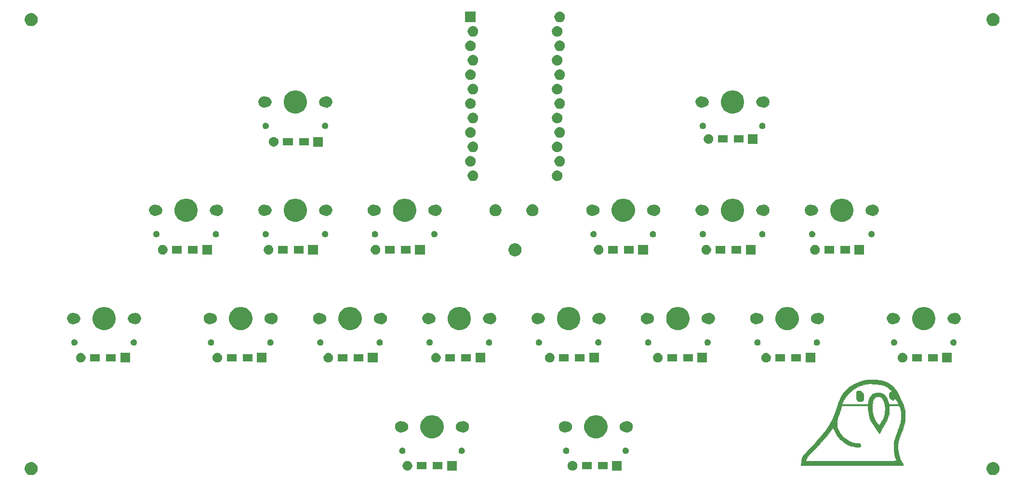
<source format=gbr>
G04 #@! TF.GenerationSoftware,KiCad,Pcbnew,(5.1.2-1)-1*
G04 #@! TF.CreationDate,2020-07-04T05:42:38+09:00*
G04 #@! TF.ProjectId,xipad,78697061-642e-46b6-9963-61645f706362,rev?*
G04 #@! TF.SameCoordinates,Original*
G04 #@! TF.FileFunction,Soldermask,Top*
G04 #@! TF.FilePolarity,Negative*
%FSLAX46Y46*%
G04 Gerber Fmt 4.6, Leading zero omitted, Abs format (unit mm)*
G04 Created by KiCad (PCBNEW (5.1.2-1)-1) date 2020-07-04 05:42:38*
%MOMM*%
%LPD*%
G04 APERTURE LIST*
%ADD10C,0.010000*%
%ADD11C,0.100000*%
G04 APERTURE END LIST*
D10*
G36*
X161715580Y-50833180D02*
G01*
X161898603Y-50938147D01*
X162067665Y-51146675D01*
X162126201Y-51240974D01*
X162231767Y-51503642D01*
X162276505Y-51805218D01*
X162264669Y-52108564D01*
X162200517Y-52376545D01*
X162088306Y-52572024D01*
X161964476Y-52651887D01*
X161713597Y-52687032D01*
X161459603Y-52675095D01*
X161341332Y-52645328D01*
X161218789Y-52566886D01*
X161086604Y-52450931D01*
X161010561Y-52356539D01*
X160964131Y-52235824D01*
X160940371Y-52052977D01*
X160932334Y-51772189D01*
X160931948Y-51653588D01*
X160943274Y-51287349D01*
X160987168Y-51042446D01*
X161078504Y-50895738D01*
X161232156Y-50824083D01*
X161462996Y-50804338D01*
X161477793Y-50804298D01*
X161715580Y-50833180D01*
X161715580Y-50833180D01*
G37*
X161715580Y-50833180D02*
X161898603Y-50938147D01*
X162067665Y-51146675D01*
X162126201Y-51240974D01*
X162231767Y-51503642D01*
X162276505Y-51805218D01*
X162264669Y-52108564D01*
X162200517Y-52376545D01*
X162088306Y-52572024D01*
X161964476Y-52651887D01*
X161713597Y-52687032D01*
X161459603Y-52675095D01*
X161341332Y-52645328D01*
X161218789Y-52566886D01*
X161086604Y-52450931D01*
X161010561Y-52356539D01*
X160964131Y-52235824D01*
X160940371Y-52052977D01*
X160932334Y-51772189D01*
X160931948Y-51653588D01*
X160943274Y-51287349D01*
X160987168Y-51042446D01*
X161078504Y-50895738D01*
X161232156Y-50824083D01*
X161462996Y-50804338D01*
X161477793Y-50804298D01*
X161715580Y-50833180D01*
G36*
X164477597Y-48871711D02*
G01*
X165125160Y-48964197D01*
X165189541Y-48977755D01*
X166011725Y-49217479D01*
X166725693Y-49554386D01*
X167331341Y-49988400D01*
X167828564Y-50519448D01*
X168217261Y-51147453D01*
X168238439Y-51190943D01*
X168571199Y-51889138D01*
X168844009Y-52475592D01*
X169062495Y-52968513D01*
X169232282Y-53386112D01*
X169358996Y-53746597D01*
X169448261Y-54068178D01*
X169505704Y-54369065D01*
X169536950Y-54667467D01*
X169547623Y-54981593D01*
X169543350Y-55329653D01*
X169541111Y-55407751D01*
X169532493Y-55675451D01*
X169521404Y-55904261D01*
X169503115Y-56112344D01*
X169472895Y-56317862D01*
X169426013Y-56538976D01*
X169357738Y-56793848D01*
X169263339Y-57100641D01*
X169138086Y-57477517D01*
X168977248Y-57942637D01*
X168776094Y-58514163D01*
X168608647Y-58987602D01*
X168449015Y-59469373D01*
X168344547Y-59866316D01*
X168284623Y-60223449D01*
X168265270Y-60443190D01*
X168265542Y-60937454D01*
X168318048Y-61466573D01*
X168414744Y-61996303D01*
X168547588Y-62492397D01*
X168708537Y-62920613D01*
X168889548Y-63246704D01*
X168938607Y-63310179D01*
X169071088Y-63505985D01*
X169156972Y-63700950D01*
X169159181Y-63709331D01*
X169208186Y-63904584D01*
X151269540Y-63904584D01*
X151304014Y-63376934D01*
X151331846Y-63111323D01*
X152065825Y-63111323D01*
X152072619Y-63135895D01*
X152149390Y-63141359D01*
X152362342Y-63146608D01*
X152702096Y-63151595D01*
X153159276Y-63156272D01*
X153724502Y-63160592D01*
X154388398Y-63164505D01*
X155141585Y-63167965D01*
X155974685Y-63170923D01*
X156878320Y-63173332D01*
X157843113Y-63175143D01*
X158859686Y-63176309D01*
X159918661Y-63176782D01*
X160078512Y-63176790D01*
X161370081Y-63176492D01*
X162522893Y-63175544D01*
X163543753Y-63173868D01*
X164439460Y-63171388D01*
X165216818Y-63168024D01*
X165882628Y-63163698D01*
X166443692Y-63158333D01*
X166906813Y-63151850D01*
X167278792Y-63144172D01*
X167566431Y-63135221D01*
X167776532Y-63124918D01*
X167915897Y-63113185D01*
X167991328Y-63099945D01*
X168009934Y-63085816D01*
X167970441Y-62967213D01*
X167906677Y-62764832D01*
X167865519Y-62630945D01*
X167776064Y-62337286D01*
X167683638Y-62033917D01*
X167654882Y-61939541D01*
X167613191Y-61721563D01*
X167581718Y-61400714D01*
X167561531Y-61019396D01*
X167553703Y-60620009D01*
X167559304Y-60244954D01*
X167579405Y-59936632D01*
X167600657Y-59792550D01*
X167657677Y-59576130D01*
X167758555Y-59250828D01*
X167894313Y-58843392D01*
X168055975Y-58380569D01*
X168234563Y-57889107D01*
X168284611Y-57754727D01*
X168477717Y-57229572D01*
X168621807Y-56808808D01*
X168723839Y-56462462D01*
X168790772Y-56160558D01*
X168829566Y-55873122D01*
X168847180Y-55570182D01*
X168850674Y-55316619D01*
X168848038Y-54988258D01*
X168839786Y-54707893D01*
X168827320Y-54511589D01*
X168816758Y-54443266D01*
X168778864Y-54319074D01*
X168715401Y-54104424D01*
X168649810Y-53879226D01*
X168518211Y-53424355D01*
X166734868Y-53424355D01*
X166728508Y-54097564D01*
X166721822Y-54416760D01*
X166709358Y-54697461D01*
X166693333Y-54895627D01*
X166685883Y-54944570D01*
X166508871Y-55583181D01*
X166266171Y-56139949D01*
X166154868Y-56329569D01*
X166013080Y-56562621D01*
X165830508Y-56879953D01*
X165632782Y-57236318D01*
X165478709Y-57523286D01*
X165063294Y-58310756D01*
X164558011Y-57632455D01*
X164197308Y-57140862D01*
X163916998Y-56740102D01*
X163704140Y-56409309D01*
X163545796Y-56127617D01*
X163429026Y-55874163D01*
X163369999Y-55716737D01*
X163259298Y-55342345D01*
X163155971Y-54900060D01*
X163070424Y-54444051D01*
X163013066Y-54028484D01*
X162994483Y-53762309D01*
X162992252Y-53651145D01*
X163733954Y-53651145D01*
X163780731Y-54442847D01*
X163926434Y-55147249D01*
X164179119Y-55790762D01*
X164546841Y-56399795D01*
X164591001Y-56460841D01*
X164747873Y-56676188D01*
X164858302Y-56804746D01*
X164947304Y-56840186D01*
X165039896Y-56776181D01*
X165161093Y-56606403D01*
X165335912Y-56324526D01*
X165374162Y-56262750D01*
X165612487Y-55860373D01*
X165776779Y-55528502D01*
X165883472Y-55223613D01*
X165949000Y-54902181D01*
X165977104Y-54665827D01*
X166006186Y-53982240D01*
X165959796Y-53354837D01*
X165841994Y-52803105D01*
X165656837Y-52346531D01*
X165426751Y-52023352D01*
X165295491Y-51907165D01*
X165152927Y-51846835D01*
X164945276Y-51825054D01*
X164804838Y-51823209D01*
X164550310Y-51831515D01*
X164385839Y-51869358D01*
X164256278Y-51956123D01*
X164164223Y-52048406D01*
X163944818Y-52385755D01*
X163802894Y-52845352D01*
X163738316Y-53427699D01*
X163733954Y-53651145D01*
X162992252Y-53651145D01*
X162987700Y-53424355D01*
X158374895Y-53424355D01*
X158250041Y-53952005D01*
X158159204Y-54277757D01*
X158031808Y-54662224D01*
X157892486Y-55032048D01*
X157865156Y-55098280D01*
X157658386Y-55724583D01*
X157558907Y-56348242D01*
X157570706Y-56935535D01*
X157617315Y-57195662D01*
X157742029Y-57550161D01*
X157946722Y-57955648D01*
X158202937Y-58366008D01*
X158482219Y-58735123D01*
X158723465Y-58988304D01*
X159241511Y-59386165D01*
X159809035Y-59703157D01*
X160392466Y-59924788D01*
X160958237Y-60036566D01*
X161176593Y-60047278D01*
X161447349Y-60059400D01*
X161603853Y-60112842D01*
X161676564Y-60233213D01*
X161695941Y-60446123D01*
X161696131Y-60484124D01*
X161666821Y-60643736D01*
X161549995Y-60718081D01*
X161495988Y-60730835D01*
X161263762Y-60743879D01*
X160944644Y-60719158D01*
X160590120Y-60664074D01*
X160251673Y-60586028D01*
X160058596Y-60524220D01*
X159897479Y-60463975D01*
X159679067Y-60382394D01*
X159621919Y-60361060D01*
X159267521Y-60191513D01*
X158867866Y-59940961D01*
X158468614Y-59642072D01*
X158115425Y-59327513D01*
X157982205Y-59187901D01*
X157751633Y-58901143D01*
X157515549Y-58559334D01*
X157297703Y-58201944D01*
X157121840Y-57868440D01*
X157011710Y-57598294D01*
X156999473Y-57554584D01*
X156932731Y-57409685D01*
X156851263Y-57354441D01*
X156771189Y-57411746D01*
X156636309Y-57565803D01*
X156468787Y-57789821D01*
X156364196Y-57943081D01*
X156154332Y-58241132D01*
X155887170Y-58584298D01*
X155554666Y-58981710D01*
X155148777Y-59442493D01*
X154661457Y-59975778D01*
X154084664Y-60590691D01*
X153410354Y-61296362D01*
X153396550Y-61310703D01*
X152952267Y-61779838D01*
X152610208Y-62158600D01*
X152364435Y-62454026D01*
X152209013Y-62673154D01*
X152148730Y-62790193D01*
X152086645Y-62981762D01*
X152065825Y-63111323D01*
X151331846Y-63111323D01*
X151338577Y-63047095D01*
X151404466Y-62754562D01*
X151514711Y-62477555D01*
X151682342Y-62194296D01*
X151920389Y-61883006D01*
X152241882Y-61521907D01*
X152659851Y-61089221D01*
X152692431Y-61056323D01*
X153014259Y-60727798D01*
X153315067Y-60413485D01*
X153573685Y-60136056D01*
X153768946Y-59918181D01*
X153872423Y-59792550D01*
X154007080Y-59625096D01*
X154214100Y-59384670D01*
X154465212Y-59103465D01*
X154730814Y-58815094D01*
X155537211Y-57859301D01*
X156235618Y-56826362D01*
X156831837Y-55705649D01*
X157331667Y-54486536D01*
X157662967Y-53444146D01*
X157735237Y-53206017D01*
X158431956Y-53206017D01*
X162995840Y-53206017D01*
X163081584Y-52787535D01*
X163204076Y-52344274D01*
X163374294Y-51942731D01*
X163574215Y-51619104D01*
X163757676Y-51429557D01*
X164152055Y-51214928D01*
X164595498Y-51110437D01*
X165051853Y-51115328D01*
X165484966Y-51228845D01*
X165858686Y-51450232D01*
X165886652Y-51474086D01*
X166080570Y-51668868D01*
X166235001Y-51890561D01*
X166369787Y-52175396D01*
X166504768Y-52559603D01*
X166536187Y-52660172D01*
X166692886Y-53169627D01*
X167542360Y-53190132D01*
X167874461Y-53196229D01*
X168145730Y-53197558D01*
X168327667Y-53194233D01*
X168391833Y-53186667D01*
X168357762Y-53082539D01*
X168270000Y-52904830D01*
X168150223Y-52690039D01*
X168020109Y-52474664D01*
X167901333Y-52295204D01*
X167815572Y-52188158D01*
X167790071Y-52173439D01*
X167683841Y-52242078D01*
X167587333Y-52337193D01*
X167458106Y-52446073D01*
X167348432Y-52476851D01*
X167300203Y-52418243D01*
X167300143Y-52414541D01*
X167237542Y-52356278D01*
X167095570Y-52309945D01*
X166894610Y-52200225D01*
X166765896Y-51975057D01*
X166718025Y-51649898D01*
X166717908Y-51630870D01*
X166750443Y-51406161D01*
X166832831Y-51187590D01*
X166942247Y-51020448D01*
X167055868Y-50950026D01*
X167061107Y-50949856D01*
X167145234Y-50920342D01*
X167118033Y-50827170D01*
X166975857Y-50663394D01*
X166845272Y-50538814D01*
X166458769Y-50225800D01*
X166049015Y-49985227D01*
X165590525Y-49808721D01*
X165057813Y-49687908D01*
X164425393Y-49614411D01*
X163952292Y-49588178D01*
X163508989Y-49575678D01*
X163166610Y-49578527D01*
X162881034Y-49599841D01*
X162608140Y-49642740D01*
X162337216Y-49702307D01*
X161477868Y-49975691D01*
X160699070Y-50362722D01*
X160009381Y-50856376D01*
X159417354Y-51449631D01*
X158931548Y-52135463D01*
X158622994Y-52751146D01*
X158431956Y-53206017D01*
X157735237Y-53206017D01*
X157784392Y-53044052D01*
X157920791Y-52643780D01*
X158054906Y-52291520D01*
X158162700Y-52048758D01*
X158617171Y-51297324D01*
X159178031Y-50639173D01*
X159848447Y-50071758D01*
X160631588Y-49592532D01*
X161530621Y-49198951D01*
X161841690Y-49091204D01*
X162414414Y-48951070D01*
X163075674Y-48866725D01*
X163778918Y-48839746D01*
X164477597Y-48871711D01*
X164477597Y-48871711D01*
G37*
X164477597Y-48871711D02*
X165125160Y-48964197D01*
X165189541Y-48977755D01*
X166011725Y-49217479D01*
X166725693Y-49554386D01*
X167331341Y-49988400D01*
X167828564Y-50519448D01*
X168217261Y-51147453D01*
X168238439Y-51190943D01*
X168571199Y-51889138D01*
X168844009Y-52475592D01*
X169062495Y-52968513D01*
X169232282Y-53386112D01*
X169358996Y-53746597D01*
X169448261Y-54068178D01*
X169505704Y-54369065D01*
X169536950Y-54667467D01*
X169547623Y-54981593D01*
X169543350Y-55329653D01*
X169541111Y-55407751D01*
X169532493Y-55675451D01*
X169521404Y-55904261D01*
X169503115Y-56112344D01*
X169472895Y-56317862D01*
X169426013Y-56538976D01*
X169357738Y-56793848D01*
X169263339Y-57100641D01*
X169138086Y-57477517D01*
X168977248Y-57942637D01*
X168776094Y-58514163D01*
X168608647Y-58987602D01*
X168449015Y-59469373D01*
X168344547Y-59866316D01*
X168284623Y-60223449D01*
X168265270Y-60443190D01*
X168265542Y-60937454D01*
X168318048Y-61466573D01*
X168414744Y-61996303D01*
X168547588Y-62492397D01*
X168708537Y-62920613D01*
X168889548Y-63246704D01*
X168938607Y-63310179D01*
X169071088Y-63505985D01*
X169156972Y-63700950D01*
X169159181Y-63709331D01*
X169208186Y-63904584D01*
X151269540Y-63904584D01*
X151304014Y-63376934D01*
X151331846Y-63111323D01*
X152065825Y-63111323D01*
X152072619Y-63135895D01*
X152149390Y-63141359D01*
X152362342Y-63146608D01*
X152702096Y-63151595D01*
X153159276Y-63156272D01*
X153724502Y-63160592D01*
X154388398Y-63164505D01*
X155141585Y-63167965D01*
X155974685Y-63170923D01*
X156878320Y-63173332D01*
X157843113Y-63175143D01*
X158859686Y-63176309D01*
X159918661Y-63176782D01*
X160078512Y-63176790D01*
X161370081Y-63176492D01*
X162522893Y-63175544D01*
X163543753Y-63173868D01*
X164439460Y-63171388D01*
X165216818Y-63168024D01*
X165882628Y-63163698D01*
X166443692Y-63158333D01*
X166906813Y-63151850D01*
X167278792Y-63144172D01*
X167566431Y-63135221D01*
X167776532Y-63124918D01*
X167915897Y-63113185D01*
X167991328Y-63099945D01*
X168009934Y-63085816D01*
X167970441Y-62967213D01*
X167906677Y-62764832D01*
X167865519Y-62630945D01*
X167776064Y-62337286D01*
X167683638Y-62033917D01*
X167654882Y-61939541D01*
X167613191Y-61721563D01*
X167581718Y-61400714D01*
X167561531Y-61019396D01*
X167553703Y-60620009D01*
X167559304Y-60244954D01*
X167579405Y-59936632D01*
X167600657Y-59792550D01*
X167657677Y-59576130D01*
X167758555Y-59250828D01*
X167894313Y-58843392D01*
X168055975Y-58380569D01*
X168234563Y-57889107D01*
X168284611Y-57754727D01*
X168477717Y-57229572D01*
X168621807Y-56808808D01*
X168723839Y-56462462D01*
X168790772Y-56160558D01*
X168829566Y-55873122D01*
X168847180Y-55570182D01*
X168850674Y-55316619D01*
X168848038Y-54988258D01*
X168839786Y-54707893D01*
X168827320Y-54511589D01*
X168816758Y-54443266D01*
X168778864Y-54319074D01*
X168715401Y-54104424D01*
X168649810Y-53879226D01*
X168518211Y-53424355D01*
X166734868Y-53424355D01*
X166728508Y-54097564D01*
X166721822Y-54416760D01*
X166709358Y-54697461D01*
X166693333Y-54895627D01*
X166685883Y-54944570D01*
X166508871Y-55583181D01*
X166266171Y-56139949D01*
X166154868Y-56329569D01*
X166013080Y-56562621D01*
X165830508Y-56879953D01*
X165632782Y-57236318D01*
X165478709Y-57523286D01*
X165063294Y-58310756D01*
X164558011Y-57632455D01*
X164197308Y-57140862D01*
X163916998Y-56740102D01*
X163704140Y-56409309D01*
X163545796Y-56127617D01*
X163429026Y-55874163D01*
X163369999Y-55716737D01*
X163259298Y-55342345D01*
X163155971Y-54900060D01*
X163070424Y-54444051D01*
X163013066Y-54028484D01*
X162994483Y-53762309D01*
X162992252Y-53651145D01*
X163733954Y-53651145D01*
X163780731Y-54442847D01*
X163926434Y-55147249D01*
X164179119Y-55790762D01*
X164546841Y-56399795D01*
X164591001Y-56460841D01*
X164747873Y-56676188D01*
X164858302Y-56804746D01*
X164947304Y-56840186D01*
X165039896Y-56776181D01*
X165161093Y-56606403D01*
X165335912Y-56324526D01*
X165374162Y-56262750D01*
X165612487Y-55860373D01*
X165776779Y-55528502D01*
X165883472Y-55223613D01*
X165949000Y-54902181D01*
X165977104Y-54665827D01*
X166006186Y-53982240D01*
X165959796Y-53354837D01*
X165841994Y-52803105D01*
X165656837Y-52346531D01*
X165426751Y-52023352D01*
X165295491Y-51907165D01*
X165152927Y-51846835D01*
X164945276Y-51825054D01*
X164804838Y-51823209D01*
X164550310Y-51831515D01*
X164385839Y-51869358D01*
X164256278Y-51956123D01*
X164164223Y-52048406D01*
X163944818Y-52385755D01*
X163802894Y-52845352D01*
X163738316Y-53427699D01*
X163733954Y-53651145D01*
X162992252Y-53651145D01*
X162987700Y-53424355D01*
X158374895Y-53424355D01*
X158250041Y-53952005D01*
X158159204Y-54277757D01*
X158031808Y-54662224D01*
X157892486Y-55032048D01*
X157865156Y-55098280D01*
X157658386Y-55724583D01*
X157558907Y-56348242D01*
X157570706Y-56935535D01*
X157617315Y-57195662D01*
X157742029Y-57550161D01*
X157946722Y-57955648D01*
X158202937Y-58366008D01*
X158482219Y-58735123D01*
X158723465Y-58988304D01*
X159241511Y-59386165D01*
X159809035Y-59703157D01*
X160392466Y-59924788D01*
X160958237Y-60036566D01*
X161176593Y-60047278D01*
X161447349Y-60059400D01*
X161603853Y-60112842D01*
X161676564Y-60233213D01*
X161695941Y-60446123D01*
X161696131Y-60484124D01*
X161666821Y-60643736D01*
X161549995Y-60718081D01*
X161495988Y-60730835D01*
X161263762Y-60743879D01*
X160944644Y-60719158D01*
X160590120Y-60664074D01*
X160251673Y-60586028D01*
X160058596Y-60524220D01*
X159897479Y-60463975D01*
X159679067Y-60382394D01*
X159621919Y-60361060D01*
X159267521Y-60191513D01*
X158867866Y-59940961D01*
X158468614Y-59642072D01*
X158115425Y-59327513D01*
X157982205Y-59187901D01*
X157751633Y-58901143D01*
X157515549Y-58559334D01*
X157297703Y-58201944D01*
X157121840Y-57868440D01*
X157011710Y-57598294D01*
X156999473Y-57554584D01*
X156932731Y-57409685D01*
X156851263Y-57354441D01*
X156771189Y-57411746D01*
X156636309Y-57565803D01*
X156468787Y-57789821D01*
X156364196Y-57943081D01*
X156154332Y-58241132D01*
X155887170Y-58584298D01*
X155554666Y-58981710D01*
X155148777Y-59442493D01*
X154661457Y-59975778D01*
X154084664Y-60590691D01*
X153410354Y-61296362D01*
X153396550Y-61310703D01*
X152952267Y-61779838D01*
X152610208Y-62158600D01*
X152364435Y-62454026D01*
X152209013Y-62673154D01*
X152148730Y-62790193D01*
X152086645Y-62981762D01*
X152065825Y-63111323D01*
X151331846Y-63111323D01*
X151338577Y-63047095D01*
X151404466Y-62754562D01*
X151514711Y-62477555D01*
X151682342Y-62194296D01*
X151920389Y-61883006D01*
X152241882Y-61521907D01*
X152659851Y-61089221D01*
X152692431Y-61056323D01*
X153014259Y-60727798D01*
X153315067Y-60413485D01*
X153573685Y-60136056D01*
X153768946Y-59918181D01*
X153872423Y-59792550D01*
X154007080Y-59625096D01*
X154214100Y-59384670D01*
X154465212Y-59103465D01*
X154730814Y-58815094D01*
X155537211Y-57859301D01*
X156235618Y-56826362D01*
X156831837Y-55705649D01*
X157331667Y-54486536D01*
X157662967Y-53444146D01*
X157735237Y-53206017D01*
X158431956Y-53206017D01*
X162995840Y-53206017D01*
X163081584Y-52787535D01*
X163204076Y-52344274D01*
X163374294Y-51942731D01*
X163574215Y-51619104D01*
X163757676Y-51429557D01*
X164152055Y-51214928D01*
X164595498Y-51110437D01*
X165051853Y-51115328D01*
X165484966Y-51228845D01*
X165858686Y-51450232D01*
X165886652Y-51474086D01*
X166080570Y-51668868D01*
X166235001Y-51890561D01*
X166369787Y-52175396D01*
X166504768Y-52559603D01*
X166536187Y-52660172D01*
X166692886Y-53169627D01*
X167542360Y-53190132D01*
X167874461Y-53196229D01*
X168145730Y-53197558D01*
X168327667Y-53194233D01*
X168391833Y-53186667D01*
X168357762Y-53082539D01*
X168270000Y-52904830D01*
X168150223Y-52690039D01*
X168020109Y-52474664D01*
X167901333Y-52295204D01*
X167815572Y-52188158D01*
X167790071Y-52173439D01*
X167683841Y-52242078D01*
X167587333Y-52337193D01*
X167458106Y-52446073D01*
X167348432Y-52476851D01*
X167300203Y-52418243D01*
X167300143Y-52414541D01*
X167237542Y-52356278D01*
X167095570Y-52309945D01*
X166894610Y-52200225D01*
X166765896Y-51975057D01*
X166718025Y-51649898D01*
X166717908Y-51630870D01*
X166750443Y-51406161D01*
X166832831Y-51187590D01*
X166942247Y-51020448D01*
X167055868Y-50950026D01*
X167061107Y-50949856D01*
X167145234Y-50920342D01*
X167118033Y-50827170D01*
X166975857Y-50663394D01*
X166845272Y-50538814D01*
X166458769Y-50225800D01*
X166049015Y-49985227D01*
X165590525Y-49808721D01*
X165057813Y-49687908D01*
X164425393Y-49614411D01*
X163952292Y-49588178D01*
X163508989Y-49575678D01*
X163166610Y-49578527D01*
X162881034Y-49599841D01*
X162608140Y-49642740D01*
X162337216Y-49702307D01*
X161477868Y-49975691D01*
X160699070Y-50362722D01*
X160009381Y-50856376D01*
X159417354Y-51449631D01*
X158931548Y-52135463D01*
X158622994Y-52751146D01*
X158431956Y-53206017D01*
X157735237Y-53206017D01*
X157784392Y-53044052D01*
X157920791Y-52643780D01*
X158054906Y-52291520D01*
X158162700Y-52048758D01*
X158617171Y-51297324D01*
X159178031Y-50639173D01*
X159848447Y-50071758D01*
X160631588Y-49592532D01*
X161530621Y-49198951D01*
X161841690Y-49091204D01*
X162414414Y-48951070D01*
X163075674Y-48866725D01*
X163778918Y-48839746D01*
X164477597Y-48871711D01*
D11*
G36*
X185224549Y-63371116D02*
G01*
X185335734Y-63393232D01*
X185545203Y-63479997D01*
X185733720Y-63605960D01*
X185894040Y-63766280D01*
X186020003Y-63954797D01*
X186106768Y-64164266D01*
X186151000Y-64386636D01*
X186151000Y-64613364D01*
X186106768Y-64835734D01*
X186020003Y-65045203D01*
X185894040Y-65233720D01*
X185733720Y-65394040D01*
X185545203Y-65520003D01*
X185335734Y-65606768D01*
X185224549Y-65628884D01*
X185113365Y-65651000D01*
X184886635Y-65651000D01*
X184775451Y-65628884D01*
X184664266Y-65606768D01*
X184454797Y-65520003D01*
X184266280Y-65394040D01*
X184105960Y-65233720D01*
X183979997Y-65045203D01*
X183893232Y-64835734D01*
X183849000Y-64613364D01*
X183849000Y-64386636D01*
X183893232Y-64164266D01*
X183979997Y-63954797D01*
X184105960Y-63766280D01*
X184266280Y-63605960D01*
X184454797Y-63479997D01*
X184664266Y-63393232D01*
X184775451Y-63371116D01*
X184886635Y-63349000D01*
X185113365Y-63349000D01*
X185224549Y-63371116D01*
X185224549Y-63371116D01*
G37*
G36*
X16224549Y-63371116D02*
G01*
X16335734Y-63393232D01*
X16545203Y-63479997D01*
X16733720Y-63605960D01*
X16894040Y-63766280D01*
X17020003Y-63954797D01*
X17106768Y-64164266D01*
X17151000Y-64386636D01*
X17151000Y-64613364D01*
X17106768Y-64835734D01*
X17020003Y-65045203D01*
X16894040Y-65233720D01*
X16733720Y-65394040D01*
X16545203Y-65520003D01*
X16335734Y-65606768D01*
X16224549Y-65628884D01*
X16113365Y-65651000D01*
X15886635Y-65651000D01*
X15775451Y-65628884D01*
X15664266Y-65606768D01*
X15454797Y-65520003D01*
X15266280Y-65394040D01*
X15105960Y-65233720D01*
X14979997Y-65045203D01*
X14893232Y-64835734D01*
X14849000Y-64613364D01*
X14849000Y-64386636D01*
X14893232Y-64164266D01*
X14979997Y-63954797D01*
X15105960Y-63766280D01*
X15266280Y-63605960D01*
X15454797Y-63479997D01*
X15664266Y-63393232D01*
X15775451Y-63371116D01*
X15886635Y-63349000D01*
X16113365Y-63349000D01*
X16224549Y-63371116D01*
X16224549Y-63371116D01*
G37*
G36*
X119751000Y-64851000D02*
G01*
X118049000Y-64851000D01*
X118049000Y-63149000D01*
X119751000Y-63149000D01*
X119751000Y-64851000D01*
X119751000Y-64851000D01*
G37*
G36*
X111348228Y-63181703D02*
G01*
X111503100Y-63245853D01*
X111642481Y-63338985D01*
X111761015Y-63457519D01*
X111854147Y-63596900D01*
X111918297Y-63751772D01*
X111951000Y-63916184D01*
X111951000Y-64083816D01*
X111918297Y-64248228D01*
X111854147Y-64403100D01*
X111761015Y-64542481D01*
X111642481Y-64661015D01*
X111503100Y-64754147D01*
X111348228Y-64818297D01*
X111183816Y-64851000D01*
X111016184Y-64851000D01*
X110851772Y-64818297D01*
X110696900Y-64754147D01*
X110557519Y-64661015D01*
X110438985Y-64542481D01*
X110345853Y-64403100D01*
X110281703Y-64248228D01*
X110249000Y-64083816D01*
X110249000Y-63916184D01*
X110281703Y-63751772D01*
X110345853Y-63596900D01*
X110438985Y-63457519D01*
X110557519Y-63338985D01*
X110696900Y-63245853D01*
X110851772Y-63181703D01*
X111016184Y-63149000D01*
X111183816Y-63149000D01*
X111348228Y-63181703D01*
X111348228Y-63181703D01*
G37*
G36*
X90751000Y-64851000D02*
G01*
X89049000Y-64851000D01*
X89049000Y-63149000D01*
X90751000Y-63149000D01*
X90751000Y-64851000D01*
X90751000Y-64851000D01*
G37*
G36*
X82348228Y-63181703D02*
G01*
X82503100Y-63245853D01*
X82642481Y-63338985D01*
X82761015Y-63457519D01*
X82854147Y-63596900D01*
X82918297Y-63751772D01*
X82951000Y-63916184D01*
X82951000Y-64083816D01*
X82918297Y-64248228D01*
X82854147Y-64403100D01*
X82761015Y-64542481D01*
X82642481Y-64661015D01*
X82503100Y-64754147D01*
X82348228Y-64818297D01*
X82183816Y-64851000D01*
X82016184Y-64851000D01*
X81851772Y-64818297D01*
X81696900Y-64754147D01*
X81557519Y-64661015D01*
X81438985Y-64542481D01*
X81345853Y-64403100D01*
X81281703Y-64248228D01*
X81249000Y-64083816D01*
X81249000Y-63916184D01*
X81281703Y-63751772D01*
X81345853Y-63596900D01*
X81438985Y-63457519D01*
X81557519Y-63338985D01*
X81696900Y-63245853D01*
X81851772Y-63181703D01*
X82016184Y-63149000D01*
X82183816Y-63149000D01*
X82348228Y-63181703D01*
X82348228Y-63181703D01*
G37*
G36*
X117251000Y-64651000D02*
G01*
X115549000Y-64651000D01*
X115549000Y-63349000D01*
X117251000Y-63349000D01*
X117251000Y-64651000D01*
X117251000Y-64651000D01*
G37*
G36*
X114451000Y-64651000D02*
G01*
X112749000Y-64651000D01*
X112749000Y-63349000D01*
X114451000Y-63349000D01*
X114451000Y-64651000D01*
X114451000Y-64651000D01*
G37*
G36*
X88251000Y-64651000D02*
G01*
X86549000Y-64651000D01*
X86549000Y-63349000D01*
X88251000Y-63349000D01*
X88251000Y-64651000D01*
X88251000Y-64651000D01*
G37*
G36*
X85451000Y-64651000D02*
G01*
X83749000Y-64651000D01*
X83749000Y-63349000D01*
X85451000Y-63349000D01*
X85451000Y-64651000D01*
X85451000Y-64651000D01*
G37*
G36*
X120595121Y-60820174D02*
G01*
X120695395Y-60861709D01*
X120695396Y-60861710D01*
X120785642Y-60922010D01*
X120862390Y-60998758D01*
X120862391Y-60998760D01*
X120922691Y-61089005D01*
X120964226Y-61189279D01*
X120985400Y-61295730D01*
X120985400Y-61404270D01*
X120964226Y-61510721D01*
X120922691Y-61610995D01*
X120922690Y-61610996D01*
X120862390Y-61701242D01*
X120785642Y-61777990D01*
X120740212Y-61808345D01*
X120695395Y-61838291D01*
X120595121Y-61879826D01*
X120488670Y-61901000D01*
X120380130Y-61901000D01*
X120273679Y-61879826D01*
X120173405Y-61838291D01*
X120128588Y-61808345D01*
X120083158Y-61777990D01*
X120006410Y-61701242D01*
X119946110Y-61610996D01*
X119946109Y-61610995D01*
X119904574Y-61510721D01*
X119883400Y-61404270D01*
X119883400Y-61295730D01*
X119904574Y-61189279D01*
X119946109Y-61089005D01*
X120006409Y-60998760D01*
X120006410Y-60998758D01*
X120083158Y-60922010D01*
X120173404Y-60861710D01*
X120173405Y-60861709D01*
X120273679Y-60820174D01*
X120380130Y-60799000D01*
X120488670Y-60799000D01*
X120595121Y-60820174D01*
X120595121Y-60820174D01*
G37*
G36*
X110155121Y-60820174D02*
G01*
X110255395Y-60861709D01*
X110255396Y-60861710D01*
X110345642Y-60922010D01*
X110422390Y-60998758D01*
X110422391Y-60998760D01*
X110482691Y-61089005D01*
X110524226Y-61189279D01*
X110545400Y-61295730D01*
X110545400Y-61404270D01*
X110524226Y-61510721D01*
X110482691Y-61610995D01*
X110482690Y-61610996D01*
X110422390Y-61701242D01*
X110345642Y-61777990D01*
X110300212Y-61808345D01*
X110255395Y-61838291D01*
X110155121Y-61879826D01*
X110048670Y-61901000D01*
X109940130Y-61901000D01*
X109833679Y-61879826D01*
X109733405Y-61838291D01*
X109688588Y-61808345D01*
X109643158Y-61777990D01*
X109566410Y-61701242D01*
X109506110Y-61610996D01*
X109506109Y-61610995D01*
X109464574Y-61510721D01*
X109443400Y-61404270D01*
X109443400Y-61295730D01*
X109464574Y-61189279D01*
X109506109Y-61089005D01*
X109566409Y-60998760D01*
X109566410Y-60998758D01*
X109643158Y-60922010D01*
X109733404Y-60861710D01*
X109733405Y-60861709D01*
X109833679Y-60820174D01*
X109940130Y-60799000D01*
X110048670Y-60799000D01*
X110155121Y-60820174D01*
X110155121Y-60820174D01*
G37*
G36*
X91791521Y-60820174D02*
G01*
X91891795Y-60861709D01*
X91891796Y-60861710D01*
X91982042Y-60922010D01*
X92058790Y-60998758D01*
X92058791Y-60998760D01*
X92119091Y-61089005D01*
X92160626Y-61189279D01*
X92181800Y-61295730D01*
X92181800Y-61404270D01*
X92160626Y-61510721D01*
X92119091Y-61610995D01*
X92119090Y-61610996D01*
X92058790Y-61701242D01*
X91982042Y-61777990D01*
X91936612Y-61808345D01*
X91891795Y-61838291D01*
X91791521Y-61879826D01*
X91685070Y-61901000D01*
X91576530Y-61901000D01*
X91470079Y-61879826D01*
X91369805Y-61838291D01*
X91324988Y-61808345D01*
X91279558Y-61777990D01*
X91202810Y-61701242D01*
X91142510Y-61610996D01*
X91142509Y-61610995D01*
X91100974Y-61510721D01*
X91079800Y-61404270D01*
X91079800Y-61295730D01*
X91100974Y-61189279D01*
X91142509Y-61089005D01*
X91202809Y-60998760D01*
X91202810Y-60998758D01*
X91279558Y-60922010D01*
X91369804Y-60861710D01*
X91369805Y-60861709D01*
X91470079Y-60820174D01*
X91576530Y-60799000D01*
X91685070Y-60799000D01*
X91791521Y-60820174D01*
X91791521Y-60820174D01*
G37*
G36*
X81351521Y-60820174D02*
G01*
X81451795Y-60861709D01*
X81451796Y-60861710D01*
X81542042Y-60922010D01*
X81618790Y-60998758D01*
X81618791Y-60998760D01*
X81679091Y-61089005D01*
X81720626Y-61189279D01*
X81741800Y-61295730D01*
X81741800Y-61404270D01*
X81720626Y-61510721D01*
X81679091Y-61610995D01*
X81679090Y-61610996D01*
X81618790Y-61701242D01*
X81542042Y-61777990D01*
X81496612Y-61808345D01*
X81451795Y-61838291D01*
X81351521Y-61879826D01*
X81245070Y-61901000D01*
X81136530Y-61901000D01*
X81030079Y-61879826D01*
X80929805Y-61838291D01*
X80884988Y-61808345D01*
X80839558Y-61777990D01*
X80762810Y-61701242D01*
X80702510Y-61610996D01*
X80702509Y-61610995D01*
X80660974Y-61510721D01*
X80639800Y-61404270D01*
X80639800Y-61295730D01*
X80660974Y-61189279D01*
X80702509Y-61089005D01*
X80762809Y-60998760D01*
X80762810Y-60998758D01*
X80839558Y-60922010D01*
X80929804Y-60861710D01*
X80929805Y-60861709D01*
X81030079Y-60820174D01*
X81136530Y-60799000D01*
X81245070Y-60799000D01*
X81351521Y-60820174D01*
X81351521Y-60820174D01*
G37*
G36*
X115812654Y-55177818D02*
G01*
X116185911Y-55332426D01*
X116185913Y-55332427D01*
X116521836Y-55556884D01*
X116807516Y-55842564D01*
X117031974Y-56178489D01*
X117186582Y-56551746D01*
X117265400Y-56947993D01*
X117265400Y-57352007D01*
X117186582Y-57748254D01*
X117057239Y-58060515D01*
X117031973Y-58121513D01*
X116807516Y-58457436D01*
X116521836Y-58743116D01*
X116185913Y-58967573D01*
X116185912Y-58967574D01*
X116185911Y-58967574D01*
X115812654Y-59122182D01*
X115416407Y-59201000D01*
X115012393Y-59201000D01*
X114616146Y-59122182D01*
X114242889Y-58967574D01*
X114242888Y-58967574D01*
X114242887Y-58967573D01*
X113906964Y-58743116D01*
X113621284Y-58457436D01*
X113396827Y-58121513D01*
X113371561Y-58060515D01*
X113242218Y-57748254D01*
X113163400Y-57352007D01*
X113163400Y-56947993D01*
X113242218Y-56551746D01*
X113396826Y-56178489D01*
X113621284Y-55842564D01*
X113906964Y-55556884D01*
X114242887Y-55332427D01*
X114242889Y-55332426D01*
X114616146Y-55177818D01*
X115012393Y-55099000D01*
X115416407Y-55099000D01*
X115812654Y-55177818D01*
X115812654Y-55177818D01*
G37*
G36*
X87009054Y-55177818D02*
G01*
X87382311Y-55332426D01*
X87382313Y-55332427D01*
X87718236Y-55556884D01*
X88003916Y-55842564D01*
X88228374Y-56178489D01*
X88382982Y-56551746D01*
X88461800Y-56947993D01*
X88461800Y-57352007D01*
X88382982Y-57748254D01*
X88253639Y-58060515D01*
X88228373Y-58121513D01*
X88003916Y-58457436D01*
X87718236Y-58743116D01*
X87382313Y-58967573D01*
X87382312Y-58967574D01*
X87382311Y-58967574D01*
X87009054Y-59122182D01*
X86612807Y-59201000D01*
X86208793Y-59201000D01*
X85812546Y-59122182D01*
X85439289Y-58967574D01*
X85439288Y-58967574D01*
X85439287Y-58967573D01*
X85103364Y-58743116D01*
X84817684Y-58457436D01*
X84593227Y-58121513D01*
X84567961Y-58060515D01*
X84438618Y-57748254D01*
X84359800Y-57352007D01*
X84359800Y-56947993D01*
X84438618Y-56551746D01*
X84593226Y-56178489D01*
X84817684Y-55842564D01*
X85103364Y-55556884D01*
X85439287Y-55332427D01*
X85439289Y-55332426D01*
X85812546Y-55177818D01*
X86208793Y-55099000D01*
X86612807Y-55099000D01*
X87009054Y-55177818D01*
X87009054Y-55177818D01*
G37*
G36*
X110006381Y-56187468D02*
G01*
X110126710Y-56237311D01*
X110131960Y-56239485D01*
X110155409Y-56246598D01*
X110179795Y-56249000D01*
X110223142Y-56249000D01*
X110247912Y-56253927D01*
X110397212Y-56283624D01*
X110561184Y-56351544D01*
X110708754Y-56450147D01*
X110834253Y-56575646D01*
X110932856Y-56723216D01*
X111000776Y-56887188D01*
X111035400Y-57061259D01*
X111035400Y-57238741D01*
X111000776Y-57412812D01*
X110932856Y-57576784D01*
X110834253Y-57724354D01*
X110708754Y-57849853D01*
X110561184Y-57948456D01*
X110397212Y-58016376D01*
X110247912Y-58046073D01*
X110223142Y-58051000D01*
X110179795Y-58051000D01*
X110155409Y-58053402D01*
X110131960Y-58060515D01*
X110006381Y-58112532D01*
X109909685Y-58131766D01*
X109812991Y-58151000D01*
X109615809Y-58151000D01*
X109519115Y-58131766D01*
X109422419Y-58112532D01*
X109240249Y-58037074D01*
X109076300Y-57927527D01*
X108936873Y-57788100D01*
X108827326Y-57624151D01*
X108751868Y-57441981D01*
X108713400Y-57248590D01*
X108713400Y-57051410D01*
X108751868Y-56858019D01*
X108827326Y-56675849D01*
X108936873Y-56511900D01*
X109076300Y-56372473D01*
X109240249Y-56262926D01*
X109422419Y-56187468D01*
X109615809Y-56149000D01*
X109812991Y-56149000D01*
X110006381Y-56187468D01*
X110006381Y-56187468D01*
G37*
G36*
X121006381Y-56187468D02*
G01*
X121188551Y-56262926D01*
X121352500Y-56372473D01*
X121491927Y-56511900D01*
X121601474Y-56675849D01*
X121676932Y-56858019D01*
X121715400Y-57051410D01*
X121715400Y-57248590D01*
X121676932Y-57441981D01*
X121601474Y-57624151D01*
X121491927Y-57788100D01*
X121352500Y-57927527D01*
X121188551Y-58037074D01*
X121006381Y-58112532D01*
X120909685Y-58131766D01*
X120812991Y-58151000D01*
X120615809Y-58151000D01*
X120519115Y-58131766D01*
X120422419Y-58112532D01*
X120296840Y-58060515D01*
X120273391Y-58053402D01*
X120249005Y-58051000D01*
X120205658Y-58051000D01*
X120180888Y-58046073D01*
X120031588Y-58016376D01*
X119867616Y-57948456D01*
X119720046Y-57849853D01*
X119594547Y-57724354D01*
X119495944Y-57576784D01*
X119428024Y-57412812D01*
X119393400Y-57238741D01*
X119393400Y-57061259D01*
X119428024Y-56887188D01*
X119495944Y-56723216D01*
X119594547Y-56575646D01*
X119720046Y-56450147D01*
X119867616Y-56351544D01*
X120031588Y-56283624D01*
X120180888Y-56253927D01*
X120205658Y-56249000D01*
X120249005Y-56249000D01*
X120273391Y-56246598D01*
X120296840Y-56239485D01*
X120302090Y-56237311D01*
X120422419Y-56187468D01*
X120615809Y-56149000D01*
X120812991Y-56149000D01*
X121006381Y-56187468D01*
X121006381Y-56187468D01*
G37*
G36*
X92202781Y-56187468D02*
G01*
X92384951Y-56262926D01*
X92548900Y-56372473D01*
X92688327Y-56511900D01*
X92797874Y-56675849D01*
X92873332Y-56858019D01*
X92911800Y-57051410D01*
X92911800Y-57248590D01*
X92873332Y-57441981D01*
X92797874Y-57624151D01*
X92688327Y-57788100D01*
X92548900Y-57927527D01*
X92384951Y-58037074D01*
X92202781Y-58112532D01*
X92106085Y-58131766D01*
X92009391Y-58151000D01*
X91812209Y-58151000D01*
X91715515Y-58131766D01*
X91618819Y-58112532D01*
X91493240Y-58060515D01*
X91469791Y-58053402D01*
X91445405Y-58051000D01*
X91402058Y-58051000D01*
X91377288Y-58046073D01*
X91227988Y-58016376D01*
X91064016Y-57948456D01*
X90916446Y-57849853D01*
X90790947Y-57724354D01*
X90692344Y-57576784D01*
X90624424Y-57412812D01*
X90589800Y-57238741D01*
X90589800Y-57061259D01*
X90624424Y-56887188D01*
X90692344Y-56723216D01*
X90790947Y-56575646D01*
X90916446Y-56450147D01*
X91064016Y-56351544D01*
X91227988Y-56283624D01*
X91377288Y-56253927D01*
X91402058Y-56249000D01*
X91445405Y-56249000D01*
X91469791Y-56246598D01*
X91493240Y-56239485D01*
X91498490Y-56237311D01*
X91618819Y-56187468D01*
X91812209Y-56149000D01*
X92009391Y-56149000D01*
X92202781Y-56187468D01*
X92202781Y-56187468D01*
G37*
G36*
X81202781Y-56187468D02*
G01*
X81323110Y-56237311D01*
X81328360Y-56239485D01*
X81351809Y-56246598D01*
X81376195Y-56249000D01*
X81419542Y-56249000D01*
X81444312Y-56253927D01*
X81593612Y-56283624D01*
X81757584Y-56351544D01*
X81905154Y-56450147D01*
X82030653Y-56575646D01*
X82129256Y-56723216D01*
X82197176Y-56887188D01*
X82231800Y-57061259D01*
X82231800Y-57238741D01*
X82197176Y-57412812D01*
X82129256Y-57576784D01*
X82030653Y-57724354D01*
X81905154Y-57849853D01*
X81757584Y-57948456D01*
X81593612Y-58016376D01*
X81444312Y-58046073D01*
X81419542Y-58051000D01*
X81376195Y-58051000D01*
X81351809Y-58053402D01*
X81328360Y-58060515D01*
X81202781Y-58112532D01*
X81106085Y-58131766D01*
X81009391Y-58151000D01*
X80812209Y-58151000D01*
X80715515Y-58131766D01*
X80618819Y-58112532D01*
X80436649Y-58037074D01*
X80272700Y-57927527D01*
X80133273Y-57788100D01*
X80023726Y-57624151D01*
X79948268Y-57441981D01*
X79909800Y-57248590D01*
X79909800Y-57051410D01*
X79948268Y-56858019D01*
X80023726Y-56675849D01*
X80133273Y-56511900D01*
X80272700Y-56372473D01*
X80436649Y-56262926D01*
X80618819Y-56187468D01*
X80812209Y-56149000D01*
X81009391Y-56149000D01*
X81202781Y-56187468D01*
X81202781Y-56187468D01*
G37*
G36*
X107348228Y-44181703D02*
G01*
X107503100Y-44245853D01*
X107642481Y-44338985D01*
X107761015Y-44457519D01*
X107854147Y-44596900D01*
X107918297Y-44751772D01*
X107951000Y-44916184D01*
X107951000Y-45083816D01*
X107918297Y-45248228D01*
X107854147Y-45403100D01*
X107761015Y-45542481D01*
X107642481Y-45661015D01*
X107503100Y-45754147D01*
X107348228Y-45818297D01*
X107183816Y-45851000D01*
X107016184Y-45851000D01*
X106851772Y-45818297D01*
X106696900Y-45754147D01*
X106557519Y-45661015D01*
X106438985Y-45542481D01*
X106345853Y-45403100D01*
X106281703Y-45248228D01*
X106249000Y-45083816D01*
X106249000Y-44916184D01*
X106281703Y-44751772D01*
X106345853Y-44596900D01*
X106438985Y-44457519D01*
X106557519Y-44338985D01*
X106696900Y-44245853D01*
X106851772Y-44181703D01*
X107016184Y-44149000D01*
X107183816Y-44149000D01*
X107348228Y-44181703D01*
X107348228Y-44181703D01*
G37*
G36*
X33351000Y-45851000D02*
G01*
X31649000Y-45851000D01*
X31649000Y-44149000D01*
X33351000Y-44149000D01*
X33351000Y-45851000D01*
X33351000Y-45851000D01*
G37*
G36*
X48948228Y-44181703D02*
G01*
X49103100Y-44245853D01*
X49242481Y-44338985D01*
X49361015Y-44457519D01*
X49454147Y-44596900D01*
X49518297Y-44751772D01*
X49551000Y-44916184D01*
X49551000Y-45083816D01*
X49518297Y-45248228D01*
X49454147Y-45403100D01*
X49361015Y-45542481D01*
X49242481Y-45661015D01*
X49103100Y-45754147D01*
X48948228Y-45818297D01*
X48783816Y-45851000D01*
X48616184Y-45851000D01*
X48451772Y-45818297D01*
X48296900Y-45754147D01*
X48157519Y-45661015D01*
X48038985Y-45542481D01*
X47945853Y-45403100D01*
X47881703Y-45248228D01*
X47849000Y-45083816D01*
X47849000Y-44916184D01*
X47881703Y-44751772D01*
X47945853Y-44596900D01*
X48038985Y-44457519D01*
X48157519Y-44338985D01*
X48296900Y-44245853D01*
X48451772Y-44181703D01*
X48616184Y-44149000D01*
X48783816Y-44149000D01*
X48948228Y-44181703D01*
X48948228Y-44181703D01*
G37*
G36*
X57351000Y-45851000D02*
G01*
X55649000Y-45851000D01*
X55649000Y-44149000D01*
X57351000Y-44149000D01*
X57351000Y-45851000D01*
X57351000Y-45851000D01*
G37*
G36*
X68448228Y-44181703D02*
G01*
X68603100Y-44245853D01*
X68742481Y-44338985D01*
X68861015Y-44457519D01*
X68954147Y-44596900D01*
X69018297Y-44751772D01*
X69051000Y-44916184D01*
X69051000Y-45083816D01*
X69018297Y-45248228D01*
X68954147Y-45403100D01*
X68861015Y-45542481D01*
X68742481Y-45661015D01*
X68603100Y-45754147D01*
X68448228Y-45818297D01*
X68283816Y-45851000D01*
X68116184Y-45851000D01*
X67951772Y-45818297D01*
X67796900Y-45754147D01*
X67657519Y-45661015D01*
X67538985Y-45542481D01*
X67445853Y-45403100D01*
X67381703Y-45248228D01*
X67349000Y-45083816D01*
X67349000Y-44916184D01*
X67381703Y-44751772D01*
X67445853Y-44596900D01*
X67538985Y-44457519D01*
X67657519Y-44338985D01*
X67796900Y-44245853D01*
X67951772Y-44181703D01*
X68116184Y-44149000D01*
X68283816Y-44149000D01*
X68448228Y-44181703D01*
X68448228Y-44181703D01*
G37*
G36*
X76851000Y-45851000D02*
G01*
X75149000Y-45851000D01*
X75149000Y-44149000D01*
X76851000Y-44149000D01*
X76851000Y-45851000D01*
X76851000Y-45851000D01*
G37*
G36*
X87348228Y-44181703D02*
G01*
X87503100Y-44245853D01*
X87642481Y-44338985D01*
X87761015Y-44457519D01*
X87854147Y-44596900D01*
X87918297Y-44751772D01*
X87951000Y-44916184D01*
X87951000Y-45083816D01*
X87918297Y-45248228D01*
X87854147Y-45403100D01*
X87761015Y-45542481D01*
X87642481Y-45661015D01*
X87503100Y-45754147D01*
X87348228Y-45818297D01*
X87183816Y-45851000D01*
X87016184Y-45851000D01*
X86851772Y-45818297D01*
X86696900Y-45754147D01*
X86557519Y-45661015D01*
X86438985Y-45542481D01*
X86345853Y-45403100D01*
X86281703Y-45248228D01*
X86249000Y-45083816D01*
X86249000Y-44916184D01*
X86281703Y-44751772D01*
X86345853Y-44596900D01*
X86438985Y-44457519D01*
X86557519Y-44338985D01*
X86696900Y-44245853D01*
X86851772Y-44181703D01*
X87016184Y-44149000D01*
X87183816Y-44149000D01*
X87348228Y-44181703D01*
X87348228Y-44181703D01*
G37*
G36*
X24948228Y-44181703D02*
G01*
X25103100Y-44245853D01*
X25242481Y-44338985D01*
X25361015Y-44457519D01*
X25454147Y-44596900D01*
X25518297Y-44751772D01*
X25551000Y-44916184D01*
X25551000Y-45083816D01*
X25518297Y-45248228D01*
X25454147Y-45403100D01*
X25361015Y-45542481D01*
X25242481Y-45661015D01*
X25103100Y-45754147D01*
X24948228Y-45818297D01*
X24783816Y-45851000D01*
X24616184Y-45851000D01*
X24451772Y-45818297D01*
X24296900Y-45754147D01*
X24157519Y-45661015D01*
X24038985Y-45542481D01*
X23945853Y-45403100D01*
X23881703Y-45248228D01*
X23849000Y-45083816D01*
X23849000Y-44916184D01*
X23881703Y-44751772D01*
X23945853Y-44596900D01*
X24038985Y-44457519D01*
X24157519Y-44338985D01*
X24296900Y-44245853D01*
X24451772Y-44181703D01*
X24616184Y-44149000D01*
X24783816Y-44149000D01*
X24948228Y-44181703D01*
X24948228Y-44181703D01*
G37*
G36*
X177751000Y-45851000D02*
G01*
X176049000Y-45851000D01*
X176049000Y-44149000D01*
X177751000Y-44149000D01*
X177751000Y-45851000D01*
X177751000Y-45851000D01*
G37*
G36*
X169348228Y-44181703D02*
G01*
X169503100Y-44245853D01*
X169642481Y-44338985D01*
X169761015Y-44457519D01*
X169854147Y-44596900D01*
X169918297Y-44751772D01*
X169951000Y-44916184D01*
X169951000Y-45083816D01*
X169918297Y-45248228D01*
X169854147Y-45403100D01*
X169761015Y-45542481D01*
X169642481Y-45661015D01*
X169503100Y-45754147D01*
X169348228Y-45818297D01*
X169183816Y-45851000D01*
X169016184Y-45851000D01*
X168851772Y-45818297D01*
X168696900Y-45754147D01*
X168557519Y-45661015D01*
X168438985Y-45542481D01*
X168345853Y-45403100D01*
X168281703Y-45248228D01*
X168249000Y-45083816D01*
X168249000Y-44916184D01*
X168281703Y-44751772D01*
X168345853Y-44596900D01*
X168438985Y-44457519D01*
X168557519Y-44338985D01*
X168696900Y-44245853D01*
X168851772Y-44181703D01*
X169016184Y-44149000D01*
X169183816Y-44149000D01*
X169348228Y-44181703D01*
X169348228Y-44181703D01*
G37*
G36*
X153751000Y-45851000D02*
G01*
X152049000Y-45851000D01*
X152049000Y-44149000D01*
X153751000Y-44149000D01*
X153751000Y-45851000D01*
X153751000Y-45851000D01*
G37*
G36*
X145348228Y-44181703D02*
G01*
X145503100Y-44245853D01*
X145642481Y-44338985D01*
X145761015Y-44457519D01*
X145854147Y-44596900D01*
X145918297Y-44751772D01*
X145951000Y-44916184D01*
X145951000Y-45083816D01*
X145918297Y-45248228D01*
X145854147Y-45403100D01*
X145761015Y-45542481D01*
X145642481Y-45661015D01*
X145503100Y-45754147D01*
X145348228Y-45818297D01*
X145183816Y-45851000D01*
X145016184Y-45851000D01*
X144851772Y-45818297D01*
X144696900Y-45754147D01*
X144557519Y-45661015D01*
X144438985Y-45542481D01*
X144345853Y-45403100D01*
X144281703Y-45248228D01*
X144249000Y-45083816D01*
X144249000Y-44916184D01*
X144281703Y-44751772D01*
X144345853Y-44596900D01*
X144438985Y-44457519D01*
X144557519Y-44338985D01*
X144696900Y-44245853D01*
X144851772Y-44181703D01*
X145016184Y-44149000D01*
X145183816Y-44149000D01*
X145348228Y-44181703D01*
X145348228Y-44181703D01*
G37*
G36*
X95751000Y-45851000D02*
G01*
X94049000Y-45851000D01*
X94049000Y-44149000D01*
X95751000Y-44149000D01*
X95751000Y-45851000D01*
X95751000Y-45851000D01*
G37*
G36*
X126348228Y-44181703D02*
G01*
X126503100Y-44245853D01*
X126642481Y-44338985D01*
X126761015Y-44457519D01*
X126854147Y-44596900D01*
X126918297Y-44751772D01*
X126951000Y-44916184D01*
X126951000Y-45083816D01*
X126918297Y-45248228D01*
X126854147Y-45403100D01*
X126761015Y-45542481D01*
X126642481Y-45661015D01*
X126503100Y-45754147D01*
X126348228Y-45818297D01*
X126183816Y-45851000D01*
X126016184Y-45851000D01*
X125851772Y-45818297D01*
X125696900Y-45754147D01*
X125557519Y-45661015D01*
X125438985Y-45542481D01*
X125345853Y-45403100D01*
X125281703Y-45248228D01*
X125249000Y-45083816D01*
X125249000Y-44916184D01*
X125281703Y-44751772D01*
X125345853Y-44596900D01*
X125438985Y-44457519D01*
X125557519Y-44338985D01*
X125696900Y-44245853D01*
X125851772Y-44181703D01*
X126016184Y-44149000D01*
X126183816Y-44149000D01*
X126348228Y-44181703D01*
X126348228Y-44181703D01*
G37*
G36*
X115751000Y-45851000D02*
G01*
X114049000Y-45851000D01*
X114049000Y-44149000D01*
X115751000Y-44149000D01*
X115751000Y-45851000D01*
X115751000Y-45851000D01*
G37*
G36*
X134751000Y-45851000D02*
G01*
X133049000Y-45851000D01*
X133049000Y-44149000D01*
X134751000Y-44149000D01*
X134751000Y-45851000D01*
X134751000Y-45851000D01*
G37*
G36*
X30851000Y-45651000D02*
G01*
X29149000Y-45651000D01*
X29149000Y-44349000D01*
X30851000Y-44349000D01*
X30851000Y-45651000D01*
X30851000Y-45651000D01*
G37*
G36*
X28051000Y-45651000D02*
G01*
X26349000Y-45651000D01*
X26349000Y-44349000D01*
X28051000Y-44349000D01*
X28051000Y-45651000D01*
X28051000Y-45651000D01*
G37*
G36*
X90451000Y-45651000D02*
G01*
X88749000Y-45651000D01*
X88749000Y-44349000D01*
X90451000Y-44349000D01*
X90451000Y-45651000D01*
X90451000Y-45651000D01*
G37*
G36*
X74351000Y-45651000D02*
G01*
X72649000Y-45651000D01*
X72649000Y-44349000D01*
X74351000Y-44349000D01*
X74351000Y-45651000D01*
X74351000Y-45651000D01*
G37*
G36*
X71551000Y-45651000D02*
G01*
X69849000Y-45651000D01*
X69849000Y-44349000D01*
X71551000Y-44349000D01*
X71551000Y-45651000D01*
X71551000Y-45651000D01*
G37*
G36*
X54851000Y-45651000D02*
G01*
X53149000Y-45651000D01*
X53149000Y-44349000D01*
X54851000Y-44349000D01*
X54851000Y-45651000D01*
X54851000Y-45651000D01*
G37*
G36*
X52051000Y-45651000D02*
G01*
X50349000Y-45651000D01*
X50349000Y-44349000D01*
X52051000Y-44349000D01*
X52051000Y-45651000D01*
X52051000Y-45651000D01*
G37*
G36*
X175251000Y-45651000D02*
G01*
X173549000Y-45651000D01*
X173549000Y-44349000D01*
X175251000Y-44349000D01*
X175251000Y-45651000D01*
X175251000Y-45651000D01*
G37*
G36*
X93251000Y-45651000D02*
G01*
X91549000Y-45651000D01*
X91549000Y-44349000D01*
X93251000Y-44349000D01*
X93251000Y-45651000D01*
X93251000Y-45651000D01*
G37*
G36*
X172451000Y-45651000D02*
G01*
X170749000Y-45651000D01*
X170749000Y-44349000D01*
X172451000Y-44349000D01*
X172451000Y-45651000D01*
X172451000Y-45651000D01*
G37*
G36*
X151251000Y-45651000D02*
G01*
X149549000Y-45651000D01*
X149549000Y-44349000D01*
X151251000Y-44349000D01*
X151251000Y-45651000D01*
X151251000Y-45651000D01*
G37*
G36*
X113251000Y-45651000D02*
G01*
X111549000Y-45651000D01*
X111549000Y-44349000D01*
X113251000Y-44349000D01*
X113251000Y-45651000D01*
X113251000Y-45651000D01*
G37*
G36*
X110451000Y-45651000D02*
G01*
X108749000Y-45651000D01*
X108749000Y-44349000D01*
X110451000Y-44349000D01*
X110451000Y-45651000D01*
X110451000Y-45651000D01*
G37*
G36*
X148451000Y-45651000D02*
G01*
X146749000Y-45651000D01*
X146749000Y-44349000D01*
X148451000Y-44349000D01*
X148451000Y-45651000D01*
X148451000Y-45651000D01*
G37*
G36*
X132251000Y-45651000D02*
G01*
X130549000Y-45651000D01*
X130549000Y-44349000D01*
X132251000Y-44349000D01*
X132251000Y-45651000D01*
X132251000Y-45651000D01*
G37*
G36*
X129451000Y-45651000D02*
G01*
X127749000Y-45651000D01*
X127749000Y-44349000D01*
X129451000Y-44349000D01*
X129451000Y-45651000D01*
X129451000Y-45651000D01*
G37*
G36*
X86152121Y-41770174D02*
G01*
X86252395Y-41811709D01*
X86252396Y-41811710D01*
X86342642Y-41872010D01*
X86419390Y-41948758D01*
X86419391Y-41948760D01*
X86479691Y-42039005D01*
X86521226Y-42139279D01*
X86542400Y-42245730D01*
X86542400Y-42354270D01*
X86521226Y-42460721D01*
X86479691Y-42560995D01*
X86479690Y-42560996D01*
X86419390Y-42651242D01*
X86342642Y-42727990D01*
X86297212Y-42758345D01*
X86252395Y-42788291D01*
X86152121Y-42829826D01*
X86045670Y-42851000D01*
X85937130Y-42851000D01*
X85830679Y-42829826D01*
X85730405Y-42788291D01*
X85685588Y-42758345D01*
X85640158Y-42727990D01*
X85563410Y-42651242D01*
X85503110Y-42560996D01*
X85503109Y-42560995D01*
X85461574Y-42460721D01*
X85440400Y-42354270D01*
X85440400Y-42245730D01*
X85461574Y-42139279D01*
X85503109Y-42039005D01*
X85563409Y-41948760D01*
X85563410Y-41948758D01*
X85640158Y-41872010D01*
X85730404Y-41811710D01*
X85730405Y-41811709D01*
X85830679Y-41770174D01*
X85937130Y-41749000D01*
X86045670Y-41749000D01*
X86152121Y-41770174D01*
X86152121Y-41770174D01*
G37*
G36*
X96592121Y-41770174D02*
G01*
X96692395Y-41811709D01*
X96692396Y-41811710D01*
X96782642Y-41872010D01*
X96859390Y-41948758D01*
X96859391Y-41948760D01*
X96919691Y-42039005D01*
X96961226Y-42139279D01*
X96982400Y-42245730D01*
X96982400Y-42354270D01*
X96961226Y-42460721D01*
X96919691Y-42560995D01*
X96919690Y-42560996D01*
X96859390Y-42651242D01*
X96782642Y-42727990D01*
X96737212Y-42758345D01*
X96692395Y-42788291D01*
X96592121Y-42829826D01*
X96485670Y-42851000D01*
X96377130Y-42851000D01*
X96270679Y-42829826D01*
X96170405Y-42788291D01*
X96125588Y-42758345D01*
X96080158Y-42727990D01*
X96003410Y-42651242D01*
X95943110Y-42560996D01*
X95943109Y-42560995D01*
X95901574Y-42460721D01*
X95880400Y-42354270D01*
X95880400Y-42245730D01*
X95901574Y-42139279D01*
X95943109Y-42039005D01*
X96003409Y-41948760D01*
X96003410Y-41948758D01*
X96080158Y-41872010D01*
X96170404Y-41811710D01*
X96170405Y-41811709D01*
X96270679Y-41770174D01*
X96377130Y-41749000D01*
X96485670Y-41749000D01*
X96592121Y-41770174D01*
X96592121Y-41770174D01*
G37*
G36*
X105354521Y-41770174D02*
G01*
X105454795Y-41811709D01*
X105454796Y-41811710D01*
X105545042Y-41872010D01*
X105621790Y-41948758D01*
X105621791Y-41948760D01*
X105682091Y-42039005D01*
X105723626Y-42139279D01*
X105744800Y-42245730D01*
X105744800Y-42354270D01*
X105723626Y-42460721D01*
X105682091Y-42560995D01*
X105682090Y-42560996D01*
X105621790Y-42651242D01*
X105545042Y-42727990D01*
X105499612Y-42758345D01*
X105454795Y-42788291D01*
X105354521Y-42829826D01*
X105248070Y-42851000D01*
X105139530Y-42851000D01*
X105033079Y-42829826D01*
X104932805Y-42788291D01*
X104887988Y-42758345D01*
X104842558Y-42727990D01*
X104765810Y-42651242D01*
X104705510Y-42560996D01*
X104705509Y-42560995D01*
X104663974Y-42460721D01*
X104642800Y-42354270D01*
X104642800Y-42245730D01*
X104663974Y-42139279D01*
X104705509Y-42039005D01*
X104765809Y-41948760D01*
X104765810Y-41948758D01*
X104842558Y-41872010D01*
X104932804Y-41811710D01*
X104932805Y-41811709D01*
X105033079Y-41770174D01*
X105139530Y-41749000D01*
X105248070Y-41749000D01*
X105354521Y-41770174D01*
X105354521Y-41770174D01*
G37*
G36*
X77389721Y-41770174D02*
G01*
X77489995Y-41811709D01*
X77489996Y-41811710D01*
X77580242Y-41872010D01*
X77656990Y-41948758D01*
X77656991Y-41948760D01*
X77717291Y-42039005D01*
X77758826Y-42139279D01*
X77780000Y-42245730D01*
X77780000Y-42354270D01*
X77758826Y-42460721D01*
X77717291Y-42560995D01*
X77717290Y-42560996D01*
X77656990Y-42651242D01*
X77580242Y-42727990D01*
X77534812Y-42758345D01*
X77489995Y-42788291D01*
X77389721Y-42829826D01*
X77283270Y-42851000D01*
X77174730Y-42851000D01*
X77068279Y-42829826D01*
X76968005Y-42788291D01*
X76923188Y-42758345D01*
X76877758Y-42727990D01*
X76801010Y-42651242D01*
X76740710Y-42560996D01*
X76740709Y-42560995D01*
X76699174Y-42460721D01*
X76678000Y-42354270D01*
X76678000Y-42245730D01*
X76699174Y-42139279D01*
X76740709Y-42039005D01*
X76801009Y-41948760D01*
X76801010Y-41948758D01*
X76877758Y-41872010D01*
X76968004Y-41811710D01*
X76968005Y-41811709D01*
X77068279Y-41770174D01*
X77174730Y-41749000D01*
X77283270Y-41749000D01*
X77389721Y-41770174D01*
X77389721Y-41770174D01*
G37*
G36*
X66949721Y-41770174D02*
G01*
X67049995Y-41811709D01*
X67049996Y-41811710D01*
X67140242Y-41872010D01*
X67216990Y-41948758D01*
X67216991Y-41948760D01*
X67277291Y-42039005D01*
X67318826Y-42139279D01*
X67340000Y-42245730D01*
X67340000Y-42354270D01*
X67318826Y-42460721D01*
X67277291Y-42560995D01*
X67277290Y-42560996D01*
X67216990Y-42651242D01*
X67140242Y-42727990D01*
X67094812Y-42758345D01*
X67049995Y-42788291D01*
X66949721Y-42829826D01*
X66843270Y-42851000D01*
X66734730Y-42851000D01*
X66628279Y-42829826D01*
X66528005Y-42788291D01*
X66483188Y-42758345D01*
X66437758Y-42727990D01*
X66361010Y-42651242D01*
X66300710Y-42560996D01*
X66300709Y-42560995D01*
X66259174Y-42460721D01*
X66238000Y-42354270D01*
X66238000Y-42245730D01*
X66259174Y-42139279D01*
X66300709Y-42039005D01*
X66361009Y-41948760D01*
X66361010Y-41948758D01*
X66437758Y-41872010D01*
X66528004Y-41811710D01*
X66528005Y-41811709D01*
X66628279Y-41770174D01*
X66734730Y-41749000D01*
X66843270Y-41749000D01*
X66949721Y-41770174D01*
X66949721Y-41770174D01*
G37*
G36*
X115794521Y-41770174D02*
G01*
X115894795Y-41811709D01*
X115894796Y-41811710D01*
X115985042Y-41872010D01*
X116061790Y-41948758D01*
X116061791Y-41948760D01*
X116122091Y-42039005D01*
X116163626Y-42139279D01*
X116184800Y-42245730D01*
X116184800Y-42354270D01*
X116163626Y-42460721D01*
X116122091Y-42560995D01*
X116122090Y-42560996D01*
X116061790Y-42651242D01*
X115985042Y-42727990D01*
X115939612Y-42758345D01*
X115894795Y-42788291D01*
X115794521Y-42829826D01*
X115688070Y-42851000D01*
X115579530Y-42851000D01*
X115473079Y-42829826D01*
X115372805Y-42788291D01*
X115327988Y-42758345D01*
X115282558Y-42727990D01*
X115205810Y-42651242D01*
X115145510Y-42560996D01*
X115145509Y-42560995D01*
X115103974Y-42460721D01*
X115082800Y-42354270D01*
X115082800Y-42245730D01*
X115103974Y-42139279D01*
X115145509Y-42039005D01*
X115205809Y-41948760D01*
X115205810Y-41948758D01*
X115282558Y-41872010D01*
X115372804Y-41811710D01*
X115372805Y-41811709D01*
X115473079Y-41770174D01*
X115579530Y-41749000D01*
X115688070Y-41749000D01*
X115794521Y-41770174D01*
X115794521Y-41770174D01*
G37*
G36*
X124556921Y-41770174D02*
G01*
X124657195Y-41811709D01*
X124657196Y-41811710D01*
X124747442Y-41872010D01*
X124824190Y-41948758D01*
X124824191Y-41948760D01*
X124884491Y-42039005D01*
X124926026Y-42139279D01*
X124947200Y-42245730D01*
X124947200Y-42354270D01*
X124926026Y-42460721D01*
X124884491Y-42560995D01*
X124884490Y-42560996D01*
X124824190Y-42651242D01*
X124747442Y-42727990D01*
X124702012Y-42758345D01*
X124657195Y-42788291D01*
X124556921Y-42829826D01*
X124450470Y-42851000D01*
X124341930Y-42851000D01*
X124235479Y-42829826D01*
X124135205Y-42788291D01*
X124090388Y-42758345D01*
X124044958Y-42727990D01*
X123968210Y-42651242D01*
X123907910Y-42560996D01*
X123907909Y-42560995D01*
X123866374Y-42460721D01*
X123845200Y-42354270D01*
X123845200Y-42245730D01*
X123866374Y-42139279D01*
X123907909Y-42039005D01*
X123968209Y-41948760D01*
X123968210Y-41948758D01*
X124044958Y-41872010D01*
X124135204Y-41811710D01*
X124135205Y-41811709D01*
X124235479Y-41770174D01*
X124341930Y-41749000D01*
X124450470Y-41749000D01*
X124556921Y-41770174D01*
X124556921Y-41770174D01*
G37*
G36*
X134996921Y-41770174D02*
G01*
X135097195Y-41811709D01*
X135097196Y-41811710D01*
X135187442Y-41872010D01*
X135264190Y-41948758D01*
X135264191Y-41948760D01*
X135324491Y-42039005D01*
X135366026Y-42139279D01*
X135387200Y-42245730D01*
X135387200Y-42354270D01*
X135366026Y-42460721D01*
X135324491Y-42560995D01*
X135324490Y-42560996D01*
X135264190Y-42651242D01*
X135187442Y-42727990D01*
X135142012Y-42758345D01*
X135097195Y-42788291D01*
X134996921Y-42829826D01*
X134890470Y-42851000D01*
X134781930Y-42851000D01*
X134675479Y-42829826D01*
X134575205Y-42788291D01*
X134530388Y-42758345D01*
X134484958Y-42727990D01*
X134408210Y-42651242D01*
X134347910Y-42560996D01*
X134347909Y-42560995D01*
X134306374Y-42460721D01*
X134285200Y-42354270D01*
X134285200Y-42245730D01*
X134306374Y-42139279D01*
X134347909Y-42039005D01*
X134408209Y-41948760D01*
X134408210Y-41948758D01*
X134484958Y-41872010D01*
X134575204Y-41811710D01*
X134575205Y-41811709D01*
X134675479Y-41770174D01*
X134781930Y-41749000D01*
X134890470Y-41749000D01*
X134996921Y-41770174D01*
X134996921Y-41770174D01*
G37*
G36*
X58187321Y-41770174D02*
G01*
X58287595Y-41811709D01*
X58287596Y-41811710D01*
X58377842Y-41872010D01*
X58454590Y-41948758D01*
X58454591Y-41948760D01*
X58514891Y-42039005D01*
X58556426Y-42139279D01*
X58577600Y-42245730D01*
X58577600Y-42354270D01*
X58556426Y-42460721D01*
X58514891Y-42560995D01*
X58514890Y-42560996D01*
X58454590Y-42651242D01*
X58377842Y-42727990D01*
X58332412Y-42758345D01*
X58287595Y-42788291D01*
X58187321Y-42829826D01*
X58080870Y-42851000D01*
X57972330Y-42851000D01*
X57865879Y-42829826D01*
X57765605Y-42788291D01*
X57720788Y-42758345D01*
X57675358Y-42727990D01*
X57598610Y-42651242D01*
X57538310Y-42560996D01*
X57538309Y-42560995D01*
X57496774Y-42460721D01*
X57475600Y-42354270D01*
X57475600Y-42245730D01*
X57496774Y-42139279D01*
X57538309Y-42039005D01*
X57598609Y-41948760D01*
X57598610Y-41948758D01*
X57675358Y-41872010D01*
X57765604Y-41811710D01*
X57765605Y-41811709D01*
X57865879Y-41770174D01*
X57972330Y-41749000D01*
X58080870Y-41749000D01*
X58187321Y-41770174D01*
X58187321Y-41770174D01*
G37*
G36*
X47747321Y-41770174D02*
G01*
X47847595Y-41811709D01*
X47847596Y-41811710D01*
X47937842Y-41872010D01*
X48014590Y-41948758D01*
X48014591Y-41948760D01*
X48074891Y-42039005D01*
X48116426Y-42139279D01*
X48137600Y-42245730D01*
X48137600Y-42354270D01*
X48116426Y-42460721D01*
X48074891Y-42560995D01*
X48074890Y-42560996D01*
X48014590Y-42651242D01*
X47937842Y-42727990D01*
X47892412Y-42758345D01*
X47847595Y-42788291D01*
X47747321Y-42829826D01*
X47640870Y-42851000D01*
X47532330Y-42851000D01*
X47425879Y-42829826D01*
X47325605Y-42788291D01*
X47280788Y-42758345D01*
X47235358Y-42727990D01*
X47158610Y-42651242D01*
X47098310Y-42560996D01*
X47098309Y-42560995D01*
X47056774Y-42460721D01*
X47035600Y-42354270D01*
X47035600Y-42245730D01*
X47056774Y-42139279D01*
X47098309Y-42039005D01*
X47158609Y-41948760D01*
X47158610Y-41948758D01*
X47235358Y-41872010D01*
X47325604Y-41811710D01*
X47325605Y-41811709D01*
X47425879Y-41770174D01*
X47532330Y-41749000D01*
X47640870Y-41749000D01*
X47747321Y-41770174D01*
X47747321Y-41770174D01*
G37*
G36*
X143759321Y-41770174D02*
G01*
X143859595Y-41811709D01*
X143859596Y-41811710D01*
X143949842Y-41872010D01*
X144026590Y-41948758D01*
X144026591Y-41948760D01*
X144086891Y-42039005D01*
X144128426Y-42139279D01*
X144149600Y-42245730D01*
X144149600Y-42354270D01*
X144128426Y-42460721D01*
X144086891Y-42560995D01*
X144086890Y-42560996D01*
X144026590Y-42651242D01*
X143949842Y-42727990D01*
X143904412Y-42758345D01*
X143859595Y-42788291D01*
X143759321Y-42829826D01*
X143652870Y-42851000D01*
X143544330Y-42851000D01*
X143437879Y-42829826D01*
X143337605Y-42788291D01*
X143292788Y-42758345D01*
X143247358Y-42727990D01*
X143170610Y-42651242D01*
X143110310Y-42560996D01*
X143110309Y-42560995D01*
X143068774Y-42460721D01*
X143047600Y-42354270D01*
X143047600Y-42245730D01*
X143068774Y-42139279D01*
X143110309Y-42039005D01*
X143170609Y-41948760D01*
X143170610Y-41948758D01*
X143247358Y-41872010D01*
X143337604Y-41811710D01*
X143337605Y-41811709D01*
X143437879Y-41770174D01*
X143544330Y-41749000D01*
X143652870Y-41749000D01*
X143759321Y-41770174D01*
X143759321Y-41770174D01*
G37*
G36*
X154199321Y-41770174D02*
G01*
X154299595Y-41811709D01*
X154299596Y-41811710D01*
X154389842Y-41872010D01*
X154466590Y-41948758D01*
X154466591Y-41948760D01*
X154526891Y-42039005D01*
X154568426Y-42139279D01*
X154589600Y-42245730D01*
X154589600Y-42354270D01*
X154568426Y-42460721D01*
X154526891Y-42560995D01*
X154526890Y-42560996D01*
X154466590Y-42651242D01*
X154389842Y-42727990D01*
X154344412Y-42758345D01*
X154299595Y-42788291D01*
X154199321Y-42829826D01*
X154092870Y-42851000D01*
X153984330Y-42851000D01*
X153877879Y-42829826D01*
X153777605Y-42788291D01*
X153732788Y-42758345D01*
X153687358Y-42727990D01*
X153610610Y-42651242D01*
X153550310Y-42560996D01*
X153550309Y-42560995D01*
X153508774Y-42460721D01*
X153487600Y-42354270D01*
X153487600Y-42245730D01*
X153508774Y-42139279D01*
X153550309Y-42039005D01*
X153610609Y-41948760D01*
X153610610Y-41948758D01*
X153687358Y-41872010D01*
X153777604Y-41811710D01*
X153777605Y-41811709D01*
X153877879Y-41770174D01*
X153984330Y-41749000D01*
X154092870Y-41749000D01*
X154199321Y-41770174D01*
X154199321Y-41770174D01*
G37*
G36*
X167762321Y-41770174D02*
G01*
X167862595Y-41811709D01*
X167862596Y-41811710D01*
X167952842Y-41872010D01*
X168029590Y-41948758D01*
X168029591Y-41948760D01*
X168089891Y-42039005D01*
X168131426Y-42139279D01*
X168152600Y-42245730D01*
X168152600Y-42354270D01*
X168131426Y-42460721D01*
X168089891Y-42560995D01*
X168089890Y-42560996D01*
X168029590Y-42651242D01*
X167952842Y-42727990D01*
X167907412Y-42758345D01*
X167862595Y-42788291D01*
X167762321Y-42829826D01*
X167655870Y-42851000D01*
X167547330Y-42851000D01*
X167440879Y-42829826D01*
X167340605Y-42788291D01*
X167295788Y-42758345D01*
X167250358Y-42727990D01*
X167173610Y-42651242D01*
X167113310Y-42560996D01*
X167113309Y-42560995D01*
X167071774Y-42460721D01*
X167050600Y-42354270D01*
X167050600Y-42245730D01*
X167071774Y-42139279D01*
X167113309Y-42039005D01*
X167173609Y-41948760D01*
X167173610Y-41948758D01*
X167250358Y-41872010D01*
X167340604Y-41811710D01*
X167340605Y-41811709D01*
X167440879Y-41770174D01*
X167547330Y-41749000D01*
X167655870Y-41749000D01*
X167762321Y-41770174D01*
X167762321Y-41770174D01*
G37*
G36*
X178202321Y-41770174D02*
G01*
X178302595Y-41811709D01*
X178302596Y-41811710D01*
X178392842Y-41872010D01*
X178469590Y-41948758D01*
X178469591Y-41948760D01*
X178529891Y-42039005D01*
X178571426Y-42139279D01*
X178592600Y-42245730D01*
X178592600Y-42354270D01*
X178571426Y-42460721D01*
X178529891Y-42560995D01*
X178529890Y-42560996D01*
X178469590Y-42651242D01*
X178392842Y-42727990D01*
X178347412Y-42758345D01*
X178302595Y-42788291D01*
X178202321Y-42829826D01*
X178095870Y-42851000D01*
X177987330Y-42851000D01*
X177880879Y-42829826D01*
X177780605Y-42788291D01*
X177735788Y-42758345D01*
X177690358Y-42727990D01*
X177613610Y-42651242D01*
X177553310Y-42560996D01*
X177553309Y-42560995D01*
X177511774Y-42460721D01*
X177490600Y-42354270D01*
X177490600Y-42245730D01*
X177511774Y-42139279D01*
X177553309Y-42039005D01*
X177613609Y-41948760D01*
X177613610Y-41948758D01*
X177690358Y-41872010D01*
X177780604Y-41811710D01*
X177780605Y-41811709D01*
X177880879Y-41770174D01*
X177987330Y-41749000D01*
X178095870Y-41749000D01*
X178202321Y-41770174D01*
X178202321Y-41770174D01*
G37*
G36*
X34184321Y-41770174D02*
G01*
X34284595Y-41811709D01*
X34284596Y-41811710D01*
X34374842Y-41872010D01*
X34451590Y-41948758D01*
X34451591Y-41948760D01*
X34511891Y-42039005D01*
X34553426Y-42139279D01*
X34574600Y-42245730D01*
X34574600Y-42354270D01*
X34553426Y-42460721D01*
X34511891Y-42560995D01*
X34511890Y-42560996D01*
X34451590Y-42651242D01*
X34374842Y-42727990D01*
X34329412Y-42758345D01*
X34284595Y-42788291D01*
X34184321Y-42829826D01*
X34077870Y-42851000D01*
X33969330Y-42851000D01*
X33862879Y-42829826D01*
X33762605Y-42788291D01*
X33717788Y-42758345D01*
X33672358Y-42727990D01*
X33595610Y-42651242D01*
X33535310Y-42560996D01*
X33535309Y-42560995D01*
X33493774Y-42460721D01*
X33472600Y-42354270D01*
X33472600Y-42245730D01*
X33493774Y-42139279D01*
X33535309Y-42039005D01*
X33595609Y-41948760D01*
X33595610Y-41948758D01*
X33672358Y-41872010D01*
X33762604Y-41811710D01*
X33762605Y-41811709D01*
X33862879Y-41770174D01*
X33969330Y-41749000D01*
X34077870Y-41749000D01*
X34184321Y-41770174D01*
X34184321Y-41770174D01*
G37*
G36*
X23744321Y-41770174D02*
G01*
X23844595Y-41811709D01*
X23844596Y-41811710D01*
X23934842Y-41872010D01*
X24011590Y-41948758D01*
X24011591Y-41948760D01*
X24071891Y-42039005D01*
X24113426Y-42139279D01*
X24134600Y-42245730D01*
X24134600Y-42354270D01*
X24113426Y-42460721D01*
X24071891Y-42560995D01*
X24071890Y-42560996D01*
X24011590Y-42651242D01*
X23934842Y-42727990D01*
X23889412Y-42758345D01*
X23844595Y-42788291D01*
X23744321Y-42829826D01*
X23637870Y-42851000D01*
X23529330Y-42851000D01*
X23422879Y-42829826D01*
X23322605Y-42788291D01*
X23277788Y-42758345D01*
X23232358Y-42727990D01*
X23155610Y-42651242D01*
X23095310Y-42560996D01*
X23095309Y-42560995D01*
X23053774Y-42460721D01*
X23032600Y-42354270D01*
X23032600Y-42245730D01*
X23053774Y-42139279D01*
X23095309Y-42039005D01*
X23155609Y-41948760D01*
X23155610Y-41948758D01*
X23232358Y-41872010D01*
X23322604Y-41811710D01*
X23322605Y-41811709D01*
X23422879Y-41770174D01*
X23529330Y-41749000D01*
X23637870Y-41749000D01*
X23744321Y-41770174D01*
X23744321Y-41770174D01*
G37*
G36*
X53404854Y-36127818D02*
G01*
X53778111Y-36282426D01*
X53778113Y-36282427D01*
X54114036Y-36506884D01*
X54399716Y-36792564D01*
X54624174Y-37128489D01*
X54778782Y-37501746D01*
X54857600Y-37897993D01*
X54857600Y-38302007D01*
X54778782Y-38698254D01*
X54649439Y-39010515D01*
X54624173Y-39071513D01*
X54399716Y-39407436D01*
X54114036Y-39693116D01*
X53778113Y-39917573D01*
X53778112Y-39917574D01*
X53778111Y-39917574D01*
X53404854Y-40072182D01*
X53008607Y-40151000D01*
X52604593Y-40151000D01*
X52208346Y-40072182D01*
X51835089Y-39917574D01*
X51835088Y-39917574D01*
X51835087Y-39917573D01*
X51499164Y-39693116D01*
X51213484Y-39407436D01*
X50989027Y-39071513D01*
X50963761Y-39010515D01*
X50834418Y-38698254D01*
X50755600Y-38302007D01*
X50755600Y-37897993D01*
X50834418Y-37501746D01*
X50989026Y-37128489D01*
X51213484Y-36792564D01*
X51499164Y-36506884D01*
X51835087Y-36282427D01*
X51835089Y-36282426D01*
X52208346Y-36127818D01*
X52604593Y-36049000D01*
X53008607Y-36049000D01*
X53404854Y-36127818D01*
X53404854Y-36127818D01*
G37*
G36*
X173419854Y-36127818D02*
G01*
X173793111Y-36282426D01*
X173793113Y-36282427D01*
X174129036Y-36506884D01*
X174414716Y-36792564D01*
X174639174Y-37128489D01*
X174793782Y-37501746D01*
X174872600Y-37897993D01*
X174872600Y-38302007D01*
X174793782Y-38698254D01*
X174664439Y-39010515D01*
X174639173Y-39071513D01*
X174414716Y-39407436D01*
X174129036Y-39693116D01*
X173793113Y-39917573D01*
X173793112Y-39917574D01*
X173793111Y-39917574D01*
X173419854Y-40072182D01*
X173023607Y-40151000D01*
X172619593Y-40151000D01*
X172223346Y-40072182D01*
X171850089Y-39917574D01*
X171850088Y-39917574D01*
X171850087Y-39917573D01*
X171514164Y-39693116D01*
X171228484Y-39407436D01*
X171004027Y-39071513D01*
X170978761Y-39010515D01*
X170849418Y-38698254D01*
X170770600Y-38302007D01*
X170770600Y-37897993D01*
X170849418Y-37501746D01*
X171004026Y-37128489D01*
X171228484Y-36792564D01*
X171514164Y-36506884D01*
X171850087Y-36282427D01*
X171850089Y-36282426D01*
X172223346Y-36127818D01*
X172619593Y-36049000D01*
X173023607Y-36049000D01*
X173419854Y-36127818D01*
X173419854Y-36127818D01*
G37*
G36*
X29401854Y-36127818D02*
G01*
X29775111Y-36282426D01*
X29775113Y-36282427D01*
X30111036Y-36506884D01*
X30396716Y-36792564D01*
X30621174Y-37128489D01*
X30775782Y-37501746D01*
X30854600Y-37897993D01*
X30854600Y-38302007D01*
X30775782Y-38698254D01*
X30646439Y-39010515D01*
X30621173Y-39071513D01*
X30396716Y-39407436D01*
X30111036Y-39693116D01*
X29775113Y-39917573D01*
X29775112Y-39917574D01*
X29775111Y-39917574D01*
X29401854Y-40072182D01*
X29005607Y-40151000D01*
X28601593Y-40151000D01*
X28205346Y-40072182D01*
X27832089Y-39917574D01*
X27832088Y-39917574D01*
X27832087Y-39917573D01*
X27496164Y-39693116D01*
X27210484Y-39407436D01*
X26986027Y-39071513D01*
X26960761Y-39010515D01*
X26831418Y-38698254D01*
X26752600Y-38302007D01*
X26752600Y-37897993D01*
X26831418Y-37501746D01*
X26986026Y-37128489D01*
X27210484Y-36792564D01*
X27496164Y-36506884D01*
X27832087Y-36282427D01*
X27832089Y-36282426D01*
X28205346Y-36127818D01*
X28601593Y-36049000D01*
X29005607Y-36049000D01*
X29401854Y-36127818D01*
X29401854Y-36127818D01*
G37*
G36*
X91809654Y-36127818D02*
G01*
X92182911Y-36282426D01*
X92182913Y-36282427D01*
X92518836Y-36506884D01*
X92804516Y-36792564D01*
X93028974Y-37128489D01*
X93183582Y-37501746D01*
X93262400Y-37897993D01*
X93262400Y-38302007D01*
X93183582Y-38698254D01*
X93054239Y-39010515D01*
X93028973Y-39071513D01*
X92804516Y-39407436D01*
X92518836Y-39693116D01*
X92182913Y-39917573D01*
X92182912Y-39917574D01*
X92182911Y-39917574D01*
X91809654Y-40072182D01*
X91413407Y-40151000D01*
X91009393Y-40151000D01*
X90613146Y-40072182D01*
X90239889Y-39917574D01*
X90239888Y-39917574D01*
X90239887Y-39917573D01*
X89903964Y-39693116D01*
X89618284Y-39407436D01*
X89393827Y-39071513D01*
X89368561Y-39010515D01*
X89239218Y-38698254D01*
X89160400Y-38302007D01*
X89160400Y-37897993D01*
X89239218Y-37501746D01*
X89393826Y-37128489D01*
X89618284Y-36792564D01*
X89903964Y-36506884D01*
X90239887Y-36282427D01*
X90239889Y-36282426D01*
X90613146Y-36127818D01*
X91009393Y-36049000D01*
X91413407Y-36049000D01*
X91809654Y-36127818D01*
X91809654Y-36127818D01*
G37*
G36*
X72607254Y-36127818D02*
G01*
X72980511Y-36282426D01*
X72980513Y-36282427D01*
X73316436Y-36506884D01*
X73602116Y-36792564D01*
X73826574Y-37128489D01*
X73981182Y-37501746D01*
X74060000Y-37897993D01*
X74060000Y-38302007D01*
X73981182Y-38698254D01*
X73851839Y-39010515D01*
X73826573Y-39071513D01*
X73602116Y-39407436D01*
X73316436Y-39693116D01*
X72980513Y-39917573D01*
X72980512Y-39917574D01*
X72980511Y-39917574D01*
X72607254Y-40072182D01*
X72211007Y-40151000D01*
X71806993Y-40151000D01*
X71410746Y-40072182D01*
X71037489Y-39917574D01*
X71037488Y-39917574D01*
X71037487Y-39917573D01*
X70701564Y-39693116D01*
X70415884Y-39407436D01*
X70191427Y-39071513D01*
X70166161Y-39010515D01*
X70036818Y-38698254D01*
X69958000Y-38302007D01*
X69958000Y-37897993D01*
X70036818Y-37501746D01*
X70191426Y-37128489D01*
X70415884Y-36792564D01*
X70701564Y-36506884D01*
X71037487Y-36282427D01*
X71037489Y-36282426D01*
X71410746Y-36127818D01*
X71806993Y-36049000D01*
X72211007Y-36049000D01*
X72607254Y-36127818D01*
X72607254Y-36127818D01*
G37*
G36*
X111012054Y-36127818D02*
G01*
X111385311Y-36282426D01*
X111385313Y-36282427D01*
X111721236Y-36506884D01*
X112006916Y-36792564D01*
X112231374Y-37128489D01*
X112385982Y-37501746D01*
X112464800Y-37897993D01*
X112464800Y-38302007D01*
X112385982Y-38698254D01*
X112256639Y-39010515D01*
X112231373Y-39071513D01*
X112006916Y-39407436D01*
X111721236Y-39693116D01*
X111385313Y-39917573D01*
X111385312Y-39917574D01*
X111385311Y-39917574D01*
X111012054Y-40072182D01*
X110615807Y-40151000D01*
X110211793Y-40151000D01*
X109815546Y-40072182D01*
X109442289Y-39917574D01*
X109442288Y-39917574D01*
X109442287Y-39917573D01*
X109106364Y-39693116D01*
X108820684Y-39407436D01*
X108596227Y-39071513D01*
X108570961Y-39010515D01*
X108441618Y-38698254D01*
X108362800Y-38302007D01*
X108362800Y-37897993D01*
X108441618Y-37501746D01*
X108596226Y-37128489D01*
X108820684Y-36792564D01*
X109106364Y-36506884D01*
X109442287Y-36282427D01*
X109442289Y-36282426D01*
X109815546Y-36127818D01*
X110211793Y-36049000D01*
X110615807Y-36049000D01*
X111012054Y-36127818D01*
X111012054Y-36127818D01*
G37*
G36*
X130214454Y-36127818D02*
G01*
X130587711Y-36282426D01*
X130587713Y-36282427D01*
X130923636Y-36506884D01*
X131209316Y-36792564D01*
X131433774Y-37128489D01*
X131588382Y-37501746D01*
X131667200Y-37897993D01*
X131667200Y-38302007D01*
X131588382Y-38698254D01*
X131459039Y-39010515D01*
X131433773Y-39071513D01*
X131209316Y-39407436D01*
X130923636Y-39693116D01*
X130587713Y-39917573D01*
X130587712Y-39917574D01*
X130587711Y-39917574D01*
X130214454Y-40072182D01*
X129818207Y-40151000D01*
X129414193Y-40151000D01*
X129017946Y-40072182D01*
X128644689Y-39917574D01*
X128644688Y-39917574D01*
X128644687Y-39917573D01*
X128308764Y-39693116D01*
X128023084Y-39407436D01*
X127798627Y-39071513D01*
X127773361Y-39010515D01*
X127644018Y-38698254D01*
X127565200Y-38302007D01*
X127565200Y-37897993D01*
X127644018Y-37501746D01*
X127798626Y-37128489D01*
X128023084Y-36792564D01*
X128308764Y-36506884D01*
X128644687Y-36282427D01*
X128644689Y-36282426D01*
X129017946Y-36127818D01*
X129414193Y-36049000D01*
X129818207Y-36049000D01*
X130214454Y-36127818D01*
X130214454Y-36127818D01*
G37*
G36*
X149416854Y-36127818D02*
G01*
X149790111Y-36282426D01*
X149790113Y-36282427D01*
X150126036Y-36506884D01*
X150411716Y-36792564D01*
X150636174Y-37128489D01*
X150790782Y-37501746D01*
X150869600Y-37897993D01*
X150869600Y-38302007D01*
X150790782Y-38698254D01*
X150661439Y-39010515D01*
X150636173Y-39071513D01*
X150411716Y-39407436D01*
X150126036Y-39693116D01*
X149790113Y-39917573D01*
X149790112Y-39917574D01*
X149790111Y-39917574D01*
X149416854Y-40072182D01*
X149020607Y-40151000D01*
X148616593Y-40151000D01*
X148220346Y-40072182D01*
X147847089Y-39917574D01*
X147847088Y-39917574D01*
X147847087Y-39917573D01*
X147511164Y-39693116D01*
X147225484Y-39407436D01*
X147001027Y-39071513D01*
X146975761Y-39010515D01*
X146846418Y-38698254D01*
X146767600Y-38302007D01*
X146767600Y-37897993D01*
X146846418Y-37501746D01*
X147001026Y-37128489D01*
X147225484Y-36792564D01*
X147511164Y-36506884D01*
X147847087Y-36282427D01*
X147847089Y-36282426D01*
X148220346Y-36127818D01*
X148616593Y-36049000D01*
X149020607Y-36049000D01*
X149416854Y-36127818D01*
X149416854Y-36127818D01*
G37*
G36*
X105109085Y-37118234D02*
G01*
X105205781Y-37137468D01*
X105326110Y-37187311D01*
X105331360Y-37189485D01*
X105354809Y-37196598D01*
X105379195Y-37199000D01*
X105422542Y-37199000D01*
X105447312Y-37203927D01*
X105596612Y-37233624D01*
X105760584Y-37301544D01*
X105908154Y-37400147D01*
X106033653Y-37525646D01*
X106132256Y-37673216D01*
X106200176Y-37837188D01*
X106234800Y-38011259D01*
X106234800Y-38188741D01*
X106200176Y-38362812D01*
X106132256Y-38526784D01*
X106033653Y-38674354D01*
X105908154Y-38799853D01*
X105760584Y-38898456D01*
X105596612Y-38966376D01*
X105447312Y-38996073D01*
X105422542Y-39001000D01*
X105379195Y-39001000D01*
X105354809Y-39003402D01*
X105331360Y-39010515D01*
X105205781Y-39062532D01*
X105012391Y-39101000D01*
X104815209Y-39101000D01*
X104621819Y-39062532D01*
X104439649Y-38987074D01*
X104275700Y-38877527D01*
X104136273Y-38738100D01*
X104026726Y-38574151D01*
X103951268Y-38391981D01*
X103912800Y-38198590D01*
X103912800Y-38001410D01*
X103951268Y-37808019D01*
X104026726Y-37625849D01*
X104136273Y-37461900D01*
X104275700Y-37322473D01*
X104439649Y-37212926D01*
X104621819Y-37137468D01*
X104718515Y-37118234D01*
X104815209Y-37099000D01*
X105012391Y-37099000D01*
X105109085Y-37118234D01*
X105109085Y-37118234D01*
G37*
G36*
X58501885Y-37118234D02*
G01*
X58598581Y-37137468D01*
X58780751Y-37212926D01*
X58944700Y-37322473D01*
X59084127Y-37461900D01*
X59193674Y-37625849D01*
X59269132Y-37808019D01*
X59307600Y-38001410D01*
X59307600Y-38198590D01*
X59269132Y-38391981D01*
X59193674Y-38574151D01*
X59084127Y-38738100D01*
X58944700Y-38877527D01*
X58780751Y-38987074D01*
X58598581Y-39062532D01*
X58405191Y-39101000D01*
X58208009Y-39101000D01*
X58014619Y-39062532D01*
X57889040Y-39010515D01*
X57865591Y-39003402D01*
X57841205Y-39001000D01*
X57797858Y-39001000D01*
X57773088Y-38996073D01*
X57623788Y-38966376D01*
X57459816Y-38898456D01*
X57312246Y-38799853D01*
X57186747Y-38674354D01*
X57088144Y-38526784D01*
X57020224Y-38362812D01*
X56985600Y-38188741D01*
X56985600Y-38011259D01*
X57020224Y-37837188D01*
X57088144Y-37673216D01*
X57186747Y-37525646D01*
X57312246Y-37400147D01*
X57459816Y-37301544D01*
X57623788Y-37233624D01*
X57773088Y-37203927D01*
X57797858Y-37199000D01*
X57841205Y-37199000D01*
X57865591Y-37196598D01*
X57889040Y-37189485D01*
X57894290Y-37187311D01*
X58014619Y-37137468D01*
X58111315Y-37118234D01*
X58208009Y-37099000D01*
X58405191Y-37099000D01*
X58501885Y-37118234D01*
X58501885Y-37118234D01*
G37*
G36*
X23498885Y-37118234D02*
G01*
X23595581Y-37137468D01*
X23715910Y-37187311D01*
X23721160Y-37189485D01*
X23744609Y-37196598D01*
X23768995Y-37199000D01*
X23812342Y-37199000D01*
X23837112Y-37203927D01*
X23986412Y-37233624D01*
X24150384Y-37301544D01*
X24297954Y-37400147D01*
X24423453Y-37525646D01*
X24522056Y-37673216D01*
X24589976Y-37837188D01*
X24624600Y-38011259D01*
X24624600Y-38188741D01*
X24589976Y-38362812D01*
X24522056Y-38526784D01*
X24423453Y-38674354D01*
X24297954Y-38799853D01*
X24150384Y-38898456D01*
X23986412Y-38966376D01*
X23837112Y-38996073D01*
X23812342Y-39001000D01*
X23768995Y-39001000D01*
X23744609Y-39003402D01*
X23721160Y-39010515D01*
X23595581Y-39062532D01*
X23402191Y-39101000D01*
X23205009Y-39101000D01*
X23011619Y-39062532D01*
X22829449Y-38987074D01*
X22665500Y-38877527D01*
X22526073Y-38738100D01*
X22416526Y-38574151D01*
X22341068Y-38391981D01*
X22302600Y-38198590D01*
X22302600Y-38001410D01*
X22341068Y-37808019D01*
X22416526Y-37625849D01*
X22526073Y-37461900D01*
X22665500Y-37322473D01*
X22829449Y-37212926D01*
X23011619Y-37137468D01*
X23108315Y-37118234D01*
X23205009Y-37099000D01*
X23402191Y-37099000D01*
X23498885Y-37118234D01*
X23498885Y-37118234D01*
G37*
G36*
X34498885Y-37118234D02*
G01*
X34595581Y-37137468D01*
X34777751Y-37212926D01*
X34941700Y-37322473D01*
X35081127Y-37461900D01*
X35190674Y-37625849D01*
X35266132Y-37808019D01*
X35304600Y-38001410D01*
X35304600Y-38198590D01*
X35266132Y-38391981D01*
X35190674Y-38574151D01*
X35081127Y-38738100D01*
X34941700Y-38877527D01*
X34777751Y-38987074D01*
X34595581Y-39062532D01*
X34402191Y-39101000D01*
X34205009Y-39101000D01*
X34011619Y-39062532D01*
X33886040Y-39010515D01*
X33862591Y-39003402D01*
X33838205Y-39001000D01*
X33794858Y-39001000D01*
X33770088Y-38996073D01*
X33620788Y-38966376D01*
X33456816Y-38898456D01*
X33309246Y-38799853D01*
X33183747Y-38674354D01*
X33085144Y-38526784D01*
X33017224Y-38362812D01*
X32982600Y-38188741D01*
X32982600Y-38011259D01*
X33017224Y-37837188D01*
X33085144Y-37673216D01*
X33183747Y-37525646D01*
X33309246Y-37400147D01*
X33456816Y-37301544D01*
X33620788Y-37233624D01*
X33770088Y-37203927D01*
X33794858Y-37199000D01*
X33838205Y-37199000D01*
X33862591Y-37196598D01*
X33886040Y-37189485D01*
X33891290Y-37187311D01*
X34011619Y-37137468D01*
X34108315Y-37118234D01*
X34205009Y-37099000D01*
X34402191Y-37099000D01*
X34498885Y-37118234D01*
X34498885Y-37118234D01*
G37*
G36*
X116109085Y-37118234D02*
G01*
X116205781Y-37137468D01*
X116387951Y-37212926D01*
X116551900Y-37322473D01*
X116691327Y-37461900D01*
X116800874Y-37625849D01*
X116876332Y-37808019D01*
X116914800Y-38001410D01*
X116914800Y-38198590D01*
X116876332Y-38391981D01*
X116800874Y-38574151D01*
X116691327Y-38738100D01*
X116551900Y-38877527D01*
X116387951Y-38987074D01*
X116205781Y-39062532D01*
X116012391Y-39101000D01*
X115815209Y-39101000D01*
X115621819Y-39062532D01*
X115496240Y-39010515D01*
X115472791Y-39003402D01*
X115448405Y-39001000D01*
X115405058Y-39001000D01*
X115380288Y-38996073D01*
X115230988Y-38966376D01*
X115067016Y-38898456D01*
X114919446Y-38799853D01*
X114793947Y-38674354D01*
X114695344Y-38526784D01*
X114627424Y-38362812D01*
X114592800Y-38188741D01*
X114592800Y-38011259D01*
X114627424Y-37837188D01*
X114695344Y-37673216D01*
X114793947Y-37525646D01*
X114919446Y-37400147D01*
X115067016Y-37301544D01*
X115230988Y-37233624D01*
X115380288Y-37203927D01*
X115405058Y-37199000D01*
X115448405Y-37199000D01*
X115472791Y-37196598D01*
X115496240Y-37189485D01*
X115501490Y-37187311D01*
X115621819Y-37137468D01*
X115718515Y-37118234D01*
X115815209Y-37099000D01*
X116012391Y-37099000D01*
X116109085Y-37118234D01*
X116109085Y-37118234D01*
G37*
G36*
X47501885Y-37118234D02*
G01*
X47598581Y-37137468D01*
X47718910Y-37187311D01*
X47724160Y-37189485D01*
X47747609Y-37196598D01*
X47771995Y-37199000D01*
X47815342Y-37199000D01*
X47840112Y-37203927D01*
X47989412Y-37233624D01*
X48153384Y-37301544D01*
X48300954Y-37400147D01*
X48426453Y-37525646D01*
X48525056Y-37673216D01*
X48592976Y-37837188D01*
X48627600Y-38011259D01*
X48627600Y-38188741D01*
X48592976Y-38362812D01*
X48525056Y-38526784D01*
X48426453Y-38674354D01*
X48300954Y-38799853D01*
X48153384Y-38898456D01*
X47989412Y-38966376D01*
X47840112Y-38996073D01*
X47815342Y-39001000D01*
X47771995Y-39001000D01*
X47747609Y-39003402D01*
X47724160Y-39010515D01*
X47598581Y-39062532D01*
X47405191Y-39101000D01*
X47208009Y-39101000D01*
X47014619Y-39062532D01*
X46832449Y-38987074D01*
X46668500Y-38877527D01*
X46529073Y-38738100D01*
X46419526Y-38574151D01*
X46344068Y-38391981D01*
X46305600Y-38198590D01*
X46305600Y-38001410D01*
X46344068Y-37808019D01*
X46419526Y-37625849D01*
X46529073Y-37461900D01*
X46668500Y-37322473D01*
X46832449Y-37212926D01*
X47014619Y-37137468D01*
X47111315Y-37118234D01*
X47208009Y-37099000D01*
X47405191Y-37099000D01*
X47501885Y-37118234D01*
X47501885Y-37118234D01*
G37*
G36*
X135311485Y-37118234D02*
G01*
X135408181Y-37137468D01*
X135590351Y-37212926D01*
X135754300Y-37322473D01*
X135893727Y-37461900D01*
X136003274Y-37625849D01*
X136078732Y-37808019D01*
X136117200Y-38001410D01*
X136117200Y-38198590D01*
X136078732Y-38391981D01*
X136003274Y-38574151D01*
X135893727Y-38738100D01*
X135754300Y-38877527D01*
X135590351Y-38987074D01*
X135408181Y-39062532D01*
X135214791Y-39101000D01*
X135017609Y-39101000D01*
X134824219Y-39062532D01*
X134698640Y-39010515D01*
X134675191Y-39003402D01*
X134650805Y-39001000D01*
X134607458Y-39001000D01*
X134582688Y-38996073D01*
X134433388Y-38966376D01*
X134269416Y-38898456D01*
X134121846Y-38799853D01*
X133996347Y-38674354D01*
X133897744Y-38526784D01*
X133829824Y-38362812D01*
X133795200Y-38188741D01*
X133795200Y-38011259D01*
X133829824Y-37837188D01*
X133897744Y-37673216D01*
X133996347Y-37525646D01*
X134121846Y-37400147D01*
X134269416Y-37301544D01*
X134433388Y-37233624D01*
X134582688Y-37203927D01*
X134607458Y-37199000D01*
X134650805Y-37199000D01*
X134675191Y-37196598D01*
X134698640Y-37189485D01*
X134703890Y-37187311D01*
X134824219Y-37137468D01*
X134920915Y-37118234D01*
X135017609Y-37099000D01*
X135214791Y-37099000D01*
X135311485Y-37118234D01*
X135311485Y-37118234D01*
G37*
G36*
X124311485Y-37118234D02*
G01*
X124408181Y-37137468D01*
X124528510Y-37187311D01*
X124533760Y-37189485D01*
X124557209Y-37196598D01*
X124581595Y-37199000D01*
X124624942Y-37199000D01*
X124649712Y-37203927D01*
X124799012Y-37233624D01*
X124962984Y-37301544D01*
X125110554Y-37400147D01*
X125236053Y-37525646D01*
X125334656Y-37673216D01*
X125402576Y-37837188D01*
X125437200Y-38011259D01*
X125437200Y-38188741D01*
X125402576Y-38362812D01*
X125334656Y-38526784D01*
X125236053Y-38674354D01*
X125110554Y-38799853D01*
X124962984Y-38898456D01*
X124799012Y-38966376D01*
X124649712Y-38996073D01*
X124624942Y-39001000D01*
X124581595Y-39001000D01*
X124557209Y-39003402D01*
X124533760Y-39010515D01*
X124408181Y-39062532D01*
X124214791Y-39101000D01*
X124017609Y-39101000D01*
X123824219Y-39062532D01*
X123642049Y-38987074D01*
X123478100Y-38877527D01*
X123338673Y-38738100D01*
X123229126Y-38574151D01*
X123153668Y-38391981D01*
X123115200Y-38198590D01*
X123115200Y-38001410D01*
X123153668Y-37808019D01*
X123229126Y-37625849D01*
X123338673Y-37461900D01*
X123478100Y-37322473D01*
X123642049Y-37212926D01*
X123824219Y-37137468D01*
X123920915Y-37118234D01*
X124017609Y-37099000D01*
X124214791Y-37099000D01*
X124311485Y-37118234D01*
X124311485Y-37118234D01*
G37*
G36*
X85906685Y-37118234D02*
G01*
X86003381Y-37137468D01*
X86123710Y-37187311D01*
X86128960Y-37189485D01*
X86152409Y-37196598D01*
X86176795Y-37199000D01*
X86220142Y-37199000D01*
X86244912Y-37203927D01*
X86394212Y-37233624D01*
X86558184Y-37301544D01*
X86705754Y-37400147D01*
X86831253Y-37525646D01*
X86929856Y-37673216D01*
X86997776Y-37837188D01*
X87032400Y-38011259D01*
X87032400Y-38188741D01*
X86997776Y-38362812D01*
X86929856Y-38526784D01*
X86831253Y-38674354D01*
X86705754Y-38799853D01*
X86558184Y-38898456D01*
X86394212Y-38966376D01*
X86244912Y-38996073D01*
X86220142Y-39001000D01*
X86176795Y-39001000D01*
X86152409Y-39003402D01*
X86128960Y-39010515D01*
X86003381Y-39062532D01*
X85809991Y-39101000D01*
X85612809Y-39101000D01*
X85419419Y-39062532D01*
X85237249Y-38987074D01*
X85073300Y-38877527D01*
X84933873Y-38738100D01*
X84824326Y-38574151D01*
X84748868Y-38391981D01*
X84710400Y-38198590D01*
X84710400Y-38001410D01*
X84748868Y-37808019D01*
X84824326Y-37625849D01*
X84933873Y-37461900D01*
X85073300Y-37322473D01*
X85237249Y-37212926D01*
X85419419Y-37137468D01*
X85516115Y-37118234D01*
X85612809Y-37099000D01*
X85809991Y-37099000D01*
X85906685Y-37118234D01*
X85906685Y-37118234D01*
G37*
G36*
X96906685Y-37118234D02*
G01*
X97003381Y-37137468D01*
X97185551Y-37212926D01*
X97349500Y-37322473D01*
X97488927Y-37461900D01*
X97598474Y-37625849D01*
X97673932Y-37808019D01*
X97712400Y-38001410D01*
X97712400Y-38198590D01*
X97673932Y-38391981D01*
X97598474Y-38574151D01*
X97488927Y-38738100D01*
X97349500Y-38877527D01*
X97185551Y-38987074D01*
X97003381Y-39062532D01*
X96809991Y-39101000D01*
X96612809Y-39101000D01*
X96419419Y-39062532D01*
X96293840Y-39010515D01*
X96270391Y-39003402D01*
X96246005Y-39001000D01*
X96202658Y-39001000D01*
X96177888Y-38996073D01*
X96028588Y-38966376D01*
X95864616Y-38898456D01*
X95717046Y-38799853D01*
X95591547Y-38674354D01*
X95492944Y-38526784D01*
X95425024Y-38362812D01*
X95390400Y-38188741D01*
X95390400Y-38011259D01*
X95425024Y-37837188D01*
X95492944Y-37673216D01*
X95591547Y-37525646D01*
X95717046Y-37400147D01*
X95864616Y-37301544D01*
X96028588Y-37233624D01*
X96177888Y-37203927D01*
X96202658Y-37199000D01*
X96246005Y-37199000D01*
X96270391Y-37196598D01*
X96293840Y-37189485D01*
X96299090Y-37187311D01*
X96419419Y-37137468D01*
X96516115Y-37118234D01*
X96612809Y-37099000D01*
X96809991Y-37099000D01*
X96906685Y-37118234D01*
X96906685Y-37118234D01*
G37*
G36*
X66704285Y-37118234D02*
G01*
X66800981Y-37137468D01*
X66921310Y-37187311D01*
X66926560Y-37189485D01*
X66950009Y-37196598D01*
X66974395Y-37199000D01*
X67017742Y-37199000D01*
X67042512Y-37203927D01*
X67191812Y-37233624D01*
X67355784Y-37301544D01*
X67503354Y-37400147D01*
X67628853Y-37525646D01*
X67727456Y-37673216D01*
X67795376Y-37837188D01*
X67830000Y-38011259D01*
X67830000Y-38188741D01*
X67795376Y-38362812D01*
X67727456Y-38526784D01*
X67628853Y-38674354D01*
X67503354Y-38799853D01*
X67355784Y-38898456D01*
X67191812Y-38966376D01*
X67042512Y-38996073D01*
X67017742Y-39001000D01*
X66974395Y-39001000D01*
X66950009Y-39003402D01*
X66926560Y-39010515D01*
X66800981Y-39062532D01*
X66607591Y-39101000D01*
X66410409Y-39101000D01*
X66217019Y-39062532D01*
X66034849Y-38987074D01*
X65870900Y-38877527D01*
X65731473Y-38738100D01*
X65621926Y-38574151D01*
X65546468Y-38391981D01*
X65508000Y-38198590D01*
X65508000Y-38001410D01*
X65546468Y-37808019D01*
X65621926Y-37625849D01*
X65731473Y-37461900D01*
X65870900Y-37322473D01*
X66034849Y-37212926D01*
X66217019Y-37137468D01*
X66313715Y-37118234D01*
X66410409Y-37099000D01*
X66607591Y-37099000D01*
X66704285Y-37118234D01*
X66704285Y-37118234D01*
G37*
G36*
X143513885Y-37118234D02*
G01*
X143610581Y-37137468D01*
X143730910Y-37187311D01*
X143736160Y-37189485D01*
X143759609Y-37196598D01*
X143783995Y-37199000D01*
X143827342Y-37199000D01*
X143852112Y-37203927D01*
X144001412Y-37233624D01*
X144165384Y-37301544D01*
X144312954Y-37400147D01*
X144438453Y-37525646D01*
X144537056Y-37673216D01*
X144604976Y-37837188D01*
X144639600Y-38011259D01*
X144639600Y-38188741D01*
X144604976Y-38362812D01*
X144537056Y-38526784D01*
X144438453Y-38674354D01*
X144312954Y-38799853D01*
X144165384Y-38898456D01*
X144001412Y-38966376D01*
X143852112Y-38996073D01*
X143827342Y-39001000D01*
X143783995Y-39001000D01*
X143759609Y-39003402D01*
X143736160Y-39010515D01*
X143610581Y-39062532D01*
X143417191Y-39101000D01*
X143220009Y-39101000D01*
X143026619Y-39062532D01*
X142844449Y-38987074D01*
X142680500Y-38877527D01*
X142541073Y-38738100D01*
X142431526Y-38574151D01*
X142356068Y-38391981D01*
X142317600Y-38198590D01*
X142317600Y-38001410D01*
X142356068Y-37808019D01*
X142431526Y-37625849D01*
X142541073Y-37461900D01*
X142680500Y-37322473D01*
X142844449Y-37212926D01*
X143026619Y-37137468D01*
X143123315Y-37118234D01*
X143220009Y-37099000D01*
X143417191Y-37099000D01*
X143513885Y-37118234D01*
X143513885Y-37118234D01*
G37*
G36*
X154513885Y-37118234D02*
G01*
X154610581Y-37137468D01*
X154792751Y-37212926D01*
X154956700Y-37322473D01*
X155096127Y-37461900D01*
X155205674Y-37625849D01*
X155281132Y-37808019D01*
X155319600Y-38001410D01*
X155319600Y-38198590D01*
X155281132Y-38391981D01*
X155205674Y-38574151D01*
X155096127Y-38738100D01*
X154956700Y-38877527D01*
X154792751Y-38987074D01*
X154610581Y-39062532D01*
X154417191Y-39101000D01*
X154220009Y-39101000D01*
X154026619Y-39062532D01*
X153901040Y-39010515D01*
X153877591Y-39003402D01*
X153853205Y-39001000D01*
X153809858Y-39001000D01*
X153785088Y-38996073D01*
X153635788Y-38966376D01*
X153471816Y-38898456D01*
X153324246Y-38799853D01*
X153198747Y-38674354D01*
X153100144Y-38526784D01*
X153032224Y-38362812D01*
X152997600Y-38188741D01*
X152997600Y-38011259D01*
X153032224Y-37837188D01*
X153100144Y-37673216D01*
X153198747Y-37525646D01*
X153324246Y-37400147D01*
X153471816Y-37301544D01*
X153635788Y-37233624D01*
X153785088Y-37203927D01*
X153809858Y-37199000D01*
X153853205Y-37199000D01*
X153877591Y-37196598D01*
X153901040Y-37189485D01*
X153906290Y-37187311D01*
X154026619Y-37137468D01*
X154123315Y-37118234D01*
X154220009Y-37099000D01*
X154417191Y-37099000D01*
X154513885Y-37118234D01*
X154513885Y-37118234D01*
G37*
G36*
X77704285Y-37118234D02*
G01*
X77800981Y-37137468D01*
X77983151Y-37212926D01*
X78147100Y-37322473D01*
X78286527Y-37461900D01*
X78396074Y-37625849D01*
X78471532Y-37808019D01*
X78510000Y-38001410D01*
X78510000Y-38198590D01*
X78471532Y-38391981D01*
X78396074Y-38574151D01*
X78286527Y-38738100D01*
X78147100Y-38877527D01*
X77983151Y-38987074D01*
X77800981Y-39062532D01*
X77607591Y-39101000D01*
X77410409Y-39101000D01*
X77217019Y-39062532D01*
X77091440Y-39010515D01*
X77067991Y-39003402D01*
X77043605Y-39001000D01*
X77000258Y-39001000D01*
X76975488Y-38996073D01*
X76826188Y-38966376D01*
X76662216Y-38898456D01*
X76514646Y-38799853D01*
X76389147Y-38674354D01*
X76290544Y-38526784D01*
X76222624Y-38362812D01*
X76188000Y-38188741D01*
X76188000Y-38011259D01*
X76222624Y-37837188D01*
X76290544Y-37673216D01*
X76389147Y-37525646D01*
X76514646Y-37400147D01*
X76662216Y-37301544D01*
X76826188Y-37233624D01*
X76975488Y-37203927D01*
X77000258Y-37199000D01*
X77043605Y-37199000D01*
X77067991Y-37196598D01*
X77091440Y-37189485D01*
X77096690Y-37187311D01*
X77217019Y-37137468D01*
X77313715Y-37118234D01*
X77410409Y-37099000D01*
X77607591Y-37099000D01*
X77704285Y-37118234D01*
X77704285Y-37118234D01*
G37*
G36*
X178516885Y-37118234D02*
G01*
X178613581Y-37137468D01*
X178795751Y-37212926D01*
X178959700Y-37322473D01*
X179099127Y-37461900D01*
X179208674Y-37625849D01*
X179284132Y-37808019D01*
X179322600Y-38001410D01*
X179322600Y-38198590D01*
X179284132Y-38391981D01*
X179208674Y-38574151D01*
X179099127Y-38738100D01*
X178959700Y-38877527D01*
X178795751Y-38987074D01*
X178613581Y-39062532D01*
X178420191Y-39101000D01*
X178223009Y-39101000D01*
X178029619Y-39062532D01*
X177904040Y-39010515D01*
X177880591Y-39003402D01*
X177856205Y-39001000D01*
X177812858Y-39001000D01*
X177788088Y-38996073D01*
X177638788Y-38966376D01*
X177474816Y-38898456D01*
X177327246Y-38799853D01*
X177201747Y-38674354D01*
X177103144Y-38526784D01*
X177035224Y-38362812D01*
X177000600Y-38188741D01*
X177000600Y-38011259D01*
X177035224Y-37837188D01*
X177103144Y-37673216D01*
X177201747Y-37525646D01*
X177327246Y-37400147D01*
X177474816Y-37301544D01*
X177638788Y-37233624D01*
X177788088Y-37203927D01*
X177812858Y-37199000D01*
X177856205Y-37199000D01*
X177880591Y-37196598D01*
X177904040Y-37189485D01*
X177909290Y-37187311D01*
X178029619Y-37137468D01*
X178126315Y-37118234D01*
X178223009Y-37099000D01*
X178420191Y-37099000D01*
X178516885Y-37118234D01*
X178516885Y-37118234D01*
G37*
G36*
X167516885Y-37118234D02*
G01*
X167613581Y-37137468D01*
X167733910Y-37187311D01*
X167739160Y-37189485D01*
X167762609Y-37196598D01*
X167786995Y-37199000D01*
X167830342Y-37199000D01*
X167855112Y-37203927D01*
X168004412Y-37233624D01*
X168168384Y-37301544D01*
X168315954Y-37400147D01*
X168441453Y-37525646D01*
X168540056Y-37673216D01*
X168607976Y-37837188D01*
X168642600Y-38011259D01*
X168642600Y-38188741D01*
X168607976Y-38362812D01*
X168540056Y-38526784D01*
X168441453Y-38674354D01*
X168315954Y-38799853D01*
X168168384Y-38898456D01*
X168004412Y-38966376D01*
X167855112Y-38996073D01*
X167830342Y-39001000D01*
X167786995Y-39001000D01*
X167762609Y-39003402D01*
X167739160Y-39010515D01*
X167613581Y-39062532D01*
X167420191Y-39101000D01*
X167223009Y-39101000D01*
X167029619Y-39062532D01*
X166847449Y-38987074D01*
X166683500Y-38877527D01*
X166544073Y-38738100D01*
X166434526Y-38574151D01*
X166359068Y-38391981D01*
X166320600Y-38198590D01*
X166320600Y-38001410D01*
X166359068Y-37808019D01*
X166434526Y-37625849D01*
X166544073Y-37461900D01*
X166683500Y-37322473D01*
X166847449Y-37212926D01*
X167029619Y-37137468D01*
X167126315Y-37118234D01*
X167223009Y-37099000D01*
X167420191Y-37099000D01*
X167516885Y-37118234D01*
X167516885Y-37118234D01*
G37*
G36*
X101224549Y-24871116D02*
G01*
X101335734Y-24893232D01*
X101545203Y-24979997D01*
X101733720Y-25105960D01*
X101894040Y-25266280D01*
X102020003Y-25454797D01*
X102020004Y-25454799D01*
X102106768Y-25664267D01*
X102151000Y-25886635D01*
X102151000Y-26113365D01*
X102106768Y-26335733D01*
X102021131Y-26542481D01*
X102020003Y-26545203D01*
X101894040Y-26733720D01*
X101733720Y-26894040D01*
X101545203Y-27020003D01*
X101335734Y-27106768D01*
X101224549Y-27128884D01*
X101113365Y-27151000D01*
X100886635Y-27151000D01*
X100775451Y-27128884D01*
X100664266Y-27106768D01*
X100454797Y-27020003D01*
X100266280Y-26894040D01*
X100105960Y-26733720D01*
X99979997Y-26545203D01*
X99978870Y-26542481D01*
X99893232Y-26335733D01*
X99849000Y-26113365D01*
X99849000Y-25886635D01*
X99893232Y-25664267D01*
X99979996Y-25454799D01*
X99979997Y-25454797D01*
X100105960Y-25266280D01*
X100266280Y-25105960D01*
X100454797Y-24979997D01*
X100664266Y-24893232D01*
X100775451Y-24871116D01*
X100886635Y-24849000D01*
X101113365Y-24849000D01*
X101224549Y-24871116D01*
X101224549Y-24871116D01*
G37*
G36*
X134848228Y-25181703D02*
G01*
X135003100Y-25245853D01*
X135142481Y-25338985D01*
X135261015Y-25457519D01*
X135354147Y-25596900D01*
X135418297Y-25751772D01*
X135451000Y-25916184D01*
X135451000Y-26083816D01*
X135418297Y-26248228D01*
X135354147Y-26403100D01*
X135261015Y-26542481D01*
X135142481Y-26661015D01*
X135003100Y-26754147D01*
X134848228Y-26818297D01*
X134683816Y-26851000D01*
X134516184Y-26851000D01*
X134351772Y-26818297D01*
X134196900Y-26754147D01*
X134057519Y-26661015D01*
X133938985Y-26542481D01*
X133845853Y-26403100D01*
X133781703Y-26248228D01*
X133749000Y-26083816D01*
X133749000Y-25916184D01*
X133781703Y-25751772D01*
X133845853Y-25596900D01*
X133938985Y-25457519D01*
X134057519Y-25338985D01*
X134196900Y-25245853D01*
X134351772Y-25181703D01*
X134516184Y-25149000D01*
X134683816Y-25149000D01*
X134848228Y-25181703D01*
X134848228Y-25181703D01*
G37*
G36*
X124351000Y-26851000D02*
G01*
X122649000Y-26851000D01*
X122649000Y-25149000D01*
X124351000Y-25149000D01*
X124351000Y-26851000D01*
X124351000Y-26851000D01*
G37*
G36*
X143251000Y-26851000D02*
G01*
X141549000Y-26851000D01*
X141549000Y-25149000D01*
X143251000Y-25149000D01*
X143251000Y-26851000D01*
X143251000Y-26851000D01*
G37*
G36*
X153948228Y-25181703D02*
G01*
X154103100Y-25245853D01*
X154242481Y-25338985D01*
X154361015Y-25457519D01*
X154454147Y-25596900D01*
X154518297Y-25751772D01*
X154551000Y-25916184D01*
X154551000Y-26083816D01*
X154518297Y-26248228D01*
X154454147Y-26403100D01*
X154361015Y-26542481D01*
X154242481Y-26661015D01*
X154103100Y-26754147D01*
X153948228Y-26818297D01*
X153783816Y-26851000D01*
X153616184Y-26851000D01*
X153451772Y-26818297D01*
X153296900Y-26754147D01*
X153157519Y-26661015D01*
X153038985Y-26542481D01*
X152945853Y-26403100D01*
X152881703Y-26248228D01*
X152849000Y-26083816D01*
X152849000Y-25916184D01*
X152881703Y-25751772D01*
X152945853Y-25596900D01*
X153038985Y-25457519D01*
X153157519Y-25338985D01*
X153296900Y-25245853D01*
X153451772Y-25181703D01*
X153616184Y-25149000D01*
X153783816Y-25149000D01*
X153948228Y-25181703D01*
X153948228Y-25181703D01*
G37*
G36*
X162351000Y-26851000D02*
G01*
X160649000Y-26851000D01*
X160649000Y-25149000D01*
X162351000Y-25149000D01*
X162351000Y-26851000D01*
X162351000Y-26851000D01*
G37*
G36*
X39348228Y-25181703D02*
G01*
X39503100Y-25245853D01*
X39642481Y-25338985D01*
X39761015Y-25457519D01*
X39854147Y-25596900D01*
X39918297Y-25751772D01*
X39951000Y-25916184D01*
X39951000Y-26083816D01*
X39918297Y-26248228D01*
X39854147Y-26403100D01*
X39761015Y-26542481D01*
X39642481Y-26661015D01*
X39503100Y-26754147D01*
X39348228Y-26818297D01*
X39183816Y-26851000D01*
X39016184Y-26851000D01*
X38851772Y-26818297D01*
X38696900Y-26754147D01*
X38557519Y-26661015D01*
X38438985Y-26542481D01*
X38345853Y-26403100D01*
X38281703Y-26248228D01*
X38249000Y-26083816D01*
X38249000Y-25916184D01*
X38281703Y-25751772D01*
X38345853Y-25596900D01*
X38438985Y-25457519D01*
X38557519Y-25338985D01*
X38696900Y-25245853D01*
X38851772Y-25181703D01*
X39016184Y-25149000D01*
X39183816Y-25149000D01*
X39348228Y-25181703D01*
X39348228Y-25181703D01*
G37*
G36*
X47751000Y-26851000D02*
G01*
X46049000Y-26851000D01*
X46049000Y-25149000D01*
X47751000Y-25149000D01*
X47751000Y-26851000D01*
X47751000Y-26851000D01*
G37*
G36*
X57948228Y-25181703D02*
G01*
X58103100Y-25245853D01*
X58242481Y-25338985D01*
X58361015Y-25457519D01*
X58454147Y-25596900D01*
X58518297Y-25751772D01*
X58551000Y-25916184D01*
X58551000Y-26083816D01*
X58518297Y-26248228D01*
X58454147Y-26403100D01*
X58361015Y-26542481D01*
X58242481Y-26661015D01*
X58103100Y-26754147D01*
X57948228Y-26818297D01*
X57783816Y-26851000D01*
X57616184Y-26851000D01*
X57451772Y-26818297D01*
X57296900Y-26754147D01*
X57157519Y-26661015D01*
X57038985Y-26542481D01*
X56945853Y-26403100D01*
X56881703Y-26248228D01*
X56849000Y-26083816D01*
X56849000Y-25916184D01*
X56881703Y-25751772D01*
X56945853Y-25596900D01*
X57038985Y-25457519D01*
X57157519Y-25338985D01*
X57296900Y-25245853D01*
X57451772Y-25181703D01*
X57616184Y-25149000D01*
X57783816Y-25149000D01*
X57948228Y-25181703D01*
X57948228Y-25181703D01*
G37*
G36*
X66351000Y-26851000D02*
G01*
X64649000Y-26851000D01*
X64649000Y-25149000D01*
X66351000Y-25149000D01*
X66351000Y-26851000D01*
X66351000Y-26851000D01*
G37*
G36*
X85151000Y-26851000D02*
G01*
X83449000Y-26851000D01*
X83449000Y-25149000D01*
X85151000Y-25149000D01*
X85151000Y-26851000D01*
X85151000Y-26851000D01*
G37*
G36*
X76748228Y-25181703D02*
G01*
X76903100Y-25245853D01*
X77042481Y-25338985D01*
X77161015Y-25457519D01*
X77254147Y-25596900D01*
X77318297Y-25751772D01*
X77351000Y-25916184D01*
X77351000Y-26083816D01*
X77318297Y-26248228D01*
X77254147Y-26403100D01*
X77161015Y-26542481D01*
X77042481Y-26661015D01*
X76903100Y-26754147D01*
X76748228Y-26818297D01*
X76583816Y-26851000D01*
X76416184Y-26851000D01*
X76251772Y-26818297D01*
X76096900Y-26754147D01*
X75957519Y-26661015D01*
X75838985Y-26542481D01*
X75745853Y-26403100D01*
X75681703Y-26248228D01*
X75649000Y-26083816D01*
X75649000Y-25916184D01*
X75681703Y-25751772D01*
X75745853Y-25596900D01*
X75838985Y-25457519D01*
X75957519Y-25338985D01*
X76096900Y-25245853D01*
X76251772Y-25181703D01*
X76416184Y-25149000D01*
X76583816Y-25149000D01*
X76748228Y-25181703D01*
X76748228Y-25181703D01*
G37*
G36*
X115948228Y-25181703D02*
G01*
X116103100Y-25245853D01*
X116242481Y-25338985D01*
X116361015Y-25457519D01*
X116454147Y-25596900D01*
X116518297Y-25751772D01*
X116551000Y-25916184D01*
X116551000Y-26083816D01*
X116518297Y-26248228D01*
X116454147Y-26403100D01*
X116361015Y-26542481D01*
X116242481Y-26661015D01*
X116103100Y-26754147D01*
X115948228Y-26818297D01*
X115783816Y-26851000D01*
X115616184Y-26851000D01*
X115451772Y-26818297D01*
X115296900Y-26754147D01*
X115157519Y-26661015D01*
X115038985Y-26542481D01*
X114945853Y-26403100D01*
X114881703Y-26248228D01*
X114849000Y-26083816D01*
X114849000Y-25916184D01*
X114881703Y-25751772D01*
X114945853Y-25596900D01*
X115038985Y-25457519D01*
X115157519Y-25338985D01*
X115296900Y-25245853D01*
X115451772Y-25181703D01*
X115616184Y-25149000D01*
X115783816Y-25149000D01*
X115948228Y-25181703D01*
X115948228Y-25181703D01*
G37*
G36*
X137951000Y-26651000D02*
G01*
X136249000Y-26651000D01*
X136249000Y-25349000D01*
X137951000Y-25349000D01*
X137951000Y-26651000D01*
X137951000Y-26651000D01*
G37*
G36*
X119051000Y-26651000D02*
G01*
X117349000Y-26651000D01*
X117349000Y-25349000D01*
X119051000Y-25349000D01*
X119051000Y-26651000D01*
X119051000Y-26651000D01*
G37*
G36*
X159851000Y-26651000D02*
G01*
X158149000Y-26651000D01*
X158149000Y-25349000D01*
X159851000Y-25349000D01*
X159851000Y-26651000D01*
X159851000Y-26651000D01*
G37*
G36*
X157051000Y-26651000D02*
G01*
X155349000Y-26651000D01*
X155349000Y-25349000D01*
X157051000Y-25349000D01*
X157051000Y-26651000D01*
X157051000Y-26651000D01*
G37*
G36*
X140751000Y-26651000D02*
G01*
X139049000Y-26651000D01*
X139049000Y-25349000D01*
X140751000Y-25349000D01*
X140751000Y-26651000D01*
X140751000Y-26651000D01*
G37*
G36*
X121851000Y-26651000D02*
G01*
X120149000Y-26651000D01*
X120149000Y-25349000D01*
X121851000Y-25349000D01*
X121851000Y-26651000D01*
X121851000Y-26651000D01*
G37*
G36*
X82651000Y-26651000D02*
G01*
X80949000Y-26651000D01*
X80949000Y-25349000D01*
X82651000Y-25349000D01*
X82651000Y-26651000D01*
X82651000Y-26651000D01*
G37*
G36*
X79851000Y-26651000D02*
G01*
X78149000Y-26651000D01*
X78149000Y-25349000D01*
X79851000Y-25349000D01*
X79851000Y-26651000D01*
X79851000Y-26651000D01*
G37*
G36*
X61051000Y-26651000D02*
G01*
X59349000Y-26651000D01*
X59349000Y-25349000D01*
X61051000Y-25349000D01*
X61051000Y-26651000D01*
X61051000Y-26651000D01*
G37*
G36*
X63851000Y-26651000D02*
G01*
X62149000Y-26651000D01*
X62149000Y-25349000D01*
X63851000Y-25349000D01*
X63851000Y-26651000D01*
X63851000Y-26651000D01*
G37*
G36*
X42451000Y-26651000D02*
G01*
X40749000Y-26651000D01*
X40749000Y-25349000D01*
X42451000Y-25349000D01*
X42451000Y-26651000D01*
X42451000Y-26651000D01*
G37*
G36*
X45251000Y-26651000D02*
G01*
X43549000Y-26651000D01*
X43549000Y-25349000D01*
X45251000Y-25349000D01*
X45251000Y-26651000D01*
X45251000Y-26651000D01*
G37*
G36*
X38146121Y-22720174D02*
G01*
X38246395Y-22761709D01*
X38246396Y-22761710D01*
X38336642Y-22822010D01*
X38413390Y-22898758D01*
X38413391Y-22898760D01*
X38473691Y-22989005D01*
X38515226Y-23089279D01*
X38536400Y-23195730D01*
X38536400Y-23304270D01*
X38515226Y-23410721D01*
X38473691Y-23510995D01*
X38473690Y-23510996D01*
X38413390Y-23601242D01*
X38336642Y-23677990D01*
X38291212Y-23708345D01*
X38246395Y-23738291D01*
X38146121Y-23779826D01*
X38039670Y-23801000D01*
X37931130Y-23801000D01*
X37824679Y-23779826D01*
X37724405Y-23738291D01*
X37679588Y-23708345D01*
X37634158Y-23677990D01*
X37557410Y-23601242D01*
X37497110Y-23510996D01*
X37497109Y-23510995D01*
X37455574Y-23410721D01*
X37434400Y-23304270D01*
X37434400Y-23195730D01*
X37455574Y-23089279D01*
X37497109Y-22989005D01*
X37557409Y-22898760D01*
X37557410Y-22898758D01*
X37634158Y-22822010D01*
X37724404Y-22761710D01*
X37724405Y-22761709D01*
X37824679Y-22720174D01*
X37931130Y-22699000D01*
X38039670Y-22699000D01*
X38146121Y-22720174D01*
X38146121Y-22720174D01*
G37*
G36*
X48586121Y-22720174D02*
G01*
X48686395Y-22761709D01*
X48686396Y-22761710D01*
X48776642Y-22822010D01*
X48853390Y-22898758D01*
X48853391Y-22898760D01*
X48913691Y-22989005D01*
X48955226Y-23089279D01*
X48976400Y-23195730D01*
X48976400Y-23304270D01*
X48955226Y-23410721D01*
X48913691Y-23510995D01*
X48913690Y-23510996D01*
X48853390Y-23601242D01*
X48776642Y-23677990D01*
X48731212Y-23708345D01*
X48686395Y-23738291D01*
X48586121Y-23779826D01*
X48479670Y-23801000D01*
X48371130Y-23801000D01*
X48264679Y-23779826D01*
X48164405Y-23738291D01*
X48119588Y-23708345D01*
X48074158Y-23677990D01*
X47997410Y-23601242D01*
X47937110Y-23510996D01*
X47937109Y-23510995D01*
X47895574Y-23410721D01*
X47874400Y-23304270D01*
X47874400Y-23195730D01*
X47895574Y-23089279D01*
X47937109Y-22989005D01*
X47997409Y-22898760D01*
X47997410Y-22898758D01*
X48074158Y-22822010D01*
X48164404Y-22761710D01*
X48164405Y-22761709D01*
X48264679Y-22720174D01*
X48371130Y-22699000D01*
X48479670Y-22699000D01*
X48586121Y-22720174D01*
X48586121Y-22720174D01*
G37*
G36*
X57348521Y-22720174D02*
G01*
X57448795Y-22761709D01*
X57448796Y-22761710D01*
X57539042Y-22822010D01*
X57615790Y-22898758D01*
X57615791Y-22898760D01*
X57676091Y-22989005D01*
X57717626Y-23089279D01*
X57738800Y-23195730D01*
X57738800Y-23304270D01*
X57717626Y-23410721D01*
X57676091Y-23510995D01*
X57676090Y-23510996D01*
X57615790Y-23601242D01*
X57539042Y-23677990D01*
X57493612Y-23708345D01*
X57448795Y-23738291D01*
X57348521Y-23779826D01*
X57242070Y-23801000D01*
X57133530Y-23801000D01*
X57027079Y-23779826D01*
X56926805Y-23738291D01*
X56881988Y-23708345D01*
X56836558Y-23677990D01*
X56759810Y-23601242D01*
X56699510Y-23510996D01*
X56699509Y-23510995D01*
X56657974Y-23410721D01*
X56636800Y-23304270D01*
X56636800Y-23195730D01*
X56657974Y-23089279D01*
X56699509Y-22989005D01*
X56759809Y-22898760D01*
X56759810Y-22898758D01*
X56836558Y-22822010D01*
X56926804Y-22761710D01*
X56926805Y-22761709D01*
X57027079Y-22720174D01*
X57133530Y-22699000D01*
X57242070Y-22699000D01*
X57348521Y-22720174D01*
X57348521Y-22720174D01*
G37*
G36*
X163800521Y-22720174D02*
G01*
X163900795Y-22761709D01*
X163900796Y-22761710D01*
X163991042Y-22822010D01*
X164067790Y-22898758D01*
X164067791Y-22898760D01*
X164128091Y-22989005D01*
X164169626Y-23089279D01*
X164190800Y-23195730D01*
X164190800Y-23304270D01*
X164169626Y-23410721D01*
X164128091Y-23510995D01*
X164128090Y-23510996D01*
X164067790Y-23601242D01*
X163991042Y-23677990D01*
X163945612Y-23708345D01*
X163900795Y-23738291D01*
X163800521Y-23779826D01*
X163694070Y-23801000D01*
X163585530Y-23801000D01*
X163479079Y-23779826D01*
X163378805Y-23738291D01*
X163333988Y-23708345D01*
X163288558Y-23677990D01*
X163211810Y-23601242D01*
X163151510Y-23510996D01*
X163151509Y-23510995D01*
X163109974Y-23410721D01*
X163088800Y-23304270D01*
X163088800Y-23195730D01*
X163109974Y-23089279D01*
X163151509Y-22989005D01*
X163211809Y-22898760D01*
X163211810Y-22898758D01*
X163288558Y-22822010D01*
X163378804Y-22761710D01*
X163378805Y-22761709D01*
X163479079Y-22720174D01*
X163585530Y-22699000D01*
X163694070Y-22699000D01*
X163800521Y-22720174D01*
X163800521Y-22720174D01*
G37*
G36*
X153360521Y-22720174D02*
G01*
X153460795Y-22761709D01*
X153460796Y-22761710D01*
X153551042Y-22822010D01*
X153627790Y-22898758D01*
X153627791Y-22898760D01*
X153688091Y-22989005D01*
X153729626Y-23089279D01*
X153750800Y-23195730D01*
X153750800Y-23304270D01*
X153729626Y-23410721D01*
X153688091Y-23510995D01*
X153688090Y-23510996D01*
X153627790Y-23601242D01*
X153551042Y-23677990D01*
X153505612Y-23708345D01*
X153460795Y-23738291D01*
X153360521Y-23779826D01*
X153254070Y-23801000D01*
X153145530Y-23801000D01*
X153039079Y-23779826D01*
X152938805Y-23738291D01*
X152893988Y-23708345D01*
X152848558Y-23677990D01*
X152771810Y-23601242D01*
X152711510Y-23510996D01*
X152711509Y-23510995D01*
X152669974Y-23410721D01*
X152648800Y-23304270D01*
X152648800Y-23195730D01*
X152669974Y-23089279D01*
X152711509Y-22989005D01*
X152771809Y-22898760D01*
X152771810Y-22898758D01*
X152848558Y-22822010D01*
X152938804Y-22761710D01*
X152938805Y-22761709D01*
X153039079Y-22720174D01*
X153145530Y-22699000D01*
X153254070Y-22699000D01*
X153360521Y-22720174D01*
X153360521Y-22720174D01*
G37*
G36*
X76550921Y-22720174D02*
G01*
X76651195Y-22761709D01*
X76651196Y-22761710D01*
X76741442Y-22822010D01*
X76818190Y-22898758D01*
X76818191Y-22898760D01*
X76878491Y-22989005D01*
X76920026Y-23089279D01*
X76941200Y-23195730D01*
X76941200Y-23304270D01*
X76920026Y-23410721D01*
X76878491Y-23510995D01*
X76878490Y-23510996D01*
X76818190Y-23601242D01*
X76741442Y-23677990D01*
X76696012Y-23708345D01*
X76651195Y-23738291D01*
X76550921Y-23779826D01*
X76444470Y-23801000D01*
X76335930Y-23801000D01*
X76229479Y-23779826D01*
X76129205Y-23738291D01*
X76084388Y-23708345D01*
X76038958Y-23677990D01*
X75962210Y-23601242D01*
X75901910Y-23510996D01*
X75901909Y-23510995D01*
X75860374Y-23410721D01*
X75839200Y-23304270D01*
X75839200Y-23195730D01*
X75860374Y-23089279D01*
X75901909Y-22989005D01*
X75962209Y-22898760D01*
X75962210Y-22898758D01*
X76038958Y-22822010D01*
X76129204Y-22761710D01*
X76129205Y-22761709D01*
X76229479Y-22720174D01*
X76335930Y-22699000D01*
X76444470Y-22699000D01*
X76550921Y-22720174D01*
X76550921Y-22720174D01*
G37*
G36*
X134158121Y-22720174D02*
G01*
X134258395Y-22761709D01*
X134258396Y-22761710D01*
X134348642Y-22822010D01*
X134425390Y-22898758D01*
X134425391Y-22898760D01*
X134485691Y-22989005D01*
X134527226Y-23089279D01*
X134548400Y-23195730D01*
X134548400Y-23304270D01*
X134527226Y-23410721D01*
X134485691Y-23510995D01*
X134485690Y-23510996D01*
X134425390Y-23601242D01*
X134348642Y-23677990D01*
X134303212Y-23708345D01*
X134258395Y-23738291D01*
X134158121Y-23779826D01*
X134051670Y-23801000D01*
X133943130Y-23801000D01*
X133836679Y-23779826D01*
X133736405Y-23738291D01*
X133691588Y-23708345D01*
X133646158Y-23677990D01*
X133569410Y-23601242D01*
X133509110Y-23510996D01*
X133509109Y-23510995D01*
X133467574Y-23410721D01*
X133446400Y-23304270D01*
X133446400Y-23195730D01*
X133467574Y-23089279D01*
X133509109Y-22989005D01*
X133569409Y-22898760D01*
X133569410Y-22898758D01*
X133646158Y-22822010D01*
X133736404Y-22761710D01*
X133736405Y-22761709D01*
X133836679Y-22720174D01*
X133943130Y-22699000D01*
X134051670Y-22699000D01*
X134158121Y-22720174D01*
X134158121Y-22720174D01*
G37*
G36*
X144598121Y-22720174D02*
G01*
X144698395Y-22761709D01*
X144698396Y-22761710D01*
X144788642Y-22822010D01*
X144865390Y-22898758D01*
X144865391Y-22898760D01*
X144925691Y-22989005D01*
X144967226Y-23089279D01*
X144988400Y-23195730D01*
X144988400Y-23304270D01*
X144967226Y-23410721D01*
X144925691Y-23510995D01*
X144925690Y-23510996D01*
X144865390Y-23601242D01*
X144788642Y-23677990D01*
X144743212Y-23708345D01*
X144698395Y-23738291D01*
X144598121Y-23779826D01*
X144491670Y-23801000D01*
X144383130Y-23801000D01*
X144276679Y-23779826D01*
X144176405Y-23738291D01*
X144131588Y-23708345D01*
X144086158Y-23677990D01*
X144009410Y-23601242D01*
X143949110Y-23510996D01*
X143949109Y-23510995D01*
X143907574Y-23410721D01*
X143886400Y-23304270D01*
X143886400Y-23195730D01*
X143907574Y-23089279D01*
X143949109Y-22989005D01*
X144009409Y-22898760D01*
X144009410Y-22898758D01*
X144086158Y-22822010D01*
X144176404Y-22761710D01*
X144176405Y-22761709D01*
X144276679Y-22720174D01*
X144383130Y-22699000D01*
X144491670Y-22699000D01*
X144598121Y-22720174D01*
X144598121Y-22720174D01*
G37*
G36*
X86990921Y-22720174D02*
G01*
X87091195Y-22761709D01*
X87091196Y-22761710D01*
X87181442Y-22822010D01*
X87258190Y-22898758D01*
X87258191Y-22898760D01*
X87318491Y-22989005D01*
X87360026Y-23089279D01*
X87381200Y-23195730D01*
X87381200Y-23304270D01*
X87360026Y-23410721D01*
X87318491Y-23510995D01*
X87318490Y-23510996D01*
X87258190Y-23601242D01*
X87181442Y-23677990D01*
X87136012Y-23708345D01*
X87091195Y-23738291D01*
X86990921Y-23779826D01*
X86884470Y-23801000D01*
X86775930Y-23801000D01*
X86669479Y-23779826D01*
X86569205Y-23738291D01*
X86524388Y-23708345D01*
X86478958Y-23677990D01*
X86402210Y-23601242D01*
X86341910Y-23510996D01*
X86341909Y-23510995D01*
X86300374Y-23410721D01*
X86279200Y-23304270D01*
X86279200Y-23195730D01*
X86300374Y-23089279D01*
X86341909Y-22989005D01*
X86402209Y-22898760D01*
X86402210Y-22898758D01*
X86478958Y-22822010D01*
X86569204Y-22761710D01*
X86569205Y-22761709D01*
X86669479Y-22720174D01*
X86775930Y-22699000D01*
X86884470Y-22699000D01*
X86990921Y-22720174D01*
X86990921Y-22720174D01*
G37*
G36*
X67788521Y-22720174D02*
G01*
X67888795Y-22761709D01*
X67888796Y-22761710D01*
X67979042Y-22822010D01*
X68055790Y-22898758D01*
X68055791Y-22898760D01*
X68116091Y-22989005D01*
X68157626Y-23089279D01*
X68178800Y-23195730D01*
X68178800Y-23304270D01*
X68157626Y-23410721D01*
X68116091Y-23510995D01*
X68116090Y-23510996D01*
X68055790Y-23601242D01*
X67979042Y-23677990D01*
X67933612Y-23708345D01*
X67888795Y-23738291D01*
X67788521Y-23779826D01*
X67682070Y-23801000D01*
X67573530Y-23801000D01*
X67467079Y-23779826D01*
X67366805Y-23738291D01*
X67321988Y-23708345D01*
X67276558Y-23677990D01*
X67199810Y-23601242D01*
X67139510Y-23510996D01*
X67139509Y-23510995D01*
X67097974Y-23410721D01*
X67076800Y-23304270D01*
X67076800Y-23195730D01*
X67097974Y-23089279D01*
X67139509Y-22989005D01*
X67199809Y-22898760D01*
X67199810Y-22898758D01*
X67276558Y-22822010D01*
X67366804Y-22761710D01*
X67366805Y-22761709D01*
X67467079Y-22720174D01*
X67573530Y-22699000D01*
X67682070Y-22699000D01*
X67788521Y-22720174D01*
X67788521Y-22720174D01*
G37*
G36*
X114955721Y-22720174D02*
G01*
X115055995Y-22761709D01*
X115055996Y-22761710D01*
X115146242Y-22822010D01*
X115222990Y-22898758D01*
X115222991Y-22898760D01*
X115283291Y-22989005D01*
X115324826Y-23089279D01*
X115346000Y-23195730D01*
X115346000Y-23304270D01*
X115324826Y-23410721D01*
X115283291Y-23510995D01*
X115283290Y-23510996D01*
X115222990Y-23601242D01*
X115146242Y-23677990D01*
X115100812Y-23708345D01*
X115055995Y-23738291D01*
X114955721Y-23779826D01*
X114849270Y-23801000D01*
X114740730Y-23801000D01*
X114634279Y-23779826D01*
X114534005Y-23738291D01*
X114489188Y-23708345D01*
X114443758Y-23677990D01*
X114367010Y-23601242D01*
X114306710Y-23510996D01*
X114306709Y-23510995D01*
X114265174Y-23410721D01*
X114244000Y-23304270D01*
X114244000Y-23195730D01*
X114265174Y-23089279D01*
X114306709Y-22989005D01*
X114367009Y-22898760D01*
X114367010Y-22898758D01*
X114443758Y-22822010D01*
X114534004Y-22761710D01*
X114534005Y-22761709D01*
X114634279Y-22720174D01*
X114740730Y-22699000D01*
X114849270Y-22699000D01*
X114955721Y-22720174D01*
X114955721Y-22720174D01*
G37*
G36*
X125395721Y-22720174D02*
G01*
X125495995Y-22761709D01*
X125495996Y-22761710D01*
X125586242Y-22822010D01*
X125662990Y-22898758D01*
X125662991Y-22898760D01*
X125723291Y-22989005D01*
X125764826Y-23089279D01*
X125786000Y-23195730D01*
X125786000Y-23304270D01*
X125764826Y-23410721D01*
X125723291Y-23510995D01*
X125723290Y-23510996D01*
X125662990Y-23601242D01*
X125586242Y-23677990D01*
X125540812Y-23708345D01*
X125495995Y-23738291D01*
X125395721Y-23779826D01*
X125289270Y-23801000D01*
X125180730Y-23801000D01*
X125074279Y-23779826D01*
X124974005Y-23738291D01*
X124929188Y-23708345D01*
X124883758Y-23677990D01*
X124807010Y-23601242D01*
X124746710Y-23510996D01*
X124746709Y-23510995D01*
X124705174Y-23410721D01*
X124684000Y-23304270D01*
X124684000Y-23195730D01*
X124705174Y-23089279D01*
X124746709Y-22989005D01*
X124807009Y-22898760D01*
X124807010Y-22898758D01*
X124883758Y-22822010D01*
X124974004Y-22761710D01*
X124974005Y-22761709D01*
X125074279Y-22720174D01*
X125180730Y-22699000D01*
X125289270Y-22699000D01*
X125395721Y-22720174D01*
X125395721Y-22720174D01*
G37*
G36*
X120613254Y-17077818D02*
G01*
X120986511Y-17232426D01*
X120986513Y-17232427D01*
X121322436Y-17456884D01*
X121608116Y-17742564D01*
X121806449Y-18039389D01*
X121832574Y-18078489D01*
X121987182Y-18451746D01*
X122066000Y-18847993D01*
X122066000Y-19252007D01*
X121987182Y-19648254D01*
X121857839Y-19960515D01*
X121832573Y-20021513D01*
X121608116Y-20357436D01*
X121322436Y-20643116D01*
X120986513Y-20867573D01*
X120986512Y-20867574D01*
X120986511Y-20867574D01*
X120613254Y-21022182D01*
X120217007Y-21101000D01*
X119812993Y-21101000D01*
X119416746Y-21022182D01*
X119043489Y-20867574D01*
X119043488Y-20867574D01*
X119043487Y-20867573D01*
X118707564Y-20643116D01*
X118421884Y-20357436D01*
X118197427Y-20021513D01*
X118172161Y-19960515D01*
X118042818Y-19648254D01*
X117964000Y-19252007D01*
X117964000Y-18847993D01*
X118042818Y-18451746D01*
X118197426Y-18078489D01*
X118223552Y-18039389D01*
X118421884Y-17742564D01*
X118707564Y-17456884D01*
X119043487Y-17232427D01*
X119043489Y-17232426D01*
X119416746Y-17077818D01*
X119812993Y-16999000D01*
X120217007Y-16999000D01*
X120613254Y-17077818D01*
X120613254Y-17077818D01*
G37*
G36*
X43803654Y-17077818D02*
G01*
X44176911Y-17232426D01*
X44176913Y-17232427D01*
X44512836Y-17456884D01*
X44798516Y-17742564D01*
X44996849Y-18039389D01*
X45022974Y-18078489D01*
X45177582Y-18451746D01*
X45256400Y-18847993D01*
X45256400Y-19252007D01*
X45177582Y-19648254D01*
X45048239Y-19960515D01*
X45022973Y-20021513D01*
X44798516Y-20357436D01*
X44512836Y-20643116D01*
X44176913Y-20867573D01*
X44176912Y-20867574D01*
X44176911Y-20867574D01*
X43803654Y-21022182D01*
X43407407Y-21101000D01*
X43003393Y-21101000D01*
X42607146Y-21022182D01*
X42233889Y-20867574D01*
X42233888Y-20867574D01*
X42233887Y-20867573D01*
X41897964Y-20643116D01*
X41612284Y-20357436D01*
X41387827Y-20021513D01*
X41362561Y-19960515D01*
X41233218Y-19648254D01*
X41154400Y-19252007D01*
X41154400Y-18847993D01*
X41233218Y-18451746D01*
X41387826Y-18078489D01*
X41413952Y-18039389D01*
X41612284Y-17742564D01*
X41897964Y-17456884D01*
X42233887Y-17232427D01*
X42233889Y-17232426D01*
X42607146Y-17077818D01*
X43003393Y-16999000D01*
X43407407Y-16999000D01*
X43803654Y-17077818D01*
X43803654Y-17077818D01*
G37*
G36*
X63006054Y-17077818D02*
G01*
X63379311Y-17232426D01*
X63379313Y-17232427D01*
X63715236Y-17456884D01*
X64000916Y-17742564D01*
X64199249Y-18039389D01*
X64225374Y-18078489D01*
X64379982Y-18451746D01*
X64458800Y-18847993D01*
X64458800Y-19252007D01*
X64379982Y-19648254D01*
X64250639Y-19960515D01*
X64225373Y-20021513D01*
X64000916Y-20357436D01*
X63715236Y-20643116D01*
X63379313Y-20867573D01*
X63379312Y-20867574D01*
X63379311Y-20867574D01*
X63006054Y-21022182D01*
X62609807Y-21101000D01*
X62205793Y-21101000D01*
X61809546Y-21022182D01*
X61436289Y-20867574D01*
X61436288Y-20867574D01*
X61436287Y-20867573D01*
X61100364Y-20643116D01*
X60814684Y-20357436D01*
X60590227Y-20021513D01*
X60564961Y-19960515D01*
X60435618Y-19648254D01*
X60356800Y-19252007D01*
X60356800Y-18847993D01*
X60435618Y-18451746D01*
X60590226Y-18078489D01*
X60616352Y-18039389D01*
X60814684Y-17742564D01*
X61100364Y-17456884D01*
X61436287Y-17232427D01*
X61436289Y-17232426D01*
X61809546Y-17077818D01*
X62205793Y-16999000D01*
X62609807Y-16999000D01*
X63006054Y-17077818D01*
X63006054Y-17077818D01*
G37*
G36*
X82208454Y-17077818D02*
G01*
X82581711Y-17232426D01*
X82581713Y-17232427D01*
X82917636Y-17456884D01*
X83203316Y-17742564D01*
X83401649Y-18039389D01*
X83427774Y-18078489D01*
X83582382Y-18451746D01*
X83661200Y-18847993D01*
X83661200Y-19252007D01*
X83582382Y-19648254D01*
X83453039Y-19960515D01*
X83427773Y-20021513D01*
X83203316Y-20357436D01*
X82917636Y-20643116D01*
X82581713Y-20867573D01*
X82581712Y-20867574D01*
X82581711Y-20867574D01*
X82208454Y-21022182D01*
X81812207Y-21101000D01*
X81408193Y-21101000D01*
X81011946Y-21022182D01*
X80638689Y-20867574D01*
X80638688Y-20867574D01*
X80638687Y-20867573D01*
X80302764Y-20643116D01*
X80017084Y-20357436D01*
X79792627Y-20021513D01*
X79767361Y-19960515D01*
X79638018Y-19648254D01*
X79559200Y-19252007D01*
X79559200Y-18847993D01*
X79638018Y-18451746D01*
X79792626Y-18078489D01*
X79818752Y-18039389D01*
X80017084Y-17742564D01*
X80302764Y-17456884D01*
X80638687Y-17232427D01*
X80638689Y-17232426D01*
X81011946Y-17077818D01*
X81408193Y-16999000D01*
X81812207Y-16999000D01*
X82208454Y-17077818D01*
X82208454Y-17077818D01*
G37*
G36*
X159018054Y-17077818D02*
G01*
X159391311Y-17232426D01*
X159391313Y-17232427D01*
X159727236Y-17456884D01*
X160012916Y-17742564D01*
X160211249Y-18039389D01*
X160237374Y-18078489D01*
X160391982Y-18451746D01*
X160470800Y-18847993D01*
X160470800Y-19252007D01*
X160391982Y-19648254D01*
X160262639Y-19960515D01*
X160237373Y-20021513D01*
X160012916Y-20357436D01*
X159727236Y-20643116D01*
X159391313Y-20867573D01*
X159391312Y-20867574D01*
X159391311Y-20867574D01*
X159018054Y-21022182D01*
X158621807Y-21101000D01*
X158217793Y-21101000D01*
X157821546Y-21022182D01*
X157448289Y-20867574D01*
X157448288Y-20867574D01*
X157448287Y-20867573D01*
X157112364Y-20643116D01*
X156826684Y-20357436D01*
X156602227Y-20021513D01*
X156576961Y-19960515D01*
X156447618Y-19648254D01*
X156368800Y-19252007D01*
X156368800Y-18847993D01*
X156447618Y-18451746D01*
X156602226Y-18078489D01*
X156628352Y-18039389D01*
X156826684Y-17742564D01*
X157112364Y-17456884D01*
X157448287Y-17232427D01*
X157448289Y-17232426D01*
X157821546Y-17077818D01*
X158217793Y-16999000D01*
X158621807Y-16999000D01*
X159018054Y-17077818D01*
X159018054Y-17077818D01*
G37*
G36*
X139815654Y-17077818D02*
G01*
X140188911Y-17232426D01*
X140188913Y-17232427D01*
X140524836Y-17456884D01*
X140810516Y-17742564D01*
X141008849Y-18039389D01*
X141034974Y-18078489D01*
X141189582Y-18451746D01*
X141268400Y-18847993D01*
X141268400Y-19252007D01*
X141189582Y-19648254D01*
X141060239Y-19960515D01*
X141034973Y-20021513D01*
X140810516Y-20357436D01*
X140524836Y-20643116D01*
X140188913Y-20867573D01*
X140188912Y-20867574D01*
X140188911Y-20867574D01*
X139815654Y-21022182D01*
X139419407Y-21101000D01*
X139015393Y-21101000D01*
X138619146Y-21022182D01*
X138245889Y-20867574D01*
X138245888Y-20867574D01*
X138245887Y-20867573D01*
X137909964Y-20643116D01*
X137624284Y-20357436D01*
X137399827Y-20021513D01*
X137374561Y-19960515D01*
X137245218Y-19648254D01*
X137166400Y-19252007D01*
X137166400Y-18847993D01*
X137245218Y-18451746D01*
X137399826Y-18078489D01*
X137425952Y-18039389D01*
X137624284Y-17742564D01*
X137909964Y-17456884D01*
X138245887Y-17232427D01*
X138245889Y-17232426D01*
X138619146Y-17077818D01*
X139015393Y-16999000D01*
X139419407Y-16999000D01*
X139815654Y-17077818D01*
X139815654Y-17077818D01*
G37*
G36*
X97869164Y-18039389D02*
G01*
X98060433Y-18118615D01*
X98060435Y-18118616D01*
X98232573Y-18233635D01*
X98378965Y-18380027D01*
X98442856Y-18475646D01*
X98493985Y-18552167D01*
X98573211Y-18743436D01*
X98613600Y-18946484D01*
X98613600Y-19153516D01*
X98573211Y-19356564D01*
X98523415Y-19476782D01*
X98493984Y-19547835D01*
X98378965Y-19719973D01*
X98232573Y-19866365D01*
X98060435Y-19981384D01*
X98060434Y-19981385D01*
X98060433Y-19981385D01*
X97869164Y-20060611D01*
X97666116Y-20101000D01*
X97459084Y-20101000D01*
X97256036Y-20060611D01*
X97064767Y-19981385D01*
X97064766Y-19981385D01*
X97064765Y-19981384D01*
X96892627Y-19866365D01*
X96746235Y-19719973D01*
X96631216Y-19547835D01*
X96601785Y-19476782D01*
X96551989Y-19356564D01*
X96511600Y-19153516D01*
X96511600Y-18946484D01*
X96551989Y-18743436D01*
X96631215Y-18552167D01*
X96682345Y-18475646D01*
X96746235Y-18380027D01*
X96892627Y-18233635D01*
X97064765Y-18118616D01*
X97064767Y-18118615D01*
X97256036Y-18039389D01*
X97459084Y-17999000D01*
X97666116Y-17999000D01*
X97869164Y-18039389D01*
X97869164Y-18039389D01*
G37*
G36*
X104369164Y-18039389D02*
G01*
X104560433Y-18118615D01*
X104560435Y-18118616D01*
X104732573Y-18233635D01*
X104878965Y-18380027D01*
X104942856Y-18475646D01*
X104993985Y-18552167D01*
X105073211Y-18743436D01*
X105113600Y-18946484D01*
X105113600Y-19153516D01*
X105073211Y-19356564D01*
X105023415Y-19476782D01*
X104993984Y-19547835D01*
X104878965Y-19719973D01*
X104732573Y-19866365D01*
X104560435Y-19981384D01*
X104560434Y-19981385D01*
X104560433Y-19981385D01*
X104369164Y-20060611D01*
X104166116Y-20101000D01*
X103959084Y-20101000D01*
X103756036Y-20060611D01*
X103564767Y-19981385D01*
X103564766Y-19981385D01*
X103564765Y-19981384D01*
X103392627Y-19866365D01*
X103246235Y-19719973D01*
X103131216Y-19547835D01*
X103101785Y-19476782D01*
X103051989Y-19356564D01*
X103011600Y-19153516D01*
X103011600Y-18946484D01*
X103051989Y-18743436D01*
X103131215Y-18552167D01*
X103182345Y-18475646D01*
X103246235Y-18380027D01*
X103392627Y-18233635D01*
X103564765Y-18118616D01*
X103564767Y-18118615D01*
X103756036Y-18039389D01*
X103959084Y-17999000D01*
X104166116Y-17999000D01*
X104369164Y-18039389D01*
X104369164Y-18039389D01*
G37*
G36*
X134009381Y-18087468D02*
G01*
X134084578Y-18118616D01*
X134134960Y-18139485D01*
X134158409Y-18146598D01*
X134182795Y-18149000D01*
X134226142Y-18149000D01*
X134250912Y-18153927D01*
X134400212Y-18183624D01*
X134564184Y-18251544D01*
X134711754Y-18350147D01*
X134837253Y-18475646D01*
X134935856Y-18623216D01*
X135003776Y-18787188D01*
X135038400Y-18961259D01*
X135038400Y-19138741D01*
X135003776Y-19312812D01*
X134935856Y-19476784D01*
X134837253Y-19624354D01*
X134711754Y-19749853D01*
X134564184Y-19848456D01*
X134400212Y-19916376D01*
X134250912Y-19946073D01*
X134226142Y-19951000D01*
X134182795Y-19951000D01*
X134158409Y-19953402D01*
X134134960Y-19960515D01*
X134009381Y-20012532D01*
X133815991Y-20051000D01*
X133618809Y-20051000D01*
X133425419Y-20012532D01*
X133243249Y-19937074D01*
X133079300Y-19827527D01*
X132939873Y-19688100D01*
X132830326Y-19524151D01*
X132754868Y-19341981D01*
X132716400Y-19148590D01*
X132716400Y-18951410D01*
X132754868Y-18758019D01*
X132830326Y-18575849D01*
X132939873Y-18411900D01*
X133079300Y-18272473D01*
X133243249Y-18162926D01*
X133425419Y-18087468D01*
X133522115Y-18068234D01*
X133618809Y-18049000D01*
X133815991Y-18049000D01*
X134009381Y-18087468D01*
X134009381Y-18087468D01*
G37*
G36*
X68199781Y-18087468D02*
G01*
X68381951Y-18162926D01*
X68545900Y-18272473D01*
X68685327Y-18411900D01*
X68794874Y-18575849D01*
X68870332Y-18758019D01*
X68908800Y-18951410D01*
X68908800Y-19148590D01*
X68870332Y-19341981D01*
X68794874Y-19524151D01*
X68685327Y-19688100D01*
X68545900Y-19827527D01*
X68381951Y-19937074D01*
X68199781Y-20012532D01*
X68006391Y-20051000D01*
X67809209Y-20051000D01*
X67615819Y-20012532D01*
X67490240Y-19960515D01*
X67466791Y-19953402D01*
X67442405Y-19951000D01*
X67399058Y-19951000D01*
X67374288Y-19946073D01*
X67224988Y-19916376D01*
X67061016Y-19848456D01*
X66913446Y-19749853D01*
X66787947Y-19624354D01*
X66689344Y-19476784D01*
X66621424Y-19312812D01*
X66586800Y-19138741D01*
X66586800Y-18961259D01*
X66621424Y-18787188D01*
X66689344Y-18623216D01*
X66787947Y-18475646D01*
X66913446Y-18350147D01*
X67061016Y-18251544D01*
X67224988Y-18183624D01*
X67374288Y-18153927D01*
X67399058Y-18149000D01*
X67442405Y-18149000D01*
X67466791Y-18146598D01*
X67490240Y-18139485D01*
X67540622Y-18118616D01*
X67615819Y-18087468D01*
X67712515Y-18068234D01*
X67809209Y-18049000D01*
X68006391Y-18049000D01*
X68199781Y-18087468D01*
X68199781Y-18087468D01*
G37*
G36*
X153211781Y-18087468D02*
G01*
X153286978Y-18118616D01*
X153337360Y-18139485D01*
X153360809Y-18146598D01*
X153385195Y-18149000D01*
X153428542Y-18149000D01*
X153453312Y-18153927D01*
X153602612Y-18183624D01*
X153766584Y-18251544D01*
X153914154Y-18350147D01*
X154039653Y-18475646D01*
X154138256Y-18623216D01*
X154206176Y-18787188D01*
X154240800Y-18961259D01*
X154240800Y-19138741D01*
X154206176Y-19312812D01*
X154138256Y-19476784D01*
X154039653Y-19624354D01*
X153914154Y-19749853D01*
X153766584Y-19848456D01*
X153602612Y-19916376D01*
X153453312Y-19946073D01*
X153428542Y-19951000D01*
X153385195Y-19951000D01*
X153360809Y-19953402D01*
X153337360Y-19960515D01*
X153211781Y-20012532D01*
X153018391Y-20051000D01*
X152821209Y-20051000D01*
X152627819Y-20012532D01*
X152445649Y-19937074D01*
X152281700Y-19827527D01*
X152142273Y-19688100D01*
X152032726Y-19524151D01*
X151957268Y-19341981D01*
X151918800Y-19148590D01*
X151918800Y-18951410D01*
X151957268Y-18758019D01*
X152032726Y-18575849D01*
X152142273Y-18411900D01*
X152281700Y-18272473D01*
X152445649Y-18162926D01*
X152627819Y-18087468D01*
X152724515Y-18068234D01*
X152821209Y-18049000D01*
X153018391Y-18049000D01*
X153211781Y-18087468D01*
X153211781Y-18087468D01*
G37*
G36*
X76402181Y-18087468D02*
G01*
X76477378Y-18118616D01*
X76527760Y-18139485D01*
X76551209Y-18146598D01*
X76575595Y-18149000D01*
X76618942Y-18149000D01*
X76643712Y-18153927D01*
X76793012Y-18183624D01*
X76956984Y-18251544D01*
X77104554Y-18350147D01*
X77230053Y-18475646D01*
X77328656Y-18623216D01*
X77396576Y-18787188D01*
X77431200Y-18961259D01*
X77431200Y-19138741D01*
X77396576Y-19312812D01*
X77328656Y-19476784D01*
X77230053Y-19624354D01*
X77104554Y-19749853D01*
X76956984Y-19848456D01*
X76793012Y-19916376D01*
X76643712Y-19946073D01*
X76618942Y-19951000D01*
X76575595Y-19951000D01*
X76551209Y-19953402D01*
X76527760Y-19960515D01*
X76402181Y-20012532D01*
X76208791Y-20051000D01*
X76011609Y-20051000D01*
X75818219Y-20012532D01*
X75636049Y-19937074D01*
X75472100Y-19827527D01*
X75332673Y-19688100D01*
X75223126Y-19524151D01*
X75147668Y-19341981D01*
X75109200Y-19148590D01*
X75109200Y-18951410D01*
X75147668Y-18758019D01*
X75223126Y-18575849D01*
X75332673Y-18411900D01*
X75472100Y-18272473D01*
X75636049Y-18162926D01*
X75818219Y-18087468D01*
X75914915Y-18068234D01*
X76011609Y-18049000D01*
X76208791Y-18049000D01*
X76402181Y-18087468D01*
X76402181Y-18087468D01*
G37*
G36*
X87402181Y-18087468D02*
G01*
X87584351Y-18162926D01*
X87748300Y-18272473D01*
X87887727Y-18411900D01*
X87997274Y-18575849D01*
X88072732Y-18758019D01*
X88111200Y-18951410D01*
X88111200Y-19148590D01*
X88072732Y-19341981D01*
X87997274Y-19524151D01*
X87887727Y-19688100D01*
X87748300Y-19827527D01*
X87584351Y-19937074D01*
X87402181Y-20012532D01*
X87208791Y-20051000D01*
X87011609Y-20051000D01*
X86818219Y-20012532D01*
X86692640Y-19960515D01*
X86669191Y-19953402D01*
X86644805Y-19951000D01*
X86601458Y-19951000D01*
X86576688Y-19946073D01*
X86427388Y-19916376D01*
X86263416Y-19848456D01*
X86115846Y-19749853D01*
X85990347Y-19624354D01*
X85891744Y-19476784D01*
X85823824Y-19312812D01*
X85789200Y-19138741D01*
X85789200Y-18961259D01*
X85823824Y-18787188D01*
X85891744Y-18623216D01*
X85990347Y-18475646D01*
X86115846Y-18350147D01*
X86263416Y-18251544D01*
X86427388Y-18183624D01*
X86576688Y-18153927D01*
X86601458Y-18149000D01*
X86644805Y-18149000D01*
X86669191Y-18146598D01*
X86692640Y-18139485D01*
X86743022Y-18118616D01*
X86818219Y-18087468D01*
X86914915Y-18068234D01*
X87011609Y-18049000D01*
X87208791Y-18049000D01*
X87402181Y-18087468D01*
X87402181Y-18087468D01*
G37*
G36*
X164211781Y-18087468D02*
G01*
X164393951Y-18162926D01*
X164557900Y-18272473D01*
X164697327Y-18411900D01*
X164806874Y-18575849D01*
X164882332Y-18758019D01*
X164920800Y-18951410D01*
X164920800Y-19148590D01*
X164882332Y-19341981D01*
X164806874Y-19524151D01*
X164697327Y-19688100D01*
X164557900Y-19827527D01*
X164393951Y-19937074D01*
X164211781Y-20012532D01*
X164018391Y-20051000D01*
X163821209Y-20051000D01*
X163627819Y-20012532D01*
X163502240Y-19960515D01*
X163478791Y-19953402D01*
X163454405Y-19951000D01*
X163411058Y-19951000D01*
X163386288Y-19946073D01*
X163236988Y-19916376D01*
X163073016Y-19848456D01*
X162925446Y-19749853D01*
X162799947Y-19624354D01*
X162701344Y-19476784D01*
X162633424Y-19312812D01*
X162598800Y-19138741D01*
X162598800Y-18961259D01*
X162633424Y-18787188D01*
X162701344Y-18623216D01*
X162799947Y-18475646D01*
X162925446Y-18350147D01*
X163073016Y-18251544D01*
X163236988Y-18183624D01*
X163386288Y-18153927D01*
X163411058Y-18149000D01*
X163454405Y-18149000D01*
X163478791Y-18146598D01*
X163502240Y-18139485D01*
X163552622Y-18118616D01*
X163627819Y-18087468D01*
X163724515Y-18068234D01*
X163821209Y-18049000D01*
X164018391Y-18049000D01*
X164211781Y-18087468D01*
X164211781Y-18087468D01*
G37*
G36*
X145009381Y-18087468D02*
G01*
X145191551Y-18162926D01*
X145355500Y-18272473D01*
X145494927Y-18411900D01*
X145604474Y-18575849D01*
X145679932Y-18758019D01*
X145718400Y-18951410D01*
X145718400Y-19148590D01*
X145679932Y-19341981D01*
X145604474Y-19524151D01*
X145494927Y-19688100D01*
X145355500Y-19827527D01*
X145191551Y-19937074D01*
X145009381Y-20012532D01*
X144815991Y-20051000D01*
X144618809Y-20051000D01*
X144425419Y-20012532D01*
X144299840Y-19960515D01*
X144276391Y-19953402D01*
X144252005Y-19951000D01*
X144208658Y-19951000D01*
X144183888Y-19946073D01*
X144034588Y-19916376D01*
X143870616Y-19848456D01*
X143723046Y-19749853D01*
X143597547Y-19624354D01*
X143498944Y-19476784D01*
X143431024Y-19312812D01*
X143396400Y-19138741D01*
X143396400Y-18961259D01*
X143431024Y-18787188D01*
X143498944Y-18623216D01*
X143597547Y-18475646D01*
X143723046Y-18350147D01*
X143870616Y-18251544D01*
X144034588Y-18183624D01*
X144183888Y-18153927D01*
X144208658Y-18149000D01*
X144252005Y-18149000D01*
X144276391Y-18146598D01*
X144299840Y-18139485D01*
X144350222Y-18118616D01*
X144425419Y-18087468D01*
X144522115Y-18068234D01*
X144618809Y-18049000D01*
X144815991Y-18049000D01*
X145009381Y-18087468D01*
X145009381Y-18087468D01*
G37*
G36*
X114806981Y-18087468D02*
G01*
X114882178Y-18118616D01*
X114932560Y-18139485D01*
X114956009Y-18146598D01*
X114980395Y-18149000D01*
X115023742Y-18149000D01*
X115048512Y-18153927D01*
X115197812Y-18183624D01*
X115361784Y-18251544D01*
X115509354Y-18350147D01*
X115634853Y-18475646D01*
X115733456Y-18623216D01*
X115801376Y-18787188D01*
X115836000Y-18961259D01*
X115836000Y-19138741D01*
X115801376Y-19312812D01*
X115733456Y-19476784D01*
X115634853Y-19624354D01*
X115509354Y-19749853D01*
X115361784Y-19848456D01*
X115197812Y-19916376D01*
X115048512Y-19946073D01*
X115023742Y-19951000D01*
X114980395Y-19951000D01*
X114956009Y-19953402D01*
X114932560Y-19960515D01*
X114806981Y-20012532D01*
X114613591Y-20051000D01*
X114416409Y-20051000D01*
X114223019Y-20012532D01*
X114040849Y-19937074D01*
X113876900Y-19827527D01*
X113737473Y-19688100D01*
X113627926Y-19524151D01*
X113552468Y-19341981D01*
X113514000Y-19148590D01*
X113514000Y-18951410D01*
X113552468Y-18758019D01*
X113627926Y-18575849D01*
X113737473Y-18411900D01*
X113876900Y-18272473D01*
X114040849Y-18162926D01*
X114223019Y-18087468D01*
X114319715Y-18068234D01*
X114416409Y-18049000D01*
X114613591Y-18049000D01*
X114806981Y-18087468D01*
X114806981Y-18087468D01*
G37*
G36*
X125806981Y-18087468D02*
G01*
X125989151Y-18162926D01*
X126153100Y-18272473D01*
X126292527Y-18411900D01*
X126402074Y-18575849D01*
X126477532Y-18758019D01*
X126516000Y-18951410D01*
X126516000Y-19148590D01*
X126477532Y-19341981D01*
X126402074Y-19524151D01*
X126292527Y-19688100D01*
X126153100Y-19827527D01*
X125989151Y-19937074D01*
X125806981Y-20012532D01*
X125613591Y-20051000D01*
X125416409Y-20051000D01*
X125223019Y-20012532D01*
X125097440Y-19960515D01*
X125073991Y-19953402D01*
X125049605Y-19951000D01*
X125006258Y-19951000D01*
X124981488Y-19946073D01*
X124832188Y-19916376D01*
X124668216Y-19848456D01*
X124520646Y-19749853D01*
X124395147Y-19624354D01*
X124296544Y-19476784D01*
X124228624Y-19312812D01*
X124194000Y-19138741D01*
X124194000Y-18961259D01*
X124228624Y-18787188D01*
X124296544Y-18623216D01*
X124395147Y-18475646D01*
X124520646Y-18350147D01*
X124668216Y-18251544D01*
X124832188Y-18183624D01*
X124981488Y-18153927D01*
X125006258Y-18149000D01*
X125049605Y-18149000D01*
X125073991Y-18146598D01*
X125097440Y-18139485D01*
X125147822Y-18118616D01*
X125223019Y-18087468D01*
X125319715Y-18068234D01*
X125416409Y-18049000D01*
X125613591Y-18049000D01*
X125806981Y-18087468D01*
X125806981Y-18087468D01*
G37*
G36*
X57199781Y-18087468D02*
G01*
X57274978Y-18118616D01*
X57325360Y-18139485D01*
X57348809Y-18146598D01*
X57373195Y-18149000D01*
X57416542Y-18149000D01*
X57441312Y-18153927D01*
X57590612Y-18183624D01*
X57754584Y-18251544D01*
X57902154Y-18350147D01*
X58027653Y-18475646D01*
X58126256Y-18623216D01*
X58194176Y-18787188D01*
X58228800Y-18961259D01*
X58228800Y-19138741D01*
X58194176Y-19312812D01*
X58126256Y-19476784D01*
X58027653Y-19624354D01*
X57902154Y-19749853D01*
X57754584Y-19848456D01*
X57590612Y-19916376D01*
X57441312Y-19946073D01*
X57416542Y-19951000D01*
X57373195Y-19951000D01*
X57348809Y-19953402D01*
X57325360Y-19960515D01*
X57199781Y-20012532D01*
X57006391Y-20051000D01*
X56809209Y-20051000D01*
X56615819Y-20012532D01*
X56433649Y-19937074D01*
X56269700Y-19827527D01*
X56130273Y-19688100D01*
X56020726Y-19524151D01*
X55945268Y-19341981D01*
X55906800Y-19148590D01*
X55906800Y-18951410D01*
X55945268Y-18758019D01*
X56020726Y-18575849D01*
X56130273Y-18411900D01*
X56269700Y-18272473D01*
X56433649Y-18162926D01*
X56615819Y-18087468D01*
X56712515Y-18068234D01*
X56809209Y-18049000D01*
X57006391Y-18049000D01*
X57199781Y-18087468D01*
X57199781Y-18087468D01*
G37*
G36*
X37997381Y-18087468D02*
G01*
X38072578Y-18118616D01*
X38122960Y-18139485D01*
X38146409Y-18146598D01*
X38170795Y-18149000D01*
X38214142Y-18149000D01*
X38238912Y-18153927D01*
X38388212Y-18183624D01*
X38552184Y-18251544D01*
X38699754Y-18350147D01*
X38825253Y-18475646D01*
X38923856Y-18623216D01*
X38991776Y-18787188D01*
X39026400Y-18961259D01*
X39026400Y-19138741D01*
X38991776Y-19312812D01*
X38923856Y-19476784D01*
X38825253Y-19624354D01*
X38699754Y-19749853D01*
X38552184Y-19848456D01*
X38388212Y-19916376D01*
X38238912Y-19946073D01*
X38214142Y-19951000D01*
X38170795Y-19951000D01*
X38146409Y-19953402D01*
X38122960Y-19960515D01*
X37997381Y-20012532D01*
X37803991Y-20051000D01*
X37606809Y-20051000D01*
X37413419Y-20012532D01*
X37231249Y-19937074D01*
X37067300Y-19827527D01*
X36927873Y-19688100D01*
X36818326Y-19524151D01*
X36742868Y-19341981D01*
X36704400Y-19148590D01*
X36704400Y-18951410D01*
X36742868Y-18758019D01*
X36818326Y-18575849D01*
X36927873Y-18411900D01*
X37067300Y-18272473D01*
X37231249Y-18162926D01*
X37413419Y-18087468D01*
X37606809Y-18049000D01*
X37803991Y-18049000D01*
X37997381Y-18087468D01*
X37997381Y-18087468D01*
G37*
G36*
X48997381Y-18087468D02*
G01*
X49179551Y-18162926D01*
X49343500Y-18272473D01*
X49482927Y-18411900D01*
X49592474Y-18575849D01*
X49667932Y-18758019D01*
X49706400Y-18951410D01*
X49706400Y-19148590D01*
X49667932Y-19341981D01*
X49592474Y-19524151D01*
X49482927Y-19688100D01*
X49343500Y-19827527D01*
X49179551Y-19937074D01*
X48997381Y-20012532D01*
X48803991Y-20051000D01*
X48606809Y-20051000D01*
X48413419Y-20012532D01*
X48287840Y-19960515D01*
X48264391Y-19953402D01*
X48240005Y-19951000D01*
X48196658Y-19951000D01*
X48171888Y-19946073D01*
X48022588Y-19916376D01*
X47858616Y-19848456D01*
X47711046Y-19749853D01*
X47585547Y-19624354D01*
X47486944Y-19476784D01*
X47419024Y-19312812D01*
X47384400Y-19138741D01*
X47384400Y-18961259D01*
X47419024Y-18787188D01*
X47486944Y-18623216D01*
X47585547Y-18475646D01*
X47711046Y-18350147D01*
X47858616Y-18251544D01*
X48022588Y-18183624D01*
X48171888Y-18153927D01*
X48196658Y-18149000D01*
X48240005Y-18149000D01*
X48264391Y-18146598D01*
X48287840Y-18139485D01*
X48338222Y-18118616D01*
X48413419Y-18087468D01*
X48510115Y-18068234D01*
X48606809Y-18049000D01*
X48803991Y-18049000D01*
X48997381Y-18087468D01*
X48997381Y-18087468D01*
G37*
G36*
X108661883Y-12078335D02*
G01*
X108830640Y-12148236D01*
X108982518Y-12249718D01*
X109111682Y-12378882D01*
X109213164Y-12530760D01*
X109283065Y-12699517D01*
X109318700Y-12878668D01*
X109318700Y-13061332D01*
X109283065Y-13240483D01*
X109213164Y-13409240D01*
X109111682Y-13561118D01*
X108982518Y-13690282D01*
X108830640Y-13791764D01*
X108661883Y-13861665D01*
X108482732Y-13897300D01*
X108300068Y-13897300D01*
X108120917Y-13861665D01*
X107952160Y-13791764D01*
X107800282Y-13690282D01*
X107671118Y-13561118D01*
X107569636Y-13409240D01*
X107499735Y-13240483D01*
X107464100Y-13061332D01*
X107464100Y-12878668D01*
X107499735Y-12699517D01*
X107569636Y-12530760D01*
X107671118Y-12378882D01*
X107800282Y-12249718D01*
X107952160Y-12148236D01*
X108120917Y-12078335D01*
X108300068Y-12042700D01*
X108482732Y-12042700D01*
X108661883Y-12078335D01*
X108661883Y-12078335D01*
G37*
G36*
X93879083Y-12078335D02*
G01*
X94047840Y-12148236D01*
X94199718Y-12249718D01*
X94328882Y-12378882D01*
X94430364Y-12530760D01*
X94500265Y-12699517D01*
X94535900Y-12878668D01*
X94535900Y-13061332D01*
X94500265Y-13240483D01*
X94430364Y-13409240D01*
X94328882Y-13561118D01*
X94199718Y-13690282D01*
X94047840Y-13791764D01*
X93879083Y-13861665D01*
X93699932Y-13897300D01*
X93517268Y-13897300D01*
X93338117Y-13861665D01*
X93169360Y-13791764D01*
X93017482Y-13690282D01*
X92888318Y-13561118D01*
X92786836Y-13409240D01*
X92716935Y-13240483D01*
X92681300Y-13061332D01*
X92681300Y-12878668D01*
X92716935Y-12699517D01*
X92786836Y-12530760D01*
X92888318Y-12378882D01*
X93017482Y-12249718D01*
X93169360Y-12148236D01*
X93338117Y-12078335D01*
X93517268Y-12042700D01*
X93699932Y-12042700D01*
X93879083Y-12078335D01*
X93879083Y-12078335D01*
G37*
G36*
X93421883Y-9538335D02*
G01*
X93590640Y-9608236D01*
X93742518Y-9709718D01*
X93871682Y-9838882D01*
X93973164Y-9990760D01*
X94043065Y-10159517D01*
X94078700Y-10338668D01*
X94078700Y-10521332D01*
X94043065Y-10700483D01*
X93973164Y-10869240D01*
X93871682Y-11021118D01*
X93742518Y-11150282D01*
X93590640Y-11251764D01*
X93421883Y-11321665D01*
X93242732Y-11357300D01*
X93060068Y-11357300D01*
X92880917Y-11321665D01*
X92712160Y-11251764D01*
X92560282Y-11150282D01*
X92431118Y-11021118D01*
X92329636Y-10869240D01*
X92259735Y-10700483D01*
X92224100Y-10521332D01*
X92224100Y-10338668D01*
X92259735Y-10159517D01*
X92329636Y-9990760D01*
X92431118Y-9838882D01*
X92560282Y-9709718D01*
X92712160Y-9608236D01*
X92880917Y-9538335D01*
X93060068Y-9502700D01*
X93242732Y-9502700D01*
X93421883Y-9538335D01*
X93421883Y-9538335D01*
G37*
G36*
X109119083Y-9538335D02*
G01*
X109287840Y-9608236D01*
X109439718Y-9709718D01*
X109568882Y-9838882D01*
X109670364Y-9990760D01*
X109740265Y-10159517D01*
X109775900Y-10338668D01*
X109775900Y-10521332D01*
X109740265Y-10700483D01*
X109670364Y-10869240D01*
X109568882Y-11021118D01*
X109439718Y-11150282D01*
X109287840Y-11251764D01*
X109119083Y-11321665D01*
X108939932Y-11357300D01*
X108757268Y-11357300D01*
X108578117Y-11321665D01*
X108409360Y-11251764D01*
X108257482Y-11150282D01*
X108128318Y-11021118D01*
X108026836Y-10869240D01*
X107956935Y-10700483D01*
X107921300Y-10521332D01*
X107921300Y-10338668D01*
X107956935Y-10159517D01*
X108026836Y-9990760D01*
X108128318Y-9838882D01*
X108257482Y-9709718D01*
X108409360Y-9608236D01*
X108578117Y-9538335D01*
X108757268Y-9502700D01*
X108939932Y-9502700D01*
X109119083Y-9538335D01*
X109119083Y-9538335D01*
G37*
G36*
X93879083Y-6998335D02*
G01*
X94047840Y-7068236D01*
X94199718Y-7169718D01*
X94328882Y-7298882D01*
X94430364Y-7450760D01*
X94500265Y-7619517D01*
X94535900Y-7798668D01*
X94535900Y-7981332D01*
X94500265Y-8160483D01*
X94430364Y-8329240D01*
X94328882Y-8481118D01*
X94199718Y-8610282D01*
X94047840Y-8711764D01*
X93879083Y-8781665D01*
X93699932Y-8817300D01*
X93517268Y-8817300D01*
X93338117Y-8781665D01*
X93169360Y-8711764D01*
X93017482Y-8610282D01*
X92888318Y-8481118D01*
X92786836Y-8329240D01*
X92716935Y-8160483D01*
X92681300Y-7981332D01*
X92681300Y-7798668D01*
X92716935Y-7619517D01*
X92786836Y-7450760D01*
X92888318Y-7298882D01*
X93017482Y-7169718D01*
X93169360Y-7068236D01*
X93338117Y-6998335D01*
X93517268Y-6962700D01*
X93699932Y-6962700D01*
X93879083Y-6998335D01*
X93879083Y-6998335D01*
G37*
G36*
X108661883Y-6998335D02*
G01*
X108830640Y-7068236D01*
X108982518Y-7169718D01*
X109111682Y-7298882D01*
X109213164Y-7450760D01*
X109283065Y-7619517D01*
X109318700Y-7798668D01*
X109318700Y-7981332D01*
X109283065Y-8160483D01*
X109213164Y-8329240D01*
X109111682Y-8481118D01*
X108982518Y-8610282D01*
X108830640Y-8711764D01*
X108661883Y-8781665D01*
X108482732Y-8817300D01*
X108300068Y-8817300D01*
X108120917Y-8781665D01*
X107952160Y-8711764D01*
X107800282Y-8610282D01*
X107671118Y-8481118D01*
X107569636Y-8329240D01*
X107499735Y-8160483D01*
X107464100Y-7981332D01*
X107464100Y-7798668D01*
X107499735Y-7619517D01*
X107569636Y-7450760D01*
X107671118Y-7298882D01*
X107800282Y-7169718D01*
X107952160Y-7068236D01*
X108120917Y-6998335D01*
X108300068Y-6962700D01*
X108482732Y-6962700D01*
X108661883Y-6998335D01*
X108661883Y-6998335D01*
G37*
G36*
X58848228Y-6181703D02*
G01*
X59003100Y-6245853D01*
X59142481Y-6338985D01*
X59261015Y-6457519D01*
X59354147Y-6596900D01*
X59418297Y-6751772D01*
X59451000Y-6916184D01*
X59451000Y-7083816D01*
X59418297Y-7248228D01*
X59354147Y-7403100D01*
X59261015Y-7542481D01*
X59142481Y-7661015D01*
X59003100Y-7754147D01*
X58848228Y-7818297D01*
X58683816Y-7851000D01*
X58516184Y-7851000D01*
X58351772Y-7818297D01*
X58196900Y-7754147D01*
X58057519Y-7661015D01*
X57938985Y-7542481D01*
X57845853Y-7403100D01*
X57781703Y-7248228D01*
X57749000Y-7083816D01*
X57749000Y-6916184D01*
X57781703Y-6751772D01*
X57845853Y-6596900D01*
X57938985Y-6457519D01*
X58057519Y-6338985D01*
X58196900Y-6245853D01*
X58351772Y-6181703D01*
X58516184Y-6149000D01*
X58683816Y-6149000D01*
X58848228Y-6181703D01*
X58848228Y-6181703D01*
G37*
G36*
X67251000Y-7851000D02*
G01*
X65549000Y-7851000D01*
X65549000Y-6149000D01*
X67251000Y-6149000D01*
X67251000Y-7851000D01*
X67251000Y-7851000D01*
G37*
G36*
X61951000Y-7651000D02*
G01*
X60249000Y-7651000D01*
X60249000Y-6349000D01*
X61951000Y-6349000D01*
X61951000Y-7651000D01*
X61951000Y-7651000D01*
G37*
G36*
X64751000Y-7651000D02*
G01*
X63049000Y-7651000D01*
X63049000Y-6349000D01*
X64751000Y-6349000D01*
X64751000Y-7651000D01*
X64751000Y-7651000D01*
G37*
G36*
X135248228Y-5681703D02*
G01*
X135403100Y-5745853D01*
X135542481Y-5838985D01*
X135661015Y-5957519D01*
X135754147Y-6096900D01*
X135818297Y-6251772D01*
X135851000Y-6416184D01*
X135851000Y-6583816D01*
X135818297Y-6748228D01*
X135754147Y-6903100D01*
X135661015Y-7042481D01*
X135542481Y-7161015D01*
X135403100Y-7254147D01*
X135248228Y-7318297D01*
X135083816Y-7351000D01*
X134916184Y-7351000D01*
X134751772Y-7318297D01*
X134596900Y-7254147D01*
X134457519Y-7161015D01*
X134338985Y-7042481D01*
X134245853Y-6903100D01*
X134181703Y-6748228D01*
X134149000Y-6583816D01*
X134149000Y-6416184D01*
X134181703Y-6251772D01*
X134245853Y-6096900D01*
X134338985Y-5957519D01*
X134457519Y-5838985D01*
X134596900Y-5745853D01*
X134751772Y-5681703D01*
X134916184Y-5649000D01*
X135083816Y-5649000D01*
X135248228Y-5681703D01*
X135248228Y-5681703D01*
G37*
G36*
X143651000Y-7351000D02*
G01*
X141949000Y-7351000D01*
X141949000Y-5649000D01*
X143651000Y-5649000D01*
X143651000Y-7351000D01*
X143651000Y-7351000D01*
G37*
G36*
X138351000Y-7151000D02*
G01*
X136649000Y-7151000D01*
X136649000Y-5849000D01*
X138351000Y-5849000D01*
X138351000Y-7151000D01*
X138351000Y-7151000D01*
G37*
G36*
X141151000Y-7151000D02*
G01*
X139449000Y-7151000D01*
X139449000Y-5849000D01*
X141151000Y-5849000D01*
X141151000Y-7151000D01*
X141151000Y-7151000D01*
G37*
G36*
X109119083Y-4458335D02*
G01*
X109287840Y-4528236D01*
X109439718Y-4629718D01*
X109568882Y-4758882D01*
X109670364Y-4910760D01*
X109740265Y-5079517D01*
X109775900Y-5258668D01*
X109775900Y-5441332D01*
X109740265Y-5620483D01*
X109670364Y-5789240D01*
X109568882Y-5941118D01*
X109439718Y-6070282D01*
X109287840Y-6171764D01*
X109119083Y-6241665D01*
X108939932Y-6277300D01*
X108757268Y-6277300D01*
X108578117Y-6241665D01*
X108409360Y-6171764D01*
X108257482Y-6070282D01*
X108128318Y-5941118D01*
X108026836Y-5789240D01*
X107956935Y-5620483D01*
X107921300Y-5441332D01*
X107921300Y-5258668D01*
X107956935Y-5079517D01*
X108026836Y-4910760D01*
X108128318Y-4758882D01*
X108257482Y-4629718D01*
X108409360Y-4528236D01*
X108578117Y-4458335D01*
X108757268Y-4422700D01*
X108939932Y-4422700D01*
X109119083Y-4458335D01*
X109119083Y-4458335D01*
G37*
G36*
X93421883Y-4458335D02*
G01*
X93590640Y-4528236D01*
X93742518Y-4629718D01*
X93871682Y-4758882D01*
X93973164Y-4910760D01*
X94043065Y-5079517D01*
X94078700Y-5258668D01*
X94078700Y-5441332D01*
X94043065Y-5620483D01*
X93973164Y-5789240D01*
X93871682Y-5941118D01*
X93742518Y-6070282D01*
X93590640Y-6171764D01*
X93421883Y-6241665D01*
X93242732Y-6277300D01*
X93060068Y-6277300D01*
X92880917Y-6241665D01*
X92712160Y-6171764D01*
X92560282Y-6070282D01*
X92431118Y-5941118D01*
X92329636Y-5789240D01*
X92259735Y-5620483D01*
X92224100Y-5441332D01*
X92224100Y-5258668D01*
X92259735Y-5079517D01*
X92329636Y-4910760D01*
X92431118Y-4758882D01*
X92560282Y-4629718D01*
X92712160Y-4528236D01*
X92880917Y-4458335D01*
X93060068Y-4422700D01*
X93242732Y-4422700D01*
X93421883Y-4458335D01*
X93421883Y-4458335D01*
G37*
G36*
X144598121Y-3670174D02*
G01*
X144698395Y-3711709D01*
X144698396Y-3711710D01*
X144788642Y-3772010D01*
X144865390Y-3848758D01*
X144865391Y-3848760D01*
X144925691Y-3939005D01*
X144967226Y-4039279D01*
X144988400Y-4145730D01*
X144988400Y-4254270D01*
X144967226Y-4360721D01*
X144925691Y-4460995D01*
X144925690Y-4460996D01*
X144865390Y-4551242D01*
X144788642Y-4627990D01*
X144786054Y-4629719D01*
X144698395Y-4688291D01*
X144598121Y-4729826D01*
X144491670Y-4751000D01*
X144383130Y-4751000D01*
X144276679Y-4729826D01*
X144176405Y-4688291D01*
X144088746Y-4629719D01*
X144086158Y-4627990D01*
X144009410Y-4551242D01*
X143949110Y-4460996D01*
X143949109Y-4460995D01*
X143907574Y-4360721D01*
X143886400Y-4254270D01*
X143886400Y-4145730D01*
X143907574Y-4039279D01*
X143949109Y-3939005D01*
X144009409Y-3848760D01*
X144009410Y-3848758D01*
X144086158Y-3772010D01*
X144176404Y-3711710D01*
X144176405Y-3711709D01*
X144276679Y-3670174D01*
X144383130Y-3649000D01*
X144491670Y-3649000D01*
X144598121Y-3670174D01*
X144598121Y-3670174D01*
G37*
G36*
X134158121Y-3670174D02*
G01*
X134258395Y-3711709D01*
X134258396Y-3711710D01*
X134348642Y-3772010D01*
X134425390Y-3848758D01*
X134425391Y-3848760D01*
X134485691Y-3939005D01*
X134527226Y-4039279D01*
X134548400Y-4145730D01*
X134548400Y-4254270D01*
X134527226Y-4360721D01*
X134485691Y-4460995D01*
X134485690Y-4460996D01*
X134425390Y-4551242D01*
X134348642Y-4627990D01*
X134346054Y-4629719D01*
X134258395Y-4688291D01*
X134158121Y-4729826D01*
X134051670Y-4751000D01*
X133943130Y-4751000D01*
X133836679Y-4729826D01*
X133736405Y-4688291D01*
X133648746Y-4629719D01*
X133646158Y-4627990D01*
X133569410Y-4551242D01*
X133509110Y-4460996D01*
X133509109Y-4460995D01*
X133467574Y-4360721D01*
X133446400Y-4254270D01*
X133446400Y-4145730D01*
X133467574Y-4039279D01*
X133509109Y-3939005D01*
X133569409Y-3848760D01*
X133569410Y-3848758D01*
X133646158Y-3772010D01*
X133736404Y-3711710D01*
X133736405Y-3711709D01*
X133836679Y-3670174D01*
X133943130Y-3649000D01*
X134051670Y-3649000D01*
X134158121Y-3670174D01*
X134158121Y-3670174D01*
G37*
G36*
X67788521Y-3670174D02*
G01*
X67888795Y-3711709D01*
X67888796Y-3711710D01*
X67979042Y-3772010D01*
X68055790Y-3848758D01*
X68055791Y-3848760D01*
X68116091Y-3939005D01*
X68157626Y-4039279D01*
X68178800Y-4145730D01*
X68178800Y-4254270D01*
X68157626Y-4360721D01*
X68116091Y-4460995D01*
X68116090Y-4460996D01*
X68055790Y-4551242D01*
X67979042Y-4627990D01*
X67976454Y-4629719D01*
X67888795Y-4688291D01*
X67788521Y-4729826D01*
X67682070Y-4751000D01*
X67573530Y-4751000D01*
X67467079Y-4729826D01*
X67366805Y-4688291D01*
X67279146Y-4629719D01*
X67276558Y-4627990D01*
X67199810Y-4551242D01*
X67139510Y-4460996D01*
X67139509Y-4460995D01*
X67097974Y-4360721D01*
X67076800Y-4254270D01*
X67076800Y-4145730D01*
X67097974Y-4039279D01*
X67139509Y-3939005D01*
X67199809Y-3848760D01*
X67199810Y-3848758D01*
X67276558Y-3772010D01*
X67366804Y-3711710D01*
X67366805Y-3711709D01*
X67467079Y-3670174D01*
X67573530Y-3649000D01*
X67682070Y-3649000D01*
X67788521Y-3670174D01*
X67788521Y-3670174D01*
G37*
G36*
X57348521Y-3670174D02*
G01*
X57448795Y-3711709D01*
X57448796Y-3711710D01*
X57539042Y-3772010D01*
X57615790Y-3848758D01*
X57615791Y-3848760D01*
X57676091Y-3939005D01*
X57717626Y-4039279D01*
X57738800Y-4145730D01*
X57738800Y-4254270D01*
X57717626Y-4360721D01*
X57676091Y-4460995D01*
X57676090Y-4460996D01*
X57615790Y-4551242D01*
X57539042Y-4627990D01*
X57536454Y-4629719D01*
X57448795Y-4688291D01*
X57348521Y-4729826D01*
X57242070Y-4751000D01*
X57133530Y-4751000D01*
X57027079Y-4729826D01*
X56926805Y-4688291D01*
X56839146Y-4629719D01*
X56836558Y-4627990D01*
X56759810Y-4551242D01*
X56699510Y-4460996D01*
X56699509Y-4460995D01*
X56657974Y-4360721D01*
X56636800Y-4254270D01*
X56636800Y-4145730D01*
X56657974Y-4039279D01*
X56699509Y-3939005D01*
X56759809Y-3848760D01*
X56759810Y-3848758D01*
X56836558Y-3772010D01*
X56926804Y-3711710D01*
X56926805Y-3711709D01*
X57027079Y-3670174D01*
X57133530Y-3649000D01*
X57242070Y-3649000D01*
X57348521Y-3670174D01*
X57348521Y-3670174D01*
G37*
G36*
X108661883Y-1918335D02*
G01*
X108830640Y-1988236D01*
X108982518Y-2089718D01*
X109111682Y-2218882D01*
X109213164Y-2370760D01*
X109283065Y-2539517D01*
X109318700Y-2718668D01*
X109318700Y-2901332D01*
X109283065Y-3080483D01*
X109213164Y-3249240D01*
X109111682Y-3401118D01*
X108982518Y-3530282D01*
X108830640Y-3631764D01*
X108661883Y-3701665D01*
X108482732Y-3737300D01*
X108300068Y-3737300D01*
X108120917Y-3701665D01*
X107952160Y-3631764D01*
X107800282Y-3530282D01*
X107671118Y-3401118D01*
X107569636Y-3249240D01*
X107499735Y-3080483D01*
X107464100Y-2901332D01*
X107464100Y-2718668D01*
X107499735Y-2539517D01*
X107569636Y-2370760D01*
X107671118Y-2218882D01*
X107800282Y-2089718D01*
X107952160Y-1988236D01*
X108120917Y-1918335D01*
X108300068Y-1882700D01*
X108482732Y-1882700D01*
X108661883Y-1918335D01*
X108661883Y-1918335D01*
G37*
G36*
X93879083Y-1918335D02*
G01*
X94047840Y-1988236D01*
X94199718Y-2089718D01*
X94328882Y-2218882D01*
X94430364Y-2370760D01*
X94500265Y-2539517D01*
X94535900Y-2718668D01*
X94535900Y-2901332D01*
X94500265Y-3080483D01*
X94430364Y-3249240D01*
X94328882Y-3401118D01*
X94199718Y-3530282D01*
X94047840Y-3631764D01*
X93879083Y-3701665D01*
X93699932Y-3737300D01*
X93517268Y-3737300D01*
X93338117Y-3701665D01*
X93169360Y-3631764D01*
X93017482Y-3530282D01*
X92888318Y-3401118D01*
X92786836Y-3249240D01*
X92716935Y-3080483D01*
X92681300Y-2901332D01*
X92681300Y-2718668D01*
X92716935Y-2539517D01*
X92786836Y-2370760D01*
X92888318Y-2218882D01*
X93017482Y-2089718D01*
X93169360Y-1988236D01*
X93338117Y-1918335D01*
X93517268Y-1882700D01*
X93699932Y-1882700D01*
X93879083Y-1918335D01*
X93879083Y-1918335D01*
G37*
G36*
X139815654Y1972182D02*
G01*
X140188911Y1817574D01*
X140188913Y1817573D01*
X140396478Y1678882D01*
X140524836Y1593116D01*
X140810516Y1307436D01*
X141034974Y971511D01*
X141189582Y598254D01*
X141268400Y202007D01*
X141268400Y-202007D01*
X141189582Y-598254D01*
X141060239Y-910515D01*
X141034973Y-971513D01*
X140810516Y-1307436D01*
X140524836Y-1593116D01*
X140188913Y-1817573D01*
X140188912Y-1817574D01*
X140188911Y-1817574D01*
X139815654Y-1972182D01*
X139419407Y-2051000D01*
X139015393Y-2051000D01*
X138619146Y-1972182D01*
X138245889Y-1817574D01*
X138245888Y-1817574D01*
X138245887Y-1817573D01*
X137909964Y-1593116D01*
X137624284Y-1307436D01*
X137399827Y-971513D01*
X137374561Y-910515D01*
X137245218Y-598254D01*
X137166400Y-202007D01*
X137166400Y202007D01*
X137245218Y598254D01*
X137399826Y971511D01*
X137624284Y1307436D01*
X137909964Y1593116D01*
X138038322Y1678882D01*
X138245887Y1817573D01*
X138245889Y1817574D01*
X138619146Y1972182D01*
X139015393Y2051000D01*
X139419407Y2051000D01*
X139815654Y1972182D01*
X139815654Y1972182D01*
G37*
G36*
X63006054Y1972182D02*
G01*
X63379311Y1817574D01*
X63379313Y1817573D01*
X63586878Y1678882D01*
X63715236Y1593116D01*
X64000916Y1307436D01*
X64225374Y971511D01*
X64379982Y598254D01*
X64458800Y202007D01*
X64458800Y-202007D01*
X64379982Y-598254D01*
X64250639Y-910515D01*
X64225373Y-971513D01*
X64000916Y-1307436D01*
X63715236Y-1593116D01*
X63379313Y-1817573D01*
X63379312Y-1817574D01*
X63379311Y-1817574D01*
X63006054Y-1972182D01*
X62609807Y-2051000D01*
X62205793Y-2051000D01*
X61809546Y-1972182D01*
X61436289Y-1817574D01*
X61436288Y-1817574D01*
X61436287Y-1817573D01*
X61100364Y-1593116D01*
X60814684Y-1307436D01*
X60590227Y-971513D01*
X60564961Y-910515D01*
X60435618Y-598254D01*
X60356800Y-202007D01*
X60356800Y202007D01*
X60435618Y598254D01*
X60590226Y971511D01*
X60814684Y1307436D01*
X61100364Y1593116D01*
X61228722Y1678882D01*
X61436287Y1817573D01*
X61436289Y1817574D01*
X61809546Y1972182D01*
X62205793Y2051000D01*
X62609807Y2051000D01*
X63006054Y1972182D01*
X63006054Y1972182D01*
G37*
G36*
X109119083Y621665D02*
G01*
X109287840Y551764D01*
X109439718Y450282D01*
X109568882Y321118D01*
X109670364Y169240D01*
X109740265Y483D01*
X109775900Y-178668D01*
X109775900Y-361332D01*
X109740265Y-540483D01*
X109670364Y-709240D01*
X109568882Y-861118D01*
X109439718Y-990282D01*
X109287840Y-1091764D01*
X109119083Y-1161665D01*
X108939932Y-1197300D01*
X108757268Y-1197300D01*
X108578117Y-1161665D01*
X108409360Y-1091764D01*
X108257482Y-990282D01*
X108128318Y-861118D01*
X108026836Y-709240D01*
X107956935Y-540483D01*
X107921300Y-361332D01*
X107921300Y-178668D01*
X107956935Y483D01*
X108026836Y169240D01*
X108128318Y321118D01*
X108257482Y450282D01*
X108409360Y551764D01*
X108578117Y621665D01*
X108757268Y657300D01*
X108939932Y657300D01*
X109119083Y621665D01*
X109119083Y621665D01*
G37*
G36*
X93421883Y621665D02*
G01*
X93590640Y551764D01*
X93742518Y450282D01*
X93871682Y321118D01*
X93973164Y169240D01*
X94043065Y483D01*
X94078700Y-178668D01*
X94078700Y-361332D01*
X94043065Y-540483D01*
X93973164Y-709240D01*
X93871682Y-861118D01*
X93742518Y-990282D01*
X93590640Y-1091764D01*
X93421883Y-1161665D01*
X93242732Y-1197300D01*
X93060068Y-1197300D01*
X92880917Y-1161665D01*
X92712160Y-1091764D01*
X92560282Y-990282D01*
X92431118Y-861118D01*
X92329636Y-709240D01*
X92259735Y-540483D01*
X92224100Y-361332D01*
X92224100Y-178668D01*
X92259735Y483D01*
X92329636Y169240D01*
X92431118Y321118D01*
X92560282Y450282D01*
X92712160Y551764D01*
X92880917Y621665D01*
X93060068Y657300D01*
X93242732Y657300D01*
X93421883Y621665D01*
X93421883Y621665D01*
G37*
G36*
X57103085Y981766D02*
G01*
X57199781Y962532D01*
X57320110Y912689D01*
X57325360Y910515D01*
X57348809Y903402D01*
X57373195Y901000D01*
X57416542Y901000D01*
X57441312Y896073D01*
X57590612Y866376D01*
X57754584Y798456D01*
X57902154Y699853D01*
X58027653Y574354D01*
X58126256Y426784D01*
X58194176Y262812D01*
X58228800Y88741D01*
X58228800Y-88741D01*
X58194176Y-262812D01*
X58126256Y-426784D01*
X58027653Y-574354D01*
X57902154Y-699853D01*
X57754584Y-798456D01*
X57590612Y-866376D01*
X57441312Y-896073D01*
X57416542Y-901000D01*
X57373195Y-901000D01*
X57348809Y-903402D01*
X57325360Y-910515D01*
X57199781Y-962532D01*
X57103085Y-981766D01*
X57006391Y-1001000D01*
X56809209Y-1001000D01*
X56712515Y-981766D01*
X56615819Y-962532D01*
X56433649Y-887074D01*
X56269700Y-777527D01*
X56130273Y-638100D01*
X56020726Y-474151D01*
X55945268Y-291981D01*
X55906800Y-98590D01*
X55906800Y98590D01*
X55945268Y291981D01*
X56020726Y474151D01*
X56130273Y638100D01*
X56269700Y777527D01*
X56433649Y887074D01*
X56615819Y962532D01*
X56712515Y981766D01*
X56809209Y1001000D01*
X57006391Y1001000D01*
X57103085Y981766D01*
X57103085Y981766D01*
G37*
G36*
X145009381Y962532D02*
G01*
X145191551Y887074D01*
X145355500Y777527D01*
X145494927Y638100D01*
X145604474Y474151D01*
X145679932Y291981D01*
X145718400Y98590D01*
X145718400Y-98590D01*
X145679932Y-291981D01*
X145604474Y-474151D01*
X145494927Y-638100D01*
X145355500Y-777527D01*
X145191551Y-887074D01*
X145009381Y-962532D01*
X144815991Y-1001000D01*
X144618809Y-1001000D01*
X144425419Y-962532D01*
X144299840Y-910515D01*
X144276391Y-903402D01*
X144252005Y-901000D01*
X144208658Y-901000D01*
X144183888Y-896073D01*
X144034588Y-866376D01*
X143870616Y-798456D01*
X143723046Y-699853D01*
X143597547Y-574354D01*
X143498944Y-426784D01*
X143431024Y-262812D01*
X143396400Y-88741D01*
X143396400Y88741D01*
X143431024Y262812D01*
X143498944Y426784D01*
X143597547Y574354D01*
X143723046Y699853D01*
X143870616Y798456D01*
X144034588Y866376D01*
X144183888Y896073D01*
X144208658Y901000D01*
X144252005Y901000D01*
X144276391Y903402D01*
X144299840Y910515D01*
X144305090Y912689D01*
X144425419Y962532D01*
X144618809Y1001000D01*
X144815991Y1001000D01*
X145009381Y962532D01*
X145009381Y962532D01*
G37*
G36*
X68199781Y962532D02*
G01*
X68381951Y887074D01*
X68545900Y777527D01*
X68685327Y638100D01*
X68794874Y474151D01*
X68870332Y291981D01*
X68908800Y98590D01*
X68908800Y-98590D01*
X68870332Y-291981D01*
X68794874Y-474151D01*
X68685327Y-638100D01*
X68545900Y-777527D01*
X68381951Y-887074D01*
X68199781Y-962532D01*
X68006391Y-1001000D01*
X67809209Y-1001000D01*
X67712515Y-981766D01*
X67615819Y-962532D01*
X67490240Y-910515D01*
X67466791Y-903402D01*
X67442405Y-901000D01*
X67399058Y-901000D01*
X67374288Y-896073D01*
X67224988Y-866376D01*
X67061016Y-798456D01*
X66913446Y-699853D01*
X66787947Y-574354D01*
X66689344Y-426784D01*
X66621424Y-262812D01*
X66586800Y-88741D01*
X66586800Y88741D01*
X66621424Y262812D01*
X66689344Y426784D01*
X66787947Y574354D01*
X66913446Y699853D01*
X67061016Y798456D01*
X67224988Y866376D01*
X67374288Y896073D01*
X67399058Y901000D01*
X67442405Y901000D01*
X67466791Y903402D01*
X67490240Y910515D01*
X67495490Y912689D01*
X67615819Y962532D01*
X67712515Y981766D01*
X67809209Y1001000D01*
X68006391Y1001000D01*
X68199781Y962532D01*
X68199781Y962532D01*
G37*
G36*
X134009381Y962532D02*
G01*
X134129710Y912689D01*
X134134960Y910515D01*
X134158409Y903402D01*
X134182795Y901000D01*
X134226142Y901000D01*
X134250912Y896073D01*
X134400212Y866376D01*
X134564184Y798456D01*
X134711754Y699853D01*
X134837253Y574354D01*
X134935856Y426784D01*
X135003776Y262812D01*
X135038400Y88741D01*
X135038400Y-88741D01*
X135003776Y-262812D01*
X134935856Y-426784D01*
X134837253Y-574354D01*
X134711754Y-699853D01*
X134564184Y-798456D01*
X134400212Y-866376D01*
X134250912Y-896073D01*
X134226142Y-901000D01*
X134182795Y-901000D01*
X134158409Y-903402D01*
X134134960Y-910515D01*
X134009381Y-962532D01*
X133815991Y-1001000D01*
X133618809Y-1001000D01*
X133425419Y-962532D01*
X133243249Y-887074D01*
X133079300Y-777527D01*
X132939873Y-638100D01*
X132830326Y-474151D01*
X132754868Y-291981D01*
X132716400Y-98590D01*
X132716400Y98590D01*
X132754868Y291981D01*
X132830326Y474151D01*
X132939873Y638100D01*
X133079300Y777527D01*
X133243249Y887074D01*
X133425419Y962532D01*
X133618809Y1001000D01*
X133815991Y1001000D01*
X134009381Y962532D01*
X134009381Y962532D01*
G37*
G36*
X108661883Y3161665D02*
G01*
X108830640Y3091764D01*
X108982518Y2990282D01*
X109111682Y2861118D01*
X109213164Y2709240D01*
X109283065Y2540483D01*
X109318700Y2361332D01*
X109318700Y2178668D01*
X109283065Y1999517D01*
X109213164Y1830760D01*
X109111682Y1678882D01*
X108982518Y1549718D01*
X108830640Y1448236D01*
X108661883Y1378335D01*
X108482732Y1342700D01*
X108300068Y1342700D01*
X108120917Y1378335D01*
X107952160Y1448236D01*
X107800282Y1549718D01*
X107671118Y1678882D01*
X107569636Y1830760D01*
X107499735Y1999517D01*
X107464100Y2178668D01*
X107464100Y2361332D01*
X107499735Y2540483D01*
X107569636Y2709240D01*
X107671118Y2861118D01*
X107800282Y2990282D01*
X107952160Y3091764D01*
X108120917Y3161665D01*
X108300068Y3197300D01*
X108482732Y3197300D01*
X108661883Y3161665D01*
X108661883Y3161665D01*
G37*
G36*
X93879083Y3161665D02*
G01*
X94047840Y3091764D01*
X94199718Y2990282D01*
X94328882Y2861118D01*
X94430364Y2709240D01*
X94500265Y2540483D01*
X94535900Y2361332D01*
X94535900Y2178668D01*
X94500265Y1999517D01*
X94430364Y1830760D01*
X94328882Y1678882D01*
X94199718Y1549718D01*
X94047840Y1448236D01*
X93879083Y1378335D01*
X93699932Y1342700D01*
X93517268Y1342700D01*
X93338117Y1378335D01*
X93169360Y1448236D01*
X93017482Y1549718D01*
X92888318Y1678882D01*
X92786836Y1830760D01*
X92716935Y1999517D01*
X92681300Y2178668D01*
X92681300Y2361332D01*
X92716935Y2540483D01*
X92786836Y2709240D01*
X92888318Y2861118D01*
X93017482Y2990282D01*
X93169360Y3091764D01*
X93338117Y3161665D01*
X93517268Y3197300D01*
X93699932Y3197300D01*
X93879083Y3161665D01*
X93879083Y3161665D01*
G37*
G36*
X93421883Y5701665D02*
G01*
X93590640Y5631764D01*
X93742518Y5530282D01*
X93871682Y5401118D01*
X93973164Y5249240D01*
X94043065Y5080483D01*
X94078700Y4901332D01*
X94078700Y4718668D01*
X94043065Y4539517D01*
X93973164Y4370760D01*
X93871682Y4218882D01*
X93742518Y4089718D01*
X93590640Y3988236D01*
X93421883Y3918335D01*
X93242732Y3882700D01*
X93060068Y3882700D01*
X92880917Y3918335D01*
X92712160Y3988236D01*
X92560282Y4089718D01*
X92431118Y4218882D01*
X92329636Y4370760D01*
X92259735Y4539517D01*
X92224100Y4718668D01*
X92224100Y4901332D01*
X92259735Y5080483D01*
X92329636Y5249240D01*
X92431118Y5401118D01*
X92560282Y5530282D01*
X92712160Y5631764D01*
X92880917Y5701665D01*
X93060068Y5737300D01*
X93242732Y5737300D01*
X93421883Y5701665D01*
X93421883Y5701665D01*
G37*
G36*
X109119083Y5701665D02*
G01*
X109287840Y5631764D01*
X109439718Y5530282D01*
X109568882Y5401118D01*
X109670364Y5249240D01*
X109740265Y5080483D01*
X109775900Y4901332D01*
X109775900Y4718668D01*
X109740265Y4539517D01*
X109670364Y4370760D01*
X109568882Y4218882D01*
X109439718Y4089718D01*
X109287840Y3988236D01*
X109119083Y3918335D01*
X108939932Y3882700D01*
X108757268Y3882700D01*
X108578117Y3918335D01*
X108409360Y3988236D01*
X108257482Y4089718D01*
X108128318Y4218882D01*
X108026836Y4370760D01*
X107956935Y4539517D01*
X107921300Y4718668D01*
X107921300Y4901332D01*
X107956935Y5080483D01*
X108026836Y5249240D01*
X108128318Y5401118D01*
X108257482Y5530282D01*
X108409360Y5631764D01*
X108578117Y5701665D01*
X108757268Y5737300D01*
X108939932Y5737300D01*
X109119083Y5701665D01*
X109119083Y5701665D01*
G37*
G36*
X93879083Y8241665D02*
G01*
X94047840Y8171764D01*
X94199718Y8070282D01*
X94328882Y7941118D01*
X94430364Y7789240D01*
X94500265Y7620483D01*
X94535900Y7441332D01*
X94535900Y7258668D01*
X94500265Y7079517D01*
X94430364Y6910760D01*
X94328882Y6758882D01*
X94199718Y6629718D01*
X94047840Y6528236D01*
X93879083Y6458335D01*
X93699932Y6422700D01*
X93517268Y6422700D01*
X93338117Y6458335D01*
X93169360Y6528236D01*
X93017482Y6629718D01*
X92888318Y6758882D01*
X92786836Y6910760D01*
X92716935Y7079517D01*
X92681300Y7258668D01*
X92681300Y7441332D01*
X92716935Y7620483D01*
X92786836Y7789240D01*
X92888318Y7941118D01*
X93017482Y8070282D01*
X93169360Y8171764D01*
X93338117Y8241665D01*
X93517268Y8277300D01*
X93699932Y8277300D01*
X93879083Y8241665D01*
X93879083Y8241665D01*
G37*
G36*
X108661883Y8241665D02*
G01*
X108830640Y8171764D01*
X108982518Y8070282D01*
X109111682Y7941118D01*
X109213164Y7789240D01*
X109283065Y7620483D01*
X109318700Y7441332D01*
X109318700Y7258668D01*
X109283065Y7079517D01*
X109213164Y6910760D01*
X109111682Y6758882D01*
X108982518Y6629718D01*
X108830640Y6528236D01*
X108661883Y6458335D01*
X108482732Y6422700D01*
X108300068Y6422700D01*
X108120917Y6458335D01*
X107952160Y6528236D01*
X107800282Y6629718D01*
X107671118Y6758882D01*
X107569636Y6910760D01*
X107499735Y7079517D01*
X107464100Y7258668D01*
X107464100Y7441332D01*
X107499735Y7620483D01*
X107569636Y7789240D01*
X107671118Y7941118D01*
X107800282Y8070282D01*
X107952160Y8171764D01*
X108120917Y8241665D01*
X108300068Y8277300D01*
X108482732Y8277300D01*
X108661883Y8241665D01*
X108661883Y8241665D01*
G37*
G36*
X93421883Y10781665D02*
G01*
X93590640Y10711764D01*
X93742518Y10610282D01*
X93871682Y10481118D01*
X93973164Y10329240D01*
X94043065Y10160483D01*
X94078700Y9981332D01*
X94078700Y9798668D01*
X94043065Y9619517D01*
X93973164Y9450760D01*
X93871682Y9298882D01*
X93742518Y9169718D01*
X93590640Y9068236D01*
X93421883Y8998335D01*
X93242732Y8962700D01*
X93060068Y8962700D01*
X92880917Y8998335D01*
X92712160Y9068236D01*
X92560282Y9169718D01*
X92431118Y9298882D01*
X92329636Y9450760D01*
X92259735Y9619517D01*
X92224100Y9798668D01*
X92224100Y9981332D01*
X92259735Y10160483D01*
X92329636Y10329240D01*
X92431118Y10481118D01*
X92560282Y10610282D01*
X92712160Y10711764D01*
X92880917Y10781665D01*
X93060068Y10817300D01*
X93242732Y10817300D01*
X93421883Y10781665D01*
X93421883Y10781665D01*
G37*
G36*
X109119083Y10781665D02*
G01*
X109287840Y10711764D01*
X109439718Y10610282D01*
X109568882Y10481118D01*
X109670364Y10329240D01*
X109740265Y10160483D01*
X109775900Y9981332D01*
X109775900Y9798668D01*
X109740265Y9619517D01*
X109670364Y9450760D01*
X109568882Y9298882D01*
X109439718Y9169718D01*
X109287840Y9068236D01*
X109119083Y8998335D01*
X108939932Y8962700D01*
X108757268Y8962700D01*
X108578117Y8998335D01*
X108409360Y9068236D01*
X108257482Y9169718D01*
X108128318Y9298882D01*
X108026836Y9450760D01*
X107956935Y9619517D01*
X107921300Y9798668D01*
X107921300Y9981332D01*
X107956935Y10160483D01*
X108026836Y10329240D01*
X108128318Y10481118D01*
X108257482Y10610282D01*
X108409360Y10711764D01*
X108578117Y10781665D01*
X108757268Y10817300D01*
X108939932Y10817300D01*
X109119083Y10781665D01*
X109119083Y10781665D01*
G37*
G36*
X93879083Y13321665D02*
G01*
X94047840Y13251764D01*
X94199718Y13150282D01*
X94328882Y13021118D01*
X94430364Y12869240D01*
X94500265Y12700483D01*
X94535900Y12521332D01*
X94535900Y12338668D01*
X94500265Y12159517D01*
X94430364Y11990760D01*
X94328882Y11838882D01*
X94199718Y11709718D01*
X94047840Y11608236D01*
X93879083Y11538335D01*
X93699932Y11502700D01*
X93517268Y11502700D01*
X93338117Y11538335D01*
X93169360Y11608236D01*
X93017482Y11709718D01*
X92888318Y11838882D01*
X92786836Y11990760D01*
X92716935Y12159517D01*
X92681300Y12338668D01*
X92681300Y12521332D01*
X92716935Y12700483D01*
X92786836Y12869240D01*
X92888318Y13021118D01*
X93017482Y13150282D01*
X93169360Y13251764D01*
X93338117Y13321665D01*
X93517268Y13357300D01*
X93699932Y13357300D01*
X93879083Y13321665D01*
X93879083Y13321665D01*
G37*
G36*
X108661883Y13321665D02*
G01*
X108830640Y13251764D01*
X108982518Y13150282D01*
X109111682Y13021118D01*
X109213164Y12869240D01*
X109283065Y12700483D01*
X109318700Y12521332D01*
X109318700Y12338668D01*
X109283065Y12159517D01*
X109213164Y11990760D01*
X109111682Y11838882D01*
X108982518Y11709718D01*
X108830640Y11608236D01*
X108661883Y11538335D01*
X108482732Y11502700D01*
X108300068Y11502700D01*
X108120917Y11538335D01*
X107952160Y11608236D01*
X107800282Y11709718D01*
X107671118Y11838882D01*
X107569636Y11990760D01*
X107499735Y12159517D01*
X107464100Y12338668D01*
X107464100Y12521332D01*
X107499735Y12700483D01*
X107569636Y12869240D01*
X107671118Y13021118D01*
X107800282Y13150282D01*
X107952160Y13251764D01*
X108120917Y13321665D01*
X108300068Y13357300D01*
X108482732Y13357300D01*
X108661883Y13321665D01*
X108661883Y13321665D01*
G37*
G36*
X185224549Y15628884D02*
G01*
X185335734Y15606768D01*
X185545203Y15520003D01*
X185733720Y15394040D01*
X185894040Y15233720D01*
X186020003Y15045203D01*
X186088984Y14878669D01*
X186106768Y14835733D01*
X186151000Y14613365D01*
X186151000Y14386635D01*
X186128884Y14275451D01*
X186106768Y14164266D01*
X186020003Y13954797D01*
X185894040Y13766280D01*
X185733720Y13605960D01*
X185545203Y13479997D01*
X185335734Y13393232D01*
X185224549Y13371116D01*
X185113365Y13349000D01*
X184886635Y13349000D01*
X184775451Y13371116D01*
X184664266Y13393232D01*
X184454797Y13479997D01*
X184266280Y13605960D01*
X184105960Y13766280D01*
X183979997Y13954797D01*
X183893232Y14164266D01*
X183871116Y14275451D01*
X183849000Y14386635D01*
X183849000Y14613365D01*
X183893232Y14835733D01*
X183911017Y14878669D01*
X183979997Y15045203D01*
X184105960Y15233720D01*
X184266280Y15394040D01*
X184454797Y15520003D01*
X184664266Y15606768D01*
X184775451Y15628884D01*
X184886635Y15651000D01*
X185113365Y15651000D01*
X185224549Y15628884D01*
X185224549Y15628884D01*
G37*
G36*
X16224549Y15628884D02*
G01*
X16335734Y15606768D01*
X16545203Y15520003D01*
X16733720Y15394040D01*
X16894040Y15233720D01*
X17020003Y15045203D01*
X17088984Y14878669D01*
X17106768Y14835733D01*
X17151000Y14613365D01*
X17151000Y14386635D01*
X17128884Y14275451D01*
X17106768Y14164266D01*
X17020003Y13954797D01*
X16894040Y13766280D01*
X16733720Y13605960D01*
X16545203Y13479997D01*
X16335734Y13393232D01*
X16224549Y13371116D01*
X16113365Y13349000D01*
X15886635Y13349000D01*
X15775451Y13371116D01*
X15664266Y13393232D01*
X15454797Y13479997D01*
X15266280Y13605960D01*
X15105960Y13766280D01*
X14979997Y13954797D01*
X14893232Y14164266D01*
X14871116Y14275451D01*
X14849000Y14386635D01*
X14849000Y14613365D01*
X14893232Y14835733D01*
X14911017Y14878669D01*
X14979997Y15045203D01*
X15105960Y15233720D01*
X15266280Y15394040D01*
X15454797Y15520003D01*
X15664266Y15606768D01*
X15775451Y15628884D01*
X15886635Y15651000D01*
X16113365Y15651000D01*
X16224549Y15628884D01*
X16224549Y15628884D01*
G37*
G36*
X94078700Y14042700D02*
G01*
X92224100Y14042700D01*
X92224100Y15897300D01*
X94078700Y15897300D01*
X94078700Y14042700D01*
X94078700Y14042700D01*
G37*
G36*
X109119083Y15861665D02*
G01*
X109287840Y15791764D01*
X109439718Y15690282D01*
X109568882Y15561118D01*
X109670364Y15409240D01*
X109740265Y15240483D01*
X109775900Y15061332D01*
X109775900Y14878668D01*
X109740265Y14699517D01*
X109670364Y14530760D01*
X109568882Y14378882D01*
X109439718Y14249718D01*
X109287840Y14148236D01*
X109119083Y14078335D01*
X108939932Y14042700D01*
X108757268Y14042700D01*
X108578117Y14078335D01*
X108409360Y14148236D01*
X108257482Y14249718D01*
X108128318Y14378882D01*
X108026836Y14530760D01*
X107956935Y14699517D01*
X107921300Y14878668D01*
X107921300Y15061332D01*
X107956935Y15240483D01*
X108026836Y15409240D01*
X108128318Y15561118D01*
X108257482Y15690282D01*
X108409360Y15791764D01*
X108578117Y15861665D01*
X108757268Y15897300D01*
X108939932Y15897300D01*
X109119083Y15861665D01*
X109119083Y15861665D01*
G37*
M02*

</source>
